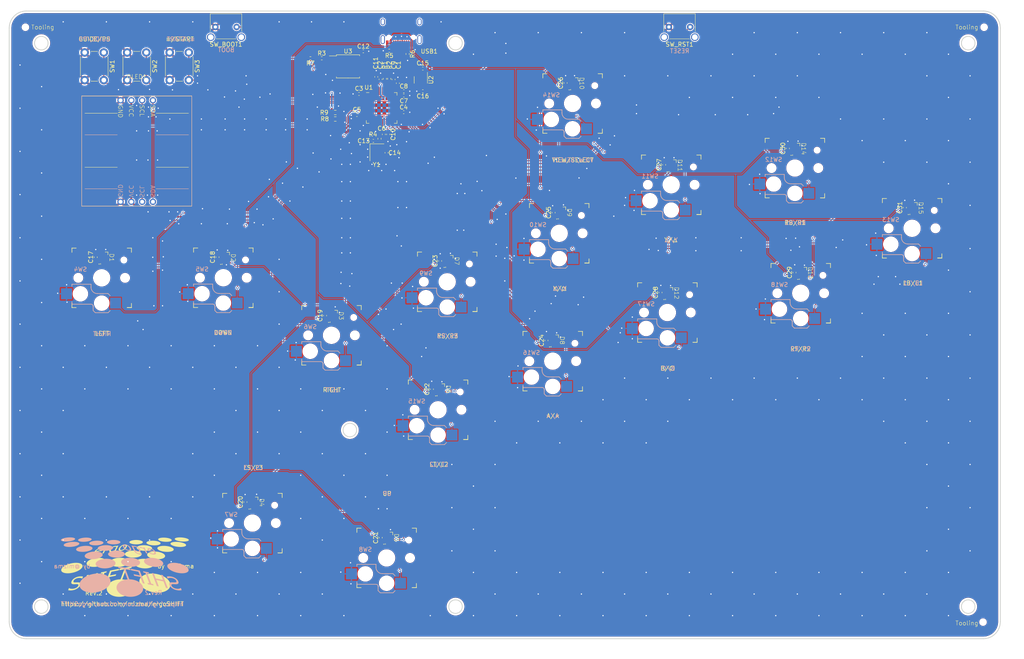
<source format=kicad_pcb>
(kicad_pcb (version 20240108) (generator "pcbnew") (generator_version "8.0")
  (layers (0 "F.Cu" signal) (31 "B.Cu" signal) (34 "B.Paste" user) (35 "F.Paste" user) (36 "B.SilkS" user "B.Silkscreen") (37 "F.SilkS" user "F.Silkscreen") (38 "B.Mask" user) (39 "F.Mask" user) (44 "Edge.Cuts" user))
  (net 0 "")
  (net 1 "+3V3")
  (net 2 "+1V1")
  (net 3 "XOUT")
  (net 4 "Net-(C14-Pad1)")
  (net 5 "+5V")
  (net 6 "OLED_SCL")
  (net 7 "OLED_SDA")
  (net 8 "USB_DP")
  (net 9 "Net-(U1-USB_DP)")
  (net 10 "USB_DM")
  (net 11 "Net-(U1-USB_DM)")
  (net 12 "QSPI_SS")
  (net 13 "XIN")
  (net 14 "Net-(USB1-CC2)")
  (net 15 "Net-(USB1-CC1)")
  (net 16 "HOME")
  (net 17 "OPT")
  (net 18 "START")
  (net 19 "LEFT")
  (net 20 "DOWN")
  (net 21 "RIGHT")
  (net 22 "L3")
  (net 23 "UP")
  (net 24 "R3")
  (net 25 "X")
  (net 26 "Y")
  (net 27 "R1")
  (net 28 "L1")
  (net 29 "SEL")
  (net 30 "L2")
  (net 31 "A")
  (net 32 "B")
  (net 33 "R2")
  (net 34 "Net-(U1-RUN)")
  (net 36 "RGB_DATA_LEFT")
  (net 47 "QSPI_SD3")
  (net 48 "QSPI_SCLK")
  (net 49 "QSPI_SD0")
  (net 50 "QSPI_SD2")
  (net 51 "QSPI_SD1")
  (net 56 "Net-(R7-Pad2)")
  (net 57 "GND")
  (net 58 "RGB_DATA_DOWN")
  (net 59 "RGB_DATA_RIGHT")
  (net 60 "RGB_DATA_LS")
  (net 61 "RGB_DATA_UP")
  (net 62 "RGB_DATA_LT")
  (net 63 "RGB_DATA_RS")
  (net 64 "RGB_DATA_A")
  (net 65 "RGB_DATA_X")
  (net 66 "RGB_DATA_SEL")
  (net 67 "RGB_DATA_Y")
  (net 68 "RGB_DATA_B")
  (net 69 "RGB_DATA_RT")
  (net 70 "RGB_DATA_RB")
  (net 71 "RGB_DATA_LB")
  (footprint "ergoSHIFT:SW_Tactile_Yushakobo 3x6x4.3mm" (layer "F.Cu") (at 207.7 53.75)
    (property "Reference" "SW_RST1")
    (property "Value" "SW_PUSH")
  )
  (footprint "Capacitor_SMD:C_0402_1005Metric" (layer "F.Cu") (at 151.375 108.8 90)
    (property "Reference" "C23")
    (property "Value" "100nF")
  )
  (footprint "LED_SMD:LED_SK6812_EC20_2.0x2.0mm" (layer "F.Cu") (at 182.7 66.9 -90)
    (property "Reference" "D10")
    (property "Value" "SK6812-EC20")
  )
  (footprint "Capacitor_SMD:C_0402_1005Metric" (layer "F.Cu") (at 147.306 68.863 180)
    (property "Reference" "C16")
    (property "Value" "1u")
  )
  (footprint "keyswitches:Kailh_socket_PG1350" (layer "F.Cu") (at 150.89 143.81)
    (property "Reference" "SW15")
    (property "Value" "SW_Push")
  )
  (footprint "Capacitor_SMD:C_0402_1005Metric" (layer "F.Cu") (at 124.3 121.65 90)
    (property "Reference" "C19")
    (property "Value" "100nF")
  )
  (footprint "Capacitor_SMD:C_0402_1005Metric" (layer "F.Cu") (at 133.308 59.465)
    (property "Reference" "C12")
    (property "Value" "100n")
  )
  (footprint "keyswitches:Kailh_socket_PG1350" (layer "F.Cu") (at 205.75 90.88)
    (property "Reference" "SW11")
    (property "Value" "SW_Push")
  )
  (footprint "ergoSHIFT:JLCPCB_Tooling" (layer "F.Cu") (at 279.108 193.764)
    (property "Reference" "Tooling")
    (property "Value" "JLCPCB_Tooling")
  )
  (footprint "Capacitor_SMD:C_0402_1005Metric" (layer "F.Cu") (at 149.45 138.975 90)
    (property "Reference" "C22")
    (property "Value" "100nF")
  )
  (footprint "ergoSHIFT:OLED_DISP_0.96inch_Reversible" (layer "F.Cu") (at 80 71)
    (property "Reference" "OLED1")
    (property "Value" "~")
  )
  (footprint "Capacitor_SMD:C_0402_1005Metric" (layer "F.Cu") (at 137.372 66.069 90)
    (property "Reference" "C2")
    (property "Value" "100n")
  )
  (footprint "Capacitor_SMD:C_0402_1005Metric" (layer "F.Cu") (at 180.9 66.925 90)
    (property "Reference" "C26")
    (property "Value" "100nF")
  )
  (footprint "Package_SO:SOIC-8_5.23x5.23mm_P1.27mm" (layer "F.Cu") (at 129.708 63.021)
    (property "Reference" "U3")
    (property "Value" "W25Q128JVS")
  )
  (footprint "Capacitor_SMD:C_0402_1005Metric" (layer "F.Cu") (at 99 107.9 90)
    (property "Reference" "C18")
    (property "Value" "100nF")
  )
  (footprint "Button_Switch_THT:SW_PUSH_6mm_H8.5mm" (layer "F.Cu") (at 70 63 -90)
    (property "Reference" "SW1")
    (property "Value" "SW_Push")
  )
  (footprint "Button_Switch_THT:SW_PUSH_6mm_H8.5mm" (layer "F.Cu") (at 80 63 -90)
    (property "Reference" "SW2")
    (property "Value" "SW_Push")
  )
  (footprint "Capacitor_SMD:C_0402_1005Metric" (layer "F.Cu") (at 138.134 79.021 -90)
    (property "Reference" "C6")
    (property "Value" "100n")
  )
  (footprint "Capacitor_SMD:C_0402_1005Metric" (layer "F.Cu") (at 142.833 69.879)
    (property "Reference" "C7")
    (property "Value" "100n")
  )
  (footprint "Capacitor_SMD:C_0402_1005Metric" (layer "F.Cu") (at 147.306 63.529 180)
    (property "Reference" "C15")
    (property "Value" "1u")
  )
  (footprint "LED_SMD:LED_SK6812_EC20_2.0x2.0mm" (layer "F.Cu") (at 205.8 86.2 -90)
    (property "Reference" "D11")
    (property "Value" "SK6812-EC20")
  )
  (footprint "Capacitor_SMD:C_0402_1005Metric" (layer "F.Cu") (at 132.292 69.498 180)
    (property "Reference" "C3")
    (property "Value" "100n")
  )
  (footprint "Resistor_SMD:R_0402_1005Metric" (layer "F.Cu") (at 120.862 61.116 180)
    (property "Reference" "R7")
    (property "Value" "1k")
  )
  (footprint "keyswitches:Kailh_socket_PG1350" (layer "F.Cu") (at 71.75 112.775)
    (property "Reference" "SW4")
    (property "Value" "SW_Push")
  )
  (footprint "Capacitor_SMD:C_0402_1005Metric" (layer "F.Cu") (at 131.8 74.45 180)
    (property "Reference" "C5")
    (property "Value" "100n")
  )
  (footprint "Capacitor_SMD:C_0402_1005Metric" (layer "F.Cu") (at 141.436 66.986 90)
    (property "Reference" "C1")
    (property "Value" "1u")
  )
  (footprint "ergoSHIFT:JLCPCB_Tooling" (layer "F.Cu") (at 279.362 53.81)
    (property "Reference" "Tooling")
    (property "Value" "JLCPCB_Tooling")
  )
  (footprint "Capacitor_SMD:C_0402_1005Metric" (layer "F.Cu") (at 178.075 97.425 90)
    (property "Reference" "C25")
    (property "Value" "100nF")
  )
  (footprint "Resistor_SMD:R_0402_1005Metric" (layer "F.Cu") (at 139.408 59.338 180)
    (property "Reference" "R5")
    (property "Value" "5.1k")
  )
  (footprint "Resistor_SMD:R_0402_1005Metric" (layer "F.Cu") (at 138.388 65.94 -90)
    (property "Reference" "R1")
    (property "Value" "27")
  )
  (footprint "Resistor_SMD:R_0402_1005Metric" (layer "F.Cu") (at 137.118 80.037 90)
    (property "Reference" "R4")
    (property "Value" "1k")
  )
  (footprint "Type-C:HRO-TYPE-C-31-M-12-Assembly" (layer "F.Cu") (at 142.204 55.034 180)
    (property "Reference" "USB1")
    (property "Value" "HRO-TYPE-C-31-M-12")
  )
  (footprint "RP2040:RP2040-QFN-56" (layer "F.Cu") (at 137.621 72.795)
    (property "Reference" "U1")
    (property "Value" "RP2040")
  )
  (footprint "Resistor_SMD:R_0402_1005Metric" (layer "F.Cu") (at 139.404 65.94 -90)
    (property "Reference" "R2")
    (property "Value" "27")
  )
  (footprint "Resistor_SMD:R_0603_1608Metric" (layer "F.Cu") (at 126.708 75.4)
    (property "Reference" "R8")
    (property "Value" "4.7k")
  )
  (footprint "Resistor_SMD:R_0603_1608Metric" (layer "F.Cu") (at 126.708 73.876 180)
    (property "Reference" "R9")
    (property "Value" "4.7k")
  )
  (footprint "Resistor_SMD:R_0402_1005Metric" (layer "F.Cu") (at 143.726 60.1 -90)
    (property "Reference" "R6")
    (property "Value" "5.1k")
  )
  (footprint "Capacitor_SMD:C_0402_1005Metric" (layer "F.Cu") (at 135.672 80.545)
    (property "Reference" "C13")
    (property "Value" "30p")
  )
  (footprint "Button_Switch_THT:SW_PUSH_6mm_H8.5mm" (layer "F.Cu") (at 90 63 -90)
    (property "Reference" "SW3")
    (property "Value" "SW_Push")
  )
  (footprint "Capacitor_SMD:C_0402_1005Metric" (layer "F.Cu") (at 136.356 65.49 90)
    (property "Reference" "C11")
    (property "Value" "100n")
  )
  (footprint "Capacitor_SMD:C_0402_1005Metric" (layer "F.Cu") (at 203.225 116.225 90)
    (property "Reference" "C28")
    (property "Value" "100nF")
  )
  (footprint "Capacitor_SMD:C_0402_1005Metric" (layer "F.Cu") (at 138.769 83.339 -90)
    (property "Reference" "C14")
    (property "Value" "30p")
  )
  (footprint "LED_SMD:LED_SK6812_EC20_2.0x2.0mm" (layer "F.Cu") (at 178.1 127.4 -90)
    (property "Reference" "D8")
    (property "Value" "SK6812-EC20")
  )
  (footprint "LED_SMD:LED_SK6812_EC20_2.0x2.0mm" (layer "F.Cu") (at 179.8 97.3 -90)
    (property "Reference" "D9")
    (property "Value" "SK6812-EC20")
  )
  (footprint "Capacitor_SMD:C_0402_1005Metric" (layer "F.Cu") (at 142.805 73.794934)
    (property "Reference" "C4")
    (property "Value" "100n")
  )
  (footprint "Capacitor_SMD:C_0402_1005Metric" (layer "F.Cu") (at 140.42 66.097 90)
    (property "Reference" "C9")
    (property "Value" "1u")
  )
  (footprint "keyswitches:Kailh_socket_PG1350" (layer "F.Cu") (at 177.87 132.37)
    (property "Reference" "SW16")
    (property "Value" "SW_Push")
  )
  (footprint "keyswitches:Kailh_socket_PG1350" (layer "F.Cu") (at 153.05 113.7)
    (property "Reference" "SW9")
    (property "Value" "SW_Push")
  )
  (footprint "Package_TO_SOT_SMD:SOT-23-5" (layer "F.Cu") (at 146.836 66.2015 -90)
    (property "Reference" "U2")
    (property "Value" "TLV73333PDBV")
  )
  (footprint "Capacitor_SMD:C_0402_1005Metric" (layer "F.Cu") (at 105.575 165.525 90)
    (property "Reference" "C20")
    (property "Value" "100nF")
  )
  (footprint "Crystal:Crystal_SMD_3225-4Pin_3.2x2.5mm" (layer "F.Cu") (at 136.522 83.255 -90)
    (property "Reference" "Y1")
    (property "Value" "Crystal_GND24")
  )
  (footprint "LED_SMD:LED_SK6812_EC20_2.0x2.0mm" (layer "F.Cu") (at 205 116.25 -90)
    (property "Reference" "D12")
    (property "Value" "SK6812-EC20")
  )
  (footprint "Resistor_SMD:R_0402_1005Metric" (layer "F.Cu") (at 123.527 61.116)
    (property "Reference" "R3")
    (property "Value" "10k")
  )
  (footprint "keyswitches:Kailh_socket_PG1350" (layer "F.Cu") (at 107.22 170.47)
    (property "Reference" "SW7")
    (property "Value" "SW_Push")
  )
  (footprint "LED_SMD:LED_SK6812_EC20_2.0x2.0mm" (layer "F.Cu") (at 139.1 173.8 -90)
    (property "Reference" "D5")
    (property "Value" "SK6812-EC20")
  )
  (footprint "LED_SMD:LED_SK6812_EC20_2.0x2.0mm" (layer "F.Cu") (at 100.7 107.95 -90)
    (property "Reference" "D2")
    (property "Value" "SK6812-EC20")
  )
  (footprint "Capacitor_SMD:C_0402_1005Metric" (layer "F.Cu") (at 139.15 79.021 -90)
    (property "Reference" "C10")
    (property "Value" "100n")
  )
  (footprint "Capacitor_SMD:C_0402_1005Metric" (layer "F.Cu") (at 70.35 107.92 90)
    (property "Reference" "C17")
    (property "Value" "100nF")
  )
  (footprint "Capacitor_SMD:C_0402_1005Metric" (layer "F.Cu") (at 142.833 68.863)
    (property "Reference" "C8")
    (property "Value" "100n")
  )
  (footprint "Capacitor_SMD:C_0402_1005Metric" (layer "F.Cu") (at 233.2 82.325 90)
    (property "Reference" "C30")
    (property "Value" "100nF")
  )
  (footprint "LED_SMD:LED_SK6812_EC20_2.0x2.0mm" (layer "F.Cu") (at 262.5 96.25 -90)
    (property "Reference" "D15")
    (property "Value" "SK6812-EC20")
  )
  (footprint "LED_SMD:LED_SK6812_EC20_2.0x2.0mm" (layer "F.Cu") (at 153.3 108.7 -90)
    (property "Reference" "D7")
    (property "Value" "SK6812-EC20")
  )
  (footprint "keyswitches:Kailh_socket_PG1350" (layer "F.Cu") (at 138.79 178.67)
    (property "Reference" "SW8")
    (property "Value" "SW_Push")
  )
  (footprint "Capacitor_SMD:C_0402_1005Metric" (layer "F.Cu") (at 260.725 96.25 90)
    (property "Reference" "C31")
    (property "Value" "100nF")
  )
  (footprint "keyswitches:Kailh_socket_PG1350" (layer "F.Cu") (at 100.37 112.75)
    (property "Reference" "SW5")
    (property "Value" "SW_Push")
  )
  (footprint "LED_SMD:LED_SK6812_EC20_2.0x2.0mm" (layer "F.Cu") (at 236.5 111.5 -90)
    (property "Reference" "D13")
    (property "Value" "SK6812-EC20")
  )
  (footprint "Capacitor_SMD:C_0402_1005Metric" (layer "F.Cu") (at 234.75 111.525 90)
    (property "Reference" "C29")
    (property "Value" "100nF")
  )
  (footprint "LED_SMD:LED_SK6812_EC20_2.0x2.0mm" (layer "F.Cu") (at 151.3 138.9 -90)
    (property "Reference" "D6")
    (property "Value" "SK6812-EC20")
  )
  (footprint "ergoSHIFT:SW_Tactile_Yushakobo 3x6x4.3mm" (layer "F.Cu") (at 101 53.75)
    (property "Reference" "SW_BOOT1")
    (property "Value" "SW_PUSH")
  )
  (footprint "keyswitches:Kailh_socket_PG1350" (layer "F.Cu") (at 236.22 116.39)
    (property "Reference" "SW18")
    (property "Value" "SW_Push")
  )
  (footprint "Capacitor_SMD:C_0402_1005Metric" (layer "F.Cu") (at 204.075 86.175 90)
    (property "Reference" "C27")
    (property "Value" "100nF")
  )
  (footprint "keyswitches:Kailh_socket_PG1350" (layer "F.Cu") (at 204.85 120.93)
    (property "Reference" "SW17")
    (property "Value" "SW_Push")
  )
  (footprint "ergoSHIFT:JLCPCB_Tooling" (layer "F.Cu") (at 53.81 53.81)
    (property "Reference" "Tooling")
    (property "Value" "JLCPCB_Tooling")
  )
  (footprint "keyswitches:Kailh_socket_PG1350" (layer "F.Cu") (at 182.54 71.75)
    (property "Reference" "SW14")
    (property "Value" "SW_Push")
  )
  (footprint "Capacitor_SMD:C_0402_1005Metric" (layer "F.Cu") (at 176.4 127.5 90)
    (property "Reference" "C24")
    (property "Value" "100nF")
  )
  (footprint "keyswitches:Kailh_socket_PG1350" (layer "F.Cu") (at 179.4 102.29)
    (property "Reference" "SW10")
    (property "Value" "SW_Push")
  )
  (footprint "LED_SMD:LED_SK6812_EC20_2.0x2.0mm" (layer "F.Cu") (at 126.1 121.6 -90)
    (property "Reference" "D3")
    (property "Value" "SK6812-EC20")
  )
  (footprint "LED_SMD:LED_SK6812_EC20_2.0x2.0mm" (layer "F.Cu") (at 234.9 82.3 -90)
    (property "Reference" "D14")
    (property "Value" "SK6812-EC20")
  )
  (footprint "keyswitches:Kailh_socket_PG1350" (layer "F.Cu") (at 125.82 126.29)
    (property "Reference" "SW6")
    (property "Value" "SW_Push")
  )
  (footprint "LED_SMD:LED_SK6812_EC20_2.0x2.0mm" (layer "F.Cu") (at 107.4 165.55 -90)
    (property "Reference" "D4")
    (property "Value" "SK6812-EC20")
  )
  (footprint "keyswitches:Kailh_socket_PG1350" (layer "F.Cu") (at 262.42 101.11)
    (property "Reference" "SW13")
    (property "Value" "SW_Push")
  )
  (footprint "keyswitches:Kailh_socket_PG1350" (layer "F.Cu") (at 234.85 86.94)
    (property "Reference" "SW12")
    (property "Value" "SW_Push")
  )
  (footprint "LED_SMD:LED_SK6812_EC20_2.0x2.0mm" (layer "F.Cu") (at 72.1 107.9 -90)
    (property "Reference" "D1")
    (property "Value" "SK6812-EC20")
  )
  (footprint "Capacitor_SMD:C_0402_1005Metric" (layer "F.Cu") (at 137.4 173.9 90)
    (property "Reference" "C21")
    (property "Value" "100nF")
  )
  (gr_poly (pts (xy 80.755665 176.296817) (xy 80.772913 176.299427) (xy 80.789462 176.299148) (xy 80.806022 176.299087) (xy 80.822591 176.299245) (xy 80.839169 176.299621) (xy 80.855758 176.300215) (xy 80.872356 176.301027) (xy 80.888964 176.302058) (xy 80.905582 176.303307) (xy 80.922069 176.304446) (xy 80.939462 176.305904) (xy 80.957763 176.307679) (xy 80.976969 176.309772) (xy 80.997083 176.312183) (xy 81.018103 176.314911) (xy 81.062862 176.321323) (xy 81.100598 176.327738) (xy 81.138775 176.335629) (xy 81.177392 176.344997) (xy 81.21645 176.355842) (xy 81.255948 176.368164) (xy 81.295886 176.381961) (xy 81.336264 176.397236) (xy 81.377083 176.413987) (xy 81.418028 176.431588) (xy 81.459101 176.450041) (xy 81.5003 176.469344) (xy 81.541626 176.489497) (xy 81.583079 176.510502) (xy 81.624659 176.532357) (xy 81.666366 176.555063) (xy 81.7082 176.578619) (xy 82.205114 177.571205) (xy 82.529394 177.620274) (xy 81.829454 176.222143) (xy 81.505174 176.173074) (xy 81.608566 176.379602) (xy 81.547417 176.345277) (xy 81.488761 176.313246) (xy 81.432599 176.283508) (xy 81.378929 176.256064) (xy 81.327753 176.230913) (xy 81.279069 176.208055) (xy 81.232879 176.18749) (xy 81.189182 176.169219) (xy 81.146435 176.152447) (xy 81.104271 176.137137) (xy 81.062689 176.12329) (xy 81.021689 176.110904) (xy 80.981272 176.09998) (xy 80.941437 176.090518) (xy 80.902184 176.082518) (xy 80.863514 176.07598) (xy 80.824282 176.07026) (xy 80.791107 176.065891) (xy 80.763989 176.062871) (xy 80.752701 176.061868) (xy 80.742927 176.061202) (xy 80.722404 176.059615) (xy 80.697529 176.058092) (xy 80.668302 176.056634) (xy 80.634723 176.05524)) (fill solid) (layer "B.SilkS"))
  (gr_poly (pts (xy 78.684296 181.580352) (xy 80.393089 181.916131) (xy 80.722505 182.782924) (xy 79.254259 182.494411) (xy 79.392299 182.857639) (xy 80.860546 183.14615) (xy 81.422905 184.625887) (xy 81.872226 184.71418) (xy 80.704372 181.641198) (xy 78.546258 181.217126)) (fill solid) (layer "B.SilkS"))
  (gr_poly (pts (xy 88.453011 179.819125) (xy 88.248703 179.838099) (xy 88.057985 179.868103) (xy 87.882217 179.908874) (xy 87.722757 179.960151) (xy 87.580964 180.02167) (xy 87.458198 180.093169) (xy 87.355817 180.174386) (xy 87.312696 180.218556) (xy 87.27518 180.265058) (xy 87.243441 180.313857) (xy 87.217647 180.364922) (xy 87.197969 180.41822) (xy 87.184576 180.473718) (xy 87.177706 180.5307) (xy 87.177388 180.588406) (xy 87.183477 180.646731) (xy 87.195826 180.70557) (xy 87.214291 180.764818) (xy 87.238728 180.824372) (xy 87.26899 180.884125) (xy 87.304933 180.943975) (xy 87.346411 181.003817) (xy 87.39328 181.063545) (xy 87.445394 181.123056) (xy 87.502608 181.182245) (xy 87.564777 181.241007) (xy 87.631755 181.299238) (xy 87.703399 181.356833) (xy 87.779562 181.413687) (xy 87.8601 181.469698) (xy 87.944867 181.524758) (xy 88.033718 181.578765) (xy 88.126508 181.631614) (xy 88.223092 181.683199) (xy 88.323325 181.733417) (xy 88.427062 181.782163) (xy 88.534157 181.829333) (xy 88.644465 181.874822) (xy 88.757842 181.918525) (xy 88.874142 181.960338) (xy 88.99322 182.000156) (xy 89.114931 182.037875) (xy 89.23913 182.07339) (xy 89.365671 182.106598) (xy 89.49441 182.137392) (xy 89.751722 182.190108) (xy 90.003599 182.23022) (xy 90.248679 182.25799) (xy 90.485605 182.27368) (xy 90.713017 182.277553) (xy 90.929557 182.269872) (xy 91.133865 182.250898) (xy 91.324583 182.220894) (xy 91.500352 182.180122) (xy 91.659812 182.128846) (xy 91.801604 182.067327) (xy 91.92437 181.995828) (xy 92.026751 181.914611) (xy 92.069873 181.870441) (xy 92.107388 181.823939) (xy 92.139128 181.77514) (xy 92.164921 181.724075) (xy 92.1846 181.670777) (xy 92.197993 181.61528) (xy 92.204862 181.558297) (xy 92.20518 181.500591) (xy 92.199092 181.442266) (xy 92.186742 181.383427) (xy 92.168277 181.324178) (xy 92.14384 181.264625) (xy 92.113578 181.204871) (xy 92.077635 181.145021) (xy 92.036157 181.085179) (xy 91.989288 181.025451) (xy 91.937175 180.96594) (xy 91.87996 180.906751) (xy 91.817791 180.847989) (xy 91.750813 180.789759) (xy 91.679169 180.732164) (xy 91.603006 180.675309) (xy 91.522468 180.619299) (xy 91.437701 180.564238) (xy 91.34885 180.510231) (xy 91.25606 180.457383) (xy 91.159476 180.405797) (xy 91.059243 180.355579) (xy 90.955506 180.306833) (xy 90.848411 180.259663) (xy 90.738103 180.214175) (xy 90.624726 180.170472) (xy 90.508426 180.128659) (xy 90.389348 180.088841) (xy 90.267637 180.051122) (xy 90.143439 180.015606) (xy 90.016898 179.982399) (xy 89.888159 179.951605) (xy 89.630846 179.898888) (xy 89.37897 179.858776) (xy 89.133889 179.831006) (xy 88.896963 179.815316) (xy 88.669551 179.811443)) (fill solid) (layer "B.SilkS"))
  (gr_poly (pts (xy 70.1208 177.158451) (xy 70.014341 177.162042) (xy 69.906512 177.167991) (xy 69.797451 177.176343) (xy 69.581363 177.199828) (xy 69.372304 177.231654) (xy 69.171299 177.27128) (xy 68.979374 177.318166) (xy 68.797554 177.371773) (xy 68.626864 177.431561) (xy 68.46833 177.496989) (xy 68.322977 177.567517) (xy 68.19183 177.642606) (xy 68.075915 177.721716) (xy 67.976256 177.804306) (xy 67.89388 177.889838) (xy 67.82981 177.977769) (xy 67.804961 178.022467) (xy 67.785074 178.067562) (xy 67.770276 178.112987) (xy 67.760695 178.158675) (xy 67.75646 178.204558) (xy 67.7577 178.250569) (xy 67.764449 178.296099) (xy 67.776568 178.340555) (xy 67.793918 178.383893) (xy 67.816362 178.426068) (xy 67.84376 178.467037) (xy 67.875976 178.506754) (xy 67.912872 178.545176) (xy 67.954309 178.582258) (xy 68.00015 178.617957) (xy 68.050257 178.652227) (xy 68.104491 178.685025) (xy 68.162716 178.716306) (xy 68.224792 178.746026) (xy 68.290583 178.774141) (xy 68.359949 178.800606) (xy 68.432754 178.825377) (xy 68.50886 178.84841) (xy 68.588128 178.869661) (xy 68.67042 178.889085) (xy 68.755599 178.906639) (xy 68.843527 178.922277) (xy 68.934065 178.935955) (xy 69.027076 178.94763) (xy 69.122422 178.957256) (xy 69.219966 178.964791) (xy 69.319568 178.970188) (xy 69.421091 178.973405) (xy 69.524398 178.974397) (xy 69.62935 178.973119) (xy 69.73581 178.969528) (xy 69.843639 178.963578) (xy 69.952699 178.955227) (xy 70.168788 178.931742) (xy 70.377847 178.899916) (xy 70.578852 178.86029) (xy 70.770777 178.813403) (xy 70.952597 178.759796) (xy 71.123286 178.700009) (xy 71.28182 178.634581) (xy 71.427173 178.564052) (xy 71.55832 178.488963) (xy 71.674235 178.409853) (xy 71.773894 178.327263) (xy 71.85627 178.241732) (xy 71.920339 178.1538) (xy 71.945188 178.109102) (xy 71.965075 178.064007) (xy 71.979873 178.018582) (xy 71.989454 177.972894) (xy 71.993688 177.92701) (xy 71.992449 177.880999) (xy 71.985699 177.835469) (xy 71.97358 177.791013) (xy 71.95623 177.747676) (xy 71.933787 177.7055) (xy 71.906389 177.664532) (xy 71.874173 177.624815) (xy 71.837278 177.586393) (xy 71.79584 177.54931) (xy 71.75 177.513612) (xy 71.699893 177.479342) (xy 71.645659 177.446544) (xy 71.587435 177.415263) (xy 71.525358 177.385543) (xy 71.459568 177.357429) (xy 71.390201 177.330963) (xy 71.317396 177.306192) (xy 71.241291 177.283159) (xy 71.162023 177.261908) (xy 71.079731 177.242484) (xy 70.994552 177.224931) (xy 70.906624 177.209293) (xy 70.816086 177.195615) (xy 70.723075 177.18394) (xy 70.627729 177.174313) (xy 70.530185 177.166779) (xy 70.430583 177.161381) (xy 70.329059 177.158165) (xy 70.225753 177.157173)) (fill solid) (layer "B.SilkS"))
  (gr_poly (pts (xy 83.259028 178.642202) (xy 83.054558 178.653002) (xy 82.859842 178.673617) (xy 82.676101 178.703724) (xy 82.504558 178.742999) (xy 82.346436 178.791117) (xy 82.202957 178.847755) (xy 82.075343 178.912589) (xy 81.964817 178.985294) (xy 81.872601 179.065546) (xy 81.833742 179.108401) (xy 81.799918 179.153022) (xy 81.771284 179.199367) (xy 81.747991 179.247397) (xy 81.730192 179.297071) (xy 81.71804 179.348348) (xy 81.711751 179.400563) (xy 81.711351 179.453024) (xy 81.71671 179.505644) (xy 81.727698 179.558336) (xy 81.744184 179.611016) (xy 81.766039 179.663596) (xy 81.793131 179.715993) (xy 81.825331 179.768118) (xy 81.862508 179.819888) (xy 81.904532 179.871215) (xy 81.951273 179.922014) (xy 82.0026 179.9722) (xy 82.058383 180.021686) (xy 82.118492 180.070386) (xy 82.182797 180.118214) (xy 82.251167 180.165086) (xy 82.323472 180.210914) (xy 82.399581 180.255613) (xy 82.479365 180.299098) (xy 82.562693 180.341282) (xy 82.649435 180.382079) (xy 82.73946 180.421403) (xy 82.832639 180.45917) (xy 82.92884 180.495292) (xy 83.027934 180.529684) (xy 83.129791 180.562261) (xy 83.234279 180.592936) (xy 83.34127 180.621623) (xy 83.450631 180.648237) (xy 83.562234 180.672691) (xy 83.675948 180.694901) (xy 83.791643 180.714779) (xy 84.022901 180.746484) (xy 84.249296 180.767077) (xy 84.469604 180.776881) (xy 84.682605 180.776222) (xy 84.887074 180.765423) (xy 85.08179 180.744807) (xy 85.265531 180.7147) (xy 85.437074 180.675426) (xy 85.595196 180.627307) (xy 85.738675 180.570669) (xy 85.866289 180.505836) (xy 85.976815 180.43313) (xy 86.06903 180.352878) (xy 86.10789 180.310023) (xy 86.141713 180.265402) (xy 86.170348 180.219057) (xy 86.193641 180.171027) (xy 86.21144 180.121354) (xy 86.223592 180.070077) (xy 86.229881 180.017861) (xy 86.23028 179.9654) (xy 86.224921 179.912781) (xy 86.213933 179.860088) (xy 86.197447 179.807409) (xy 86.175592 179.754828) (xy 86.1485 179.702432) (xy 86.1163 179.650306) (xy 86.079123 179.598537) (xy 86.037099 179.547209) (xy 85.990358 179.49641) (xy 85.939031 179.446225) (xy 85.883248 179.396739) (xy 85.823138 179.348039) (xy 85.758834 179.30021) (xy 85.690464 179.253339) (xy 85.618159 179.20751) (xy 85.54205 179.162811) (xy 85.462266 179.119327) (xy 85.378938 179.077143) (xy 85.292197 179.036346) (xy 85.202171 178.997021) (xy 85.108993 178.959255) (xy 85.012792 178.923132) (xy 84.913698 178.88874) (xy 84.811842 178.856163) (xy 84.707353 178.825488) (xy 84.600363 178.796801) (xy 84.491002 178.770187) (xy 84.379399 178.745733) (xy 84.265685 178.723523) (xy 84.149991 178.703645) (xy 83.918732 178.67194) (xy 83.692338 178.651347) (xy 83.472029 178.641543)) (fill solid) (layer "B.SilkS"))
  (gr_poly (pts (xy 72.696618 175.669789) (xy 72.603534 175.672174) (xy 72.418753 175.682051) (xy 72.239524 175.698369) (xy 72.066745 175.720762) (xy 71.901315 175.748864) (xy 71.744133 175.782311) (xy 71.596096 175.820738) (xy 71.458103 175.86378) (xy 71.331052 175.911071) (xy 71.215842 175.962246) (xy 71.113371 176.01694) (xy 71.024537 176.074789) (xy 70.950239 176.135426) (xy 70.891374 176.198487) (xy 70.868011 176.230812) (xy 70.848842 176.263607) (xy 70.833981 176.296825) (xy 70.823541 176.33042) (xy 70.817632 176.364348) (xy 70.816368 176.398562) (xy 70.81981 176.432612) (xy 70.827868 176.466052) (xy 70.840426 176.498845) (xy 70.857371 176.530952) (xy 70.878587 176.562337) (xy 70.903959 176.592962) (xy 70.933372 176.622788) (xy 70.966712 176.651778) (xy 71.003863 176.679895) (xy 71.04471 176.7071) (xy 71.089138 176.733356) (xy 71.137033 176.758626) (xy 71.18828 176.782871) (xy 71.242762 176.806054) (xy 71.300367 176.828137) (xy 71.360978 176.849082) (xy 71.424481 176.868852) (xy 71.49076 176.887409) (xy 71.559702 176.904715) (xy 71.63119 176.920733) (xy 71.70511 176.935425) (xy 71.781347 176.948752) (xy 71.859785 176.960679) (xy 71.940311 176.971166) (xy 72.022809 176.980176) (xy 72.107164 176.987671) (xy 72.193261 176.993614) (xy 72.280986 176.997967) (xy 72.370223 177.000692) (xy 72.460857 177.001751) (xy 72.552773 177.001107) (xy 72.645857 176.998722) (xy 72.830638 176.988845) (xy 73.009868 176.972527) (xy 73.182647 176.950135) (xy 73.348077 176.922032) (xy 73.505259 176.888585) (xy 73.653296 176.850158) (xy 73.791289 176.807116) (xy 73.918339 176.759826) (xy 74.033549 176.70865) (xy 74.13602 176.653956) (xy 74.224854 176.596108) (xy 74.299153 176.53547) (xy 74.358017 176.472409) (xy 74.381381 176.440084) (xy 74.400549 176.407289) (xy 74.41541 176.374072) (xy 74.42585 176.340476) (xy 74.431759 176.306549) (xy 74.433023 176.272334) (xy 74.429581 176.238285) (xy 74.421524 176.204844) (xy 74.408965 176.172052) (xy 74.39202 176.139944) (xy 74.370804 176.108559) (xy 74.345432 176.077935) (xy 74.316019 176.048108) (xy 74.282679 176.019118) (xy 74.245529 175.991002) (xy 74.204682 175.963796) (xy 74.160253 175.93754) (xy 74.112358 175.912271) (xy 74.061112 175.888026) (xy 74.006629 175.864843) (xy 73.949025 175.84276) (xy 73.888414 175.821814) (xy 73.824911 175.802044) (xy 73.758631 175.783487) (xy 73.68969 175.766181) (xy 73.618202 175.750163) (xy 73.544282 175.735472) (xy 73.468045 175.722144) (xy 73.389606 175.710218) (xy 73.309081 175.699731) (xy 73.226583 175.690721) (xy 73.142227 175.683225) (xy 73.05613 175.677283) (xy 72.968406 175.67293) (xy 72.879169 175.670205) (xy 72.788535 175.669145)) (fill solid) (layer "B.SilkS"))
  (gr_poly (pts (xy 75.038025 176.940215) (xy 74.841896 176.952786) (xy 74.652594 176.973229) (xy 74.471112 177.001127) (xy 74.298442 177.036061) (xy 74.135579 177.077616) (xy 73.983513 177.125375) (xy 73.84324 177.17892) (xy 73.71575 177.237834) (xy 73.602038 177.3017) (xy 73.503096 177.370102) (xy 73.419917 177.442622) (xy 73.353494 177.518843) (xy 73.326876 177.558212) (xy 73.304819 177.598349) (xy 73.287448 177.639203) (xy 73.274886 177.680722) (xy 73.267258 177.722853) (xy 73.264688 177.765545) (xy 73.267258 177.808237) (xy 73.274886 177.850368) (xy 73.287448 177.891887) (xy 73.304819 177.932741) (xy 73.326876 177.972878) (xy 73.353494 178.012247) (xy 73.384549 178.050794) (xy 73.419917 178.088468) (xy 73.459474 178.125217) (xy 73.503096 178.160988) (xy 73.550659 178.19573) (xy 73.602038 178.22939) (xy 73.65711 178.261916) (xy 73.71575 178.293257) (xy 73.777835 178.323359) (xy 73.84324 178.352171) (xy 73.911841 178.379641) (xy 73.983513 178.405716) (xy 74.058134 178.430344) (xy 74.135579 178.453474) (xy 74.215723 178.475053) (xy 74.298442 178.495029) (xy 74.383613 178.51335) (xy 74.471112 178.529964) (xy 74.560813 178.544819) (xy 74.652594 178.557862) (xy 74.746329 178.569041) (xy 74.841896 178.578305) (xy 74.939169 178.5856) (xy 75.038025 178.590876) (xy 75.138339 178.59408) (xy 75.239988 178.595159) (xy 75.441951 178.590876) (xy 75.63808 178.578305) (xy 75.827382 178.557862) (xy 76.008864 178.529964) (xy 76.181533 178.495029) (xy 76.344397 178.453474) (xy 76.496462 178.405716) (xy 76.636736 178.352171) (xy 76.764225 178.293257) (xy 76.877937 178.22939) (xy 76.976879 178.160988) (xy 77.060058 178.088468) (xy 77.126481 178.012247) (xy 77.153099 177.972878) (xy 77.175156 177.932741) (xy 77.192527 177.891887) (xy 77.205089 177.850368) (xy 77.212717 177.808237) (xy 77.215287 177.765545) (xy 77.212717 177.722853) (xy 77.205089 177.680722) (xy 77.192527 177.639203) (xy 77.175156 177.598349) (xy 77.153099 177.558212) (xy 77.126481 177.518843) (xy 77.095426 177.480296) (xy 77.060058 177.442622) (xy 77.020501 177.405873) (xy 76.976879 177.370102) (xy 76.929316 177.33536) (xy 76.877937 177.3017) (xy 76.822865 177.269174) (xy 76.764225 177.237834) (xy 76.70214 177.207731) (xy 76.636736 177.17892) (xy 76.568135 177.15145) (xy 76.496462 177.125375) (xy 76.421841 177.100746) (xy 76.344397 177.077616) (xy 76.264253 177.056037) (xy 76.181533 177.036061) (xy 76.096362 177.01774) (xy 76.008864 177.001127) (xy 75.919162 176.986272) (xy 75.827382 176.973229) (xy 75.733646 176.96205) (xy 75.63808 176.952786) (xy 75.540807 176.945491) (xy 75.441951 176.940215) (xy 75.341637 176.937011) (xy 75.239988 176.935932)) (fill solid) (layer "B.SilkS"))
  (gr_poly (pts (xy 82.858538 176.363473) (xy 82.823119 176.365868) (xy 82.789749 176.369766) (xy 82.758426 176.375167) (xy 82.72915 176.382071) (xy 82.701923 176.390478) (xy 82.676743 176.400387) (xy 82.653611 176.4118) (xy 82.632526 176.424715) (xy 82.613489 176.439133) (xy 82.5965 176.455055) (xy 82.588685 176.463542) (xy 82.58142 176.472362) (xy 82.574705 176.481518) (xy 82.56854 176.491007) (xy 82.562926 176.50083) (xy 82.557862 176.510987) (xy 82.553348 176.521478) (xy 82.549384 176.532304) (xy 82.54597 176.543463) (xy 82.543107 176.554957) (xy 82.540794 176.566784) (xy 82.539031 176.578946) (xy 82.537818 176.591441) (xy 82.537156 176.604271) (xy 82.537044 176.617435) (xy 82.537482 176.630933) (xy 82.53847 176.644765) (xy 82.540009 176.658931) (xy 82.542098 176.673431) (xy 82.544737 176.688265) (xy 82.551665 176.718936) (xy 82.560795 176.750942) (xy 82.572126 176.784285) (xy 82.585657 176.818964) (xy 82.60139 176.85498) (xy 82.619323 176.892331) (xy 82.683239 177.020004) (xy 84.102824 177.234809) (xy 84.110619 177.250766) (xy 84.11787 177.266405) (xy 84.124575 177.281727) (xy 84.130735 177.296731) (xy 84.13635 177.311418) (xy 84.14142 177.325787) (xy 84.145946 177.339839) (xy 84.149926 177.353574) (xy 84.153361 177.366991) (xy 84.15625 177.38009) (xy 84.158595 177.392873) (xy 84.160395 177.405337) (xy 84.16165 177.417485) (xy 84.162359 177.429314) (xy 84.162524 177.440827) (xy 84.162143 177.452022) (xy 84.161192 177.462746) (xy 84.159798 177.473159) (xy 84.157962 177.483261) (xy 84.155684 177.493053) (xy 84.152963 177.502533) (xy 84.149801 177.511703) (xy 84.146196 177.520561) (xy 84.142149 177.529109) (xy 84.13766 177.537346) (xy 84.132729 177.545271) (xy 84.127356 177.552886) (xy 84.12154 177.56019) (xy 84.115282 177.567183) (xy 84.108583 177.573865) (xy 84.101441 177.580236) (xy 84.093857 177.586296) (xy 84.086218 177.591973) (xy 84.078206 177.597377) (xy 84.06982 177.602507) (xy 84.061061 177.607364) (xy 84.051928 177.611947) (xy 84.042422 177.616256) (xy 84.032542 177.620293) (xy 84.022289 177.624056) (xy 84.011662 177.627545) (xy 84.000661 177.630761) (xy 83.989287 177.633704) (xy 83.97754 177.636373) (xy 83.965418 177.638768) (xy 83.952923 177.640891) (xy 83.940055 177.642739) (xy 83.926813 177.644315) (xy 83.898912 177.6466) (xy 83.869787 177.647833) (xy 83.839437 177.648012) (xy 83.807863 177.647139) (xy 83.775064 177.645213) (xy 83.741041 177.642233) (xy 83.705793 177.638202) (xy 83.669321 177.633117) (xy 83.619694 177.624794) (xy 83.569132 177.614703) (xy 83.517634 177.602843) (xy 83.465202 177.589216) (xy 83.411834 177.57382) (xy 83.357532 177.556655) (xy 83.302294 177.537722) (xy 83.24612 177.517021) (xy 83.190717 177.49537) (xy 83.138965 177.474344) (xy 83.090864 177.453942) (xy 83.046413 177.434165) (xy 83.005614 177.415013) (xy 82.968465 177.396485) (xy 82.934966 177.378583) (xy 82.905119 177.361304) (xy 82.887871 177.358694) (xy 83.01633 177.61529) (xy 83.110716 177.65177) (xy 83.204946 177.686346) (xy 83.299022 177.719019) (xy 83.39294 177.749787) (xy 83.439867 177.764209) (xy 83.486803 177.777656) (xy 83.53375 177.790128) (xy 83.580707 177.801626) (xy 83.627674 177.812149) (xy 83.674651 177.821698) (xy 83.721639 177.830272) (xy 83.768637 177.837871) (xy 83.827388 177.846083) (xy 83.88376 177.85258) (xy 83.937754 177.857361) (xy 83.989369 177.860426) (xy 84.038606 177.861776) (xy 84.085465 177.86141) (xy 84.129945 177.859328) (xy 84.172047 177.855531) (xy 84.211771 177.850019) (xy 84.249117 177.84279) (xy 84.284084 177.833847) (xy 84.316673 177.823187) (xy 84.346883 177.810812) (xy 84.374715 177.796722) (xy 84.400169 177.780916) (xy 84.423245 177.763394) (xy 84.433809 177.753933) (xy 84.443693 177.744083) (xy 84.452898 177.733846) (xy 84.461422 177.723222) (xy 84.469268 177.71221) (xy 84.476433 177.70081) (xy 84.482918 177.689023) (xy 84.488724 177.676848) (xy 84.49385 177.664286) (xy 84.498296 177.651336) (xy 84.502063 177.637999) (xy 84.505149 177.624274) (xy 84.507556 177.610162) (xy 84.509283 177.595662) (xy 84.510331 177.580774) (xy 84.510698 177.565499) (xy 84.510386 177.549837) (xy 84.509394 177.533786) (xy 84.507723 177.517349) (xy 84.505371 177.500523) (xy 84.50234 177.483311) (xy 84.498629 177.46571) (xy 84.494238 177.447722) (xy 84.489168 177.429347) (xy 84.483418 177.410584) (xy 84.476988 177.391433) (xy 84.462088 177.351969) (xy 84.44447 177.310955) (xy 84.424133 177.268391) (xy 84.401943 177.225921) (xy 84.378299 177.184253) (xy 84.353201 177.143385) (xy 84.326647 177.103319) (xy 84.29864 177.064054) (xy 84.291371 177.054566) (xy 84.01259 177.054566) (xy 82.908659 176.887523) (xy 82.897937 176.864801) (xy 82.888527 176.842884) (xy 82.880428 176.82177) (xy 82.873642 176.801461) (xy 82.868168 176.781955) (xy 82.864005 176.763254) (xy 82.861154 176.745357) (xy 82.859615 176.728263) (xy 82.859388 176.711974) (xy 82.860473 176.696489) (xy 82.862869 176.681808) (xy 82.866577 176.66793) (xy 82.871597 176.654857) (xy 82.877929 176.642588) (xy 82.885572 176.631123) (xy 82.894527 176.620462) (xy 82.899404 176.615435) (xy 82.904639 176.610645) (xy 82.910233 176.606092) (xy 82.916185 176.601777) (xy 82.922496 176.597699) (xy 82.929166 176.593858) (xy 82.936194 176.590255) (xy 82.943581 176.586888) (xy 82.951326 176.58376) (xy 82.95943 176.580868) (xy 82.967892 176.578213) (xy 82.976713 176.575796) (xy 82.99543 176.571674) (xy 83.015582 176.5685) (xy 83.037168 176.566276) (xy 83.060187 176.565001) (xy 83.084642 176.564675) (xy 83.11053 176.565297) (xy 83.137852 176.56687) (xy 83.166609 176.569391) (xy 83.196799 176.572861) (xy 83.228424 176.57728) (xy 83.260788 176.58258) (xy 83.292766 176.588625) (xy 83.324357 176.595416) (xy 83.355562 176.602954) (xy 83.386381 176.611237) (xy 83.416814 176.620266) (xy 83.44686 176.630041) (xy 83.47652 176.640562) (xy 83.505793 176.651828) (xy 83.53468 176.663841) (xy 83.563181 176.6766) (xy 83.591296 176.690104) (xy 83.619024 176.704355) (xy 83.646366 176.719352) (xy 83.673322 176.735094) (xy 83.699892 176.751582) (xy 83.725639 176.768543) (xy 83.750559 176.785767) (xy 83.774652 176.803254) (xy 83.797918 176.821005) (xy 83.820356 176.83902) (xy 83.841968 176.857297) (xy 83.862752 176.875839) (xy 83.882709 176.894643) (xy 83.901839 176.913712) (xy 83.920142 176.933043) (xy 83.937618 176.952638) (xy 83.954266 176.972497) (xy 83.970088 176.992619) (xy 83.985082 177.013005) (xy 83.99925 177.033653) (xy 84.01259 177.054566) (xy 84.291371 177.054566) (xy 84.269177 177.025591) (xy 84.23826 176.987928) (xy 84.205888 176.951067) (xy 84.172061 176.915007) (xy 84.13678 176.879748) (xy 84.100043 176.84529) (xy 84.061852 176.811633) (xy 84.022207 176.778778) (xy 83.981106 176.746723) (xy 83.938551 176.71547) (xy 83.894541 176.685018) (xy 83.84935 176.655625) (xy 83.80368 176.627615) (xy 83.757531 176.600988) (xy 83.710904 176.575744) (xy 83.663798 176.551882) (xy 83.616213 176.529403) (xy 83.56815 176.508306) (xy 83.519609 176.488593) (xy 83.470588 176.470262) (xy 83.42109 176.453314) (xy 83.371112 176.437748) (xy 83.320656 176.423565) (xy 83.269722 176.410765) (xy 83.218309 176.399348) (xy 83.166418 176.389313) (xy 83.114048 176.380661) (xy 83.066344 176.374039) (xy 83.020687 176.36892) (xy 82.977078 176.365304) (xy 82.935517 176.363191) (xy 82.896004 176.36258)) (fill solid) (layer "B.SilkS"))
  (gr_poly (pts (xy 77.120126 175.491644) (xy 77.080779 175.493594) (xy 77.043491 175.497293) (xy 77.008262 175.50274) (xy 76.975091 175.509935) (xy 76.943979 175.518879) (xy 76.914925 175.529572) (xy 76.88793 175.542013) (xy 76.862993 175.556202) (xy 76.840115 175.57214) (xy 76.819295 175.589827) (xy 76.800534 175.609262) (xy 76.791935 175.619515) (xy 76.783949 175.63012) (xy 76.776575 175.641078) (xy 76.769814 175.652389) (xy 76.763665 175.664052) (xy 76.758129 175.676067) (xy 76.753204 175.688435) (xy 76.748893 175.701156) (xy 76.745193 175.714229) (xy 76.742106 175.727654) (xy 76.739631 175.741432) (xy 76.737769 175.755562) (xy 76.736519 175.770045) (xy 76.735882 175.784881) (xy 76.735857 175.800069) (xy 76.736444 175.815609) (xy 76.737644 175.831502) (xy 76.739456 175.847748) (xy 76.744917 175.881296) (xy 76.752828 175.916255) (xy 76.763189 175.952624) (xy 76.775999 175.990403) (xy 76.791259 176.029591) (xy 76.808968 176.07019) (xy 76.829127 176.112199) (xy 76.851172 176.154493) (xy 76.874541 176.195948) (xy 76.899234 176.236564) (xy 76.92525 176.276341) (xy 76.95259 176.315279) (xy 76.981253 176.353378) (xy 77.01124 176.390637) (xy 77.04255 176.427058) (xy 77.075184 176.462639) (xy 77.109142 176.497381) (xy 77.144424 176.531285) (xy 77.181029 176.564349) (xy 77.218957 176.596574) (xy 77.25821 176.62796) (xy 77.298786 176.658507) (xy 77.340686 176.688215) (xy 77.383501 176.716827) (xy 77.426822 176.744089) (xy 77.470651 176.769999) (xy 77.514986 176.794557) (xy 77.559827 176.817764) (xy 77.605176 176.83962) (xy 77.651031 176.860125) (xy 77.697392 176.879278) (xy 77.744261 176.89708) (xy 77.791636 176.913531) (xy 77.839518 176.92863) (xy 77.887906 176.942378) (xy 77.936802 176.954775) (xy 77.986204 176.965821) (xy 78.036112 176.975515) (xy 78.086528 176.983858) (xy 78.136587 176.990718) (xy 78.184566 176.995836) (xy 78.230464 176.999211) (xy 78.274282 177.000844) (xy 78.316019 177.000733) (xy 78.355675 176.99888) (xy 78.393251 176.995284) (xy 78.428746 176.989944) (xy 78.462161 176.982863) (xy 78.493495 176.974038) (xy 78.522748 176.96347) (xy 78.549921 176.95116) (xy 78.575013 176.937106) (xy 78.598024 176.92131) (xy 78.618955 176.903771) (xy 78.637805 176.884489) (xy 78.646297 176.874221) (xy 78.654181 176.8636) (xy 78.661455 176.852627) (xy 78.668121 176.841302) (xy 78.674177 176.829625) (xy 78.679625 176.817596) (xy 78.684463 176.805215) (xy 78.688693 176.792482) (xy 78.692313 176.779398) (xy 78.695324 176.765961) (xy 78.697727 176.752172) (xy 78.69952 176.738031) (xy 78.700704 176.723538) (xy 78.70128 176.708693) (xy 78.701246 176.693497) (xy 78.700603 176.677948) (xy 78.699351 176.662047) (xy 78.69749 176.645794) (xy 78.691942 176.612232) (xy 78.689417 176.601177) (xy 78.355355 176.601177) (xy 78.354585 176.621844) (xy 78.352176 176.641349) (xy 78.348126 176.659693) (xy 78.342437 176.676876) (xy 78.335107 176.692899) (xy 78.326138 176.70776) (xy 78.321025 176.714673) (xy 78.315555 176.721289) (xy 78.309726 176.727605) (xy 78.30354 176.733624) (xy 78.296995 176.739345) (xy 78.290093 176.744767) (xy 78.282833 176.749891) (xy 78.275215 176.754717) (xy 78.267239 176.759245) (xy 78.258905 176.763474) (xy 78.250213 176.767406) (xy 78.241164 176.771039) (xy 78.231756 176.774374) (xy 78.221991 176.777411) (xy 78.211868 176.780149) (xy 78.201386 176.78259) (xy 78.190547 176.784732) (xy 78.17935 176.786576) (xy 78.167796 176.788122) (xy 78.155883 176.78937) (xy 78.130984 176.790971) (xy 78.104653 176.791379) (xy 78.076891 176.790595) (xy 78.047697 176.788618) (xy 78.017072 176.785448) (xy 77.985015 176.781085) (xy 77.952849 176.775735) (xy 77.921035 176.76947) (xy 77.889574 176.762292) (xy 77.858465 176.7542) (xy 77.827708 176.745194) (xy 77.797303 176.735274) (xy 77.76725 176.724441) (xy 77.737549 176.712693) (xy 77.7082 176.700032) (xy 77.679203 176.686457) (xy 77.650559 176.671969) (xy 77.622267 176.656566) (xy 77.594326 176.64025) (xy 77.566738 176.62302) (xy 77.539502 176.604876) (xy 77.512618 176.585819) (xy 77.485941 176.565694) (xy 77.459913 176.544728) (xy 77.434536 176.522921) (xy 77.409808 176.500272) (xy 77.38573 176.476781) (xy 77.362302 176.452448) (xy 77.339523 176.427274) (xy 77.317394 176.401258) (xy 77.295915 176.374401) (xy 77.275086 176.346702) (xy 77.254907 176.318161) (xy 77.235377 176.288779) (xy 77.216497 176.258555) (xy 77.198267 176.22749) (xy 77.180687 176.195582) (xy 77.163756 176.162834) (xy 77.147606 176.129516) (xy 77.133149 176.097467) (xy 77.120386 176.066687) (xy 77.109317 176.037175) (xy 77.099941 176.008931) (xy 77.09226 175.981956) (xy 77.086272 175.95625) (xy 77.081978 175.931812) (xy 77.079377 175.908643) (xy 77.07847 175.886742) (xy 77.079257 175.866109) (xy 77.081738 175.846746) (xy 77.085912 175.828651) (xy 77.09178 175.811824) (xy 77.099342 175.796266) (xy 77.108597 175.781976) (xy 77.113786 175.775217) (xy 77.119326 175.768751) (xy 77.125218 175.762577) (xy 77.131463 175.756696) (xy 77.138059 175.751108) (xy 77.145008 175.745812) (xy 77.152308 175.74081) (xy 77.159961 175.7361) (xy 77.167966 175.731683) (xy 77.176323 175.727558) (xy 77.185032 175.723727) (xy 77.194093 175.720188) (xy 77.203506 175.716942) (xy 77.213271 175.713989) (xy 77.223388 175.711328) (xy 77.233858 175.708961) (xy 77.244679 175.706886) (xy 77.255853 175.705103) (xy 77.279256 175.702417) (xy 77.304067 175.700903) (xy 77.330287 175.700559) (xy 77.357915 175.701386) (xy 77.386952 175.703385) (xy 77.417397 175.706554) (xy 77.44925 175.710895) (xy 77.48204 175.716336) (xy 77.514432 175.722674) (xy 77.546428 175.729911) (xy 77.578025 175.738045) (xy 77.609226 175.747078) (xy 77.640028 175.757008) (xy 77.670434 175.767836) (xy 77.700442 175.779562) (xy 77.730052 175.792186) (xy 77.759265 175.805707) (xy 77.788081 175.820127) (xy 77.816499 175.835444) (xy 77.84452 175.85166) (xy 77.872143 175.868773) (xy 77.899369 175.886784) (xy 77.926198 175.905692) (xy 77.952242 175.925323) (xy 77.977702 175.945878) (xy 78.002578 175.967357) (xy 78.026871 175.98976) (xy 78.05058 176.013086) (xy 78.073706 176.037337) (xy 78.096248 176.062512) (xy 78.118206 176.08861) (xy 78.13958 176.115632) (xy 78.160371 176.143579) (xy 78.180578 176.172449) (xy 78.200202 176.202243) (xy 78.219242 176.232961) (xy 78.237698 176.264604) (xy 78.255571 176.297169) (xy 78.27286 176.330659) (xy 78.288489 176.362936) (xy 78.302479 176.394051) (xy 78.314828 176.424006) (xy 78.325537 176.452799) (xy 78.334607 176.480431) (xy 78.342036 176.506902) (xy 78.347826 176.532213) (xy 78.351975 176.556362) (xy 78.354485 176.57935) (xy 78.355355 176.601177) (xy 78.689417 176.601177) (xy 78.683957 176.577263) (xy 78.673536 176.540885) (xy 78.660679 176.5031) (xy 78.645386 176.463906) (xy 78.627656 176.423304) (xy 78.607491 176.381295) (xy 78.585453 176.339001) (xy 78.562104 176.297549) (xy 78.537445 176.256939) (xy 78.511476 176.217169) (xy 78.484196 176.17824) (xy 78.455607 176.140152) (xy 78.425707 176.102906) (xy 78.394498 176.0665) (xy 78.361978 176.030936) (xy 78.328148 175.996213) (xy 78.293007 175.962331) (xy 78.256557 175.92929) (xy 78.218796 175.89709) (xy 78.179725 175.865731) (xy 78.139344 175.835214) (xy 78.097653 175.805538) (xy 78.054749 175.776772) (xy 78.011316 175.749363) (xy 77.967355 175.723311) (xy 77.922865 175.698616) (xy 77.877846 175.675278) (xy 77.832298 175.653297) (xy 77.786221 175.632673) (xy 77.739616 175.613406) (xy 77.692482 175.595496) (xy 77.644819 175.578943) (xy 77.596627 175.563747) (xy 77.547907 175.549908) (xy 77.498658 175.537426) (xy 77.448879 175.526301) (xy 77.398573 175.516534) (xy 77.347737 175.508123) (xy 77.298098 175.50133) (xy 77.250517 175.496286) (xy 77.204995 175.49299) (xy 77.161531 175.491443)) (fill solid) (layer "B.SilkS"))
  (gr_poly (pts (xy 75.693338 180.992627) (xy 76.900613 181.229857) (xy 77.930426 183.939613) (xy 78.379748 184.027906) (xy 77.349934 181.318151) (xy 78.55721 181.555381) (xy 78.419167 181.192153) (xy 75.555296 180.6294)) (fill solid) (layer "B.SilkS"))
  (gr_poly (pts (xy 78.160386 178.627675) (xy 77.945837 178.643356) (xy 77.739637 178.668967) (xy 77.542929 178.704033) (xy 77.356859 178.748074) (xy 77.18257 178.800615) (xy 77.021207 178.861178) (xy 76.873914 178.929286) (xy 76.741837 179.004462) (xy 76.62612 179.086229) (xy 76.527906 179.174109) (xy 76.485722 179.220193) (xy 76.448342 179.267626) (xy 76.415911 179.316349) (xy 76.388571 179.366302) (xy 76.366465 179.417426) (xy 76.349737 179.469661) (xy 76.338529 179.522947) (xy 76.332986 179.577225) (xy 76.333234 179.631784) (xy 76.339215 179.685906) (xy 76.350792 179.739518) (xy 76.36783 179.792546) (xy 76.390191 179.844918) (xy 76.417739 179.896559) (xy 76.450337 179.947397) (xy 76.487848 179.997359) (xy 76.530137 180.04637) (xy 76.577066 180.094358) (xy 76.628499 180.14125) (xy 76.684298 180.186973) (xy 76.744329 180.231452) (xy 76.808453 180.274616) (xy 76.876535 180.31639) (xy 76.948437 180.356701) (xy 77.024024 180.395477) (xy 77.103158 180.432644) (xy 77.185704 180.468128) (xy 77.271523 180.501857) (xy 77.360481 180.533756) (xy 77.452439 180.563754) (xy 77.547262 180.591777) (xy 77.644813 180.61775) (xy 77.744956 180.641602) (xy 77.847553 180.663259) (xy 77.952468 180.682648) (xy 78.059565 180.699695) (xy 78.168707 180.714327) (xy 78.279758 180.726471) (xy 78.39258 180.736054) (xy 78.507037 180.743002) (xy 78.734848 180.748614) (xy 78.956599 180.743341) (xy 79.171148 180.72766) (xy 79.377348 180.702048) (xy 79.574055 180.666983) (xy 79.760126 180.622942) (xy 79.934415 180.570401) (xy 80.095778 180.509838) (xy 80.24307 180.44173) (xy 80.375147 180.366554) (xy 80.490864 180.284788) (xy 80.589077 180.196907) (xy 80.631262 180.150824) (xy 80.668641 180.103391) (xy 80.701072 180.054668) (xy 80.728412 180.004715) (xy 80.750517 179.953591) (xy 80.767245 179.901356) (xy 80.778453 179.84807) (xy 80.783996 179.793793) (xy 80.783749 179.739233) (xy 80.777768 179.685111) (xy 80.76619 179.631499) (xy 80.749153 179.57847) (xy 80.726792 179.526099) (xy 80.699244 179.474458) (xy 80.666646 179.42362) (xy 80.629135 179.373658) (xy 80.586846 179.324647) (xy 80.539918 179.276658) (xy 80.488485 179.229766) (xy 80.432686 179.184044) (xy 80.372655 179.139564) (xy 80.308531 179.096401) (xy 80.240449 179.054627) (xy 80.168547 179.014315) (xy 80.09296 178.975539) (xy 80.013826 178.938373) (xy 79.931281 178.902888) (xy 79.845462 178.86916) (xy 79.756504 178.83726) (xy 79.664546 178.807262) (xy 79.569723 178.77924) (xy 79.472172 178.753266) (xy 79.372029 178.729414) (xy 79.269432 178.707757) (xy 79.164517 178.688368) (xy 79.05742 178.671321) (xy 78.948278 178.656689) (xy 78.837227 178.644545) (xy 78.724405 178.634962) (xy 78.609948 178.628013) (xy 78.382137 178.622402)) (fill solid) (layer "B.SilkS"))
  (gr_poly (pts (xy 79.379509 176.996723) (xy 79.402253 177.040551) (xy 79.425997 177.083165) (xy 79.45074 177.124566) (xy 79.476482 177.164753) (xy 79.503224 177.203727) (xy 79.530964 177.241487) (xy 79.559704 177.278034) (xy 79.589442 177.313367) (xy 79.62018 177.347487) (xy 79.651917 177.380393) (xy 79.684654 177.412085) (xy 79.718389 177.442564) (xy 79.753124 177.471829) (xy 79.788858 177.499881) (xy 79.825591 177.52672) (xy 79.863323 177.552344) (xy 79.902166 177.576854) (xy 79.942231 177.600347) (xy 79.983517 177.622822) (xy 80.026026 177.64428) (xy 80.069757 177.664721) (xy 80.11471 177.684145) (xy 80.160884 177.702551) (xy 80.208281 177.719941) (xy 80.2569 177.736313) (xy 80.30674 177.751668) (xy 80.357803 177.766006) (xy 80.410088 177.779327) (xy 80.463594 177.79163) (xy 80.518323 177.802917) (xy 80.574274 177.813186) (xy 80.631447 177.822438) (xy 80.66959 177.827975) (xy 80.707264 177.83297) (xy 80.744467 177.837425) (xy 80.7812 177.841338) (xy 80.817464 177.844711) (xy 80.853256 177.847542) (xy 80.888579 177.849832) (xy 80.923431 177.851581) (xy 80.957612 177.853084) (xy 80.991471 177.854141) (xy 81.025006 177.85475) (xy 81.058217 177.854913) (xy 81.091106 177.85463) (xy 81.123671 177.8539) (xy 81.155914 177.852723) (xy 81.187834 177.8511) (xy 81.067522 177.610776) (xy 81.050274 177.608166) (xy 81.03188 177.610733) (xy 81.010732 177.613173) (xy 80.986831 177.615485) (xy 80.960175 177.61767) (xy 80.930766 177.619728) (xy 80.898602 177.621657) (xy 80.863684 177.62346) (xy 80.826011 177.625135) (xy 80.786854 177.62653) (xy 80.747168 177.62687) (xy 80.706953 177.626153) (xy 80.66621 177.624381) (xy 80.624938 177.621552) (xy 80.583137 177.617667) (xy 80.540808 177.612726) (xy 80.497951 177.606729) (xy 80.457218 177.600149) (xy 80.417813 177.592939) (xy 80.379737 177.585099) (xy 80.342989 177.576628) (xy 80.30757 177.567527) (xy 80.273479 177.557795) (xy 80.240716 177.547433) (xy 80.209282 177.536441) (xy 80.17909 177.524895) (xy 80.150055 177.512873) (xy 80.122176 177.500376) (xy 80.095455 177.487403) (xy 80.06989 177.473954) (xy 80.045483 177.46003) (xy 80.022232 177.44563) (xy 80.000139 177.430755) (xy 79.979319 177.416036) (xy 79.959264 177.400854) (xy 79.949523 177.39309) (xy 79.939973 177.38521) (xy 79.930615 177.377214) (xy 79.921448 177.369103) (xy 79.912472 177.360875) (xy 79.903687 177.352533) (xy 79.895093 177.344074) (xy 79.88669 177.3355) (xy 79.878479 177.32681) (xy 79.870459 177.318004) (xy 79.86263 177.309083) (xy 79.854992 177.300046) (xy 79.840183 177.281663) (xy 79.825929 177.262895) (xy 79.81223 177.24374) (xy 79.799084 177.224199) (xy 79.786492 177.204272) (xy 79.774455 177.183959) (xy 79.762972 177.16326) (xy 79.752042 177.142174) (xy 79.688127 177.014502) (xy 79.734912 177.040634) (xy 79.780654 177.065378) (xy 79.825353 177.088736) (xy 79.869008 177.110707) (xy 79.911621 177.13129) (xy 79.953191 177.150487) (xy 79.993717 177.168296) (xy 80.033201 177.184718) (xy 80.07241 177.199599) (xy 80.113291 177.21354) (xy 80.155843 177.22654) (xy 80.200068 177.2386) (xy 80.245964 177.24972) (xy 80.293533 177.259901) (xy 80.342773 177.269141) (xy 80.393684 177.277441) (xy 80.435901 177.283179) (xy 80.476308 177.287341) (xy 80.514905 177.289927) (xy 80.551693 177.290939) (xy 80.58667 177.290375) (xy 80.619837 177.288235) (xy 80.651195 177.28452) (xy 80.680742 177.27923) (xy 80.70848 177.272365) (xy 80.734407 177.263924) (xy 80.758525 177.253908) (xy 80.780833 177.242316) (xy 80.801331 177.229149) (xy 80.820019 177.214407) (xy 80.836897 177.19809) (xy 80.851965 177.180197) (xy 80.85863 177.170588) (xy 80.864757 177.160631) (xy 80.870345 177.150326) (xy 80.875394 177.139673) (xy 80.879905 177.128672) (xy 80.883877 177.117322) (xy 80.887311 177.105625) (xy 80.890206 177.093579) (xy 80.892562 177.081185) (xy 80.89438 177.068444) (xy 80.89566 177.055353) (xy 80.8964 177.041915) (xy 80.896602 177.028129) (xy 80.896266 177.013995) (xy 80.893977 176.984681) (xy 80.889534 176.953976) (xy 80.882936 176.921877) (xy 80.878783 176.905983) (xy 80.542193 176.905983) (xy 80.541568 176.923617) (xy 80.539607 176.940226) (xy 80.536312 176.95581) (xy 80.531682 176.97037) (xy 80.525717 176.983906) (xy 80.522194 176.990277) (xy 80.518261 176.996367) (xy 80.513915 177.002175) (xy 80.509157 177.007701) (xy 80.503988 177.012946) (xy 80.498407 177.01791) (xy 80.492414 177.022592) (xy 80.486009 177.026993) (xy 80.479193 177.031112) (xy 80.471964 177.034949) (xy 80.464324 177.038505) (xy 80.456272 177.04178) (xy 80.447808 177.044773) (xy 80.438932 177.047485) (xy 80.429644 177.049915) (xy 80.419945 177.052064) (xy 80.409834 177.053931) (xy 80.399311 177.055517) (xy 80.388376 177.056821) (xy 80.377029 177.057843) (xy 80.365271 177.058585) (xy 80.3531 177.059044) (xy 80.340518 177.059223) (xy 80.327524 177.059119) (xy 80.300301 177.058068) (xy 80.27143 177.055892) (xy 80.240913 177.052589) (xy 80.208748 177.04816) (xy 80.173083 177.042203) (xy 80.136812 177.035033) (xy 80.099934 177.026651) (xy 80.062449 177.017056) (xy 80.024357 177.006249) (xy 79.985659 176.994229) (xy 79.946353 176.980997) (xy 79.90644 176.966552) (xy 79.865808 176.95077) (xy 79.825519 176.93428) (xy 79.785574 176.917082) (xy 79.745971 176.899178) (xy 79.706712 176.880566) (xy 79.667796 176.861247) (xy 79.629223 176.841221) (xy 79.590994 176.820487) (xy 79.590996 176.820487) (xy 79.209381 176.058212) (xy 79.236322 176.052817) (xy 79.263116 176.048122) (xy 79.289763 176.044129) (xy 79.316262 176.040836) (xy 79.342614 176.038243) (xy 79.368818 176.036352) (xy 79.394876 176.035161) (xy 79.420786 176.034671) (xy 79.446181 176.034447) (xy 79.47187 176.034809) (xy 79.497853 176.035758) (xy 79.52413 176.037294) (xy 79.5507 176.039416) (xy 79.577564 176.042125) (xy 79.604722 176.045421) (xy 79.632173 176.049304) (xy 79.665403 176.054802) (xy 79.698252 176.061183) (xy 79.730721 176.068446) (xy 79.76281 176.076591) (xy 79.794518 176.085619) (xy 79.825846 176.095529) (xy 79.856794 176.106322) (xy 79.887362 176.117997) (xy 79.91755 176.130555) (xy 79.947357 176.143995) (xy 79.976784 176.158317) (xy 80.005831 176.173522) (xy 80.034497 176.189609) (xy 80.062784 176.206578) (xy 80.09069 176.22443) (xy 80.118215 176.243164) (xy 80.145181 176.262709) (xy 80.171408 176.282991) (xy 80.196895 176.304011) (xy 80.221644 176.325768) (xy 80.245653 176.348264) (xy 80.268923 176.371497) (xy 80.291454 176.395467) (xy 80.313246 176.420176) (xy 80.334299 176.445622) (xy 80.354613 176.471806) (xy 80.374187 176.498728) (xy 80.393022 176.526387) (xy 80.411118 176.554785) (xy 80.428475 176.58392) (xy 80.445093 176.613792) (xy 80.460972 176.644403) (xy 80.47503 176.673305) (xy 80.487753 176.701183) (xy 80.499142 176.728036) (xy 80.509195 176.753865) (xy 80.517914 176.778669) (xy 80.525298 176.802449) (xy 80.531347 176.825205) (xy 80.536061 176.846936) (xy 80.53944 176.867643) (xy 80.541484 176.887325) (xy 80.542193 176.905983) (xy 80.878783 176.905983) (xy 80.874184 176.888387) (xy 80.863278 176.853504) (xy 80.850218 176.817228) (xy 80.835003 176.77956) (xy 80.817634 176.7405) (xy 80.798111 176.700047) (xy 80.774866 176.655605) (xy 80.750249 176.612402) (xy 80.737425 176.591265) (xy 80.724259 176.570438) (xy 80.710749 176.54992) (xy 80.696896 176.529711) (xy 80.6827 176.509813) (xy 80.66816 176.490223) (xy 80.653278 176.470944) (xy 80.638052 176.451974) (xy 80.622483 176.433314) (xy 80.606571 176.414963) (xy 80.590315 176.396922) (xy 80.573717 176.37919) (xy 80.539091 176.344107) (xy 80.503469 176.309922) (xy 80.466851 176.276634) (xy 80.429239 176.244244) (xy 80.39063 176.212752) (xy 80.351026 176.182158) (xy 80.310427 176.152461) (xy 80.268833 176.123662) (xy 80.22924 176.097715) (xy 80.188764 176.072792) (xy 80.147405 176.048891) (xy 80.105164 176.026014) (xy 80.06204 176.004161) (xy 80.018033 175.98333) (xy 79.973145 175.963523) (xy 79.927374 175.94474) (xy 79.881422 175.926941) (xy 79.836308 175.910715) (xy 79.792031 175.896062) (xy 79.748591 175.882981) (xy 79.705989 175.871474) (xy 79.664223 175.861539) (xy 79.623295 175.853177) (xy 79.583204 175.846387) (xy 79.542433 175.84058) (xy 79.503779 175.835815) (xy 79.467242 175.832094) (xy 79.432821 175.829416) (xy 79.400516 175.827782) (xy 79.370328 175.827191) (xy 79.342257 175.827643) (xy 79.316303 175.829139) (xy 79.290836 175.83116) (xy 79.265403 175.833945) (xy 79.240004 175.837495) (xy 79.214638 175.841809) (xy 79.189306 175.846887) (xy 79.164008 175.85273) (xy 79.138744 175.859337) (xy 79.113514 175.866708) (xy 79.062748 175.803497) (xy 78.759167 175.75756)) (fill solid) (layer "B.SilkS"))
  (gr_poly (pts (xy 84.736102 185.276934) (xy 85.185424 185.365225) (xy 84.613654 183.860723) (xy 86.299756 184.192045) (xy 86.871525 185.696546) (xy 87.320849 185.784838) (xy 86.152994 182.711856) (xy 85.70367 182.623564) (xy 86.161715 183.828819) (xy 84.475614 183.497499) (xy 84.017569 182.292243) (xy 83.568248 182.203951)) (fill solid) (layer "B.SilkS"))
  (gr_poly (pts (xy 72.723351 178.860473) (xy 72.603092 178.865426) (xy 72.364627 178.884009) (xy 72.133669 178.913495) (xy 71.911363 178.953255) (xy 71.698852 179.002658) (xy 71.497278 179.061075) (xy 71.307785 179.127876) (xy 71.131516 179.202431) (xy 70.969614 179.28411) (xy 70.823223 179.372283) (xy 70.693485 179.466321) (xy 70.581544 179.565593) (xy 70.488543 179.669471) (xy 70.449502 179.72294) (xy 70.415625 179.777323) (xy 70.387055 179.832543) (xy 70.363934 179.888521) (xy 70.346405 179.945178) (xy 70.334611 180.002434) (xy 70.328696 180.060212) (xy 70.328802 180.118433) (xy 70.334985 180.176329) (xy 70.347107 180.233143) (xy 70.365017 180.288812) (xy 70.388564 180.343274) (xy 70.417598 180.396465) (xy 70.451968 180.448322) (xy 70.491524 180.498782) (xy 70.536115 180.547782) (xy 70.58559 180.595259) (xy 70.639799 180.641151) (xy 70.698592 180.685393) (xy 70.761817 180.727922) (xy 70.829324 180.768677) (xy 70.900963 180.807593) (xy 70.976583 180.844608) (xy 71.056034 180.879659) (xy 71.139164 180.912683) (xy 71.225823 180.943616) (xy 71.315862 180.972395) (xy 71.409128 180.998958) (xy 71.505472 181.023241) (xy 71.604743 181.045182) (xy 71.70679 181.064717) (xy 71.811463 181.081783) (xy 71.918611 181.096318) (xy 72.028084 181.108258) (xy 72.139731 181.117539) (xy 72.253402 181.1241) (xy 72.368945 181.127877) (xy 72.486211 181.128807) (xy 72.605048 181.126827) (xy 72.725307 181.121874) (xy 72.963773 181.103291) (xy 73.19473 181.073805) (xy 73.417036 181.034045) (xy 73.629547 180.984642) (xy 73.831121 180.926225) (xy 74.020613 180.859425) (xy 74.196882 180.78487) (xy 74.358784 180.703192) (xy 74.505175 180.615018) (xy 74.634912 180.520981) (xy 74.746853 180.421708) (xy 74.839854 180.317831) (xy 74.878895 180.264362) (xy 74.912772 180.209978) (xy 74.941343 180.154758) (xy 74.964464 180.098781) (xy 74.981992 180.042124) (xy 74.993786 179.984867) (xy 74.999701 179.927089) (xy 74.999595 179.868869) (xy 74.993412 179.810973) (xy 74.98129 179.754159) (xy 74.96338 179.698489) (xy 74.939833 179.644028) (xy 74.910799 179.590837) (xy 74.876429 179.53898) (xy 74.836873 179.488519) (xy 74.792283 179.439519) (xy 74.742808 179.392042) (xy 74.688598 179.346151) (xy 74.629806 179.301909) (xy 74.566581 179.259379) (xy 74.499074 179.218624) (xy 74.427435 179.179708) (xy 74.351815 179.142693) (xy 74.272365 179.107642) (xy 74.189234 179.074618) (xy 74.102575 179.043685) (xy 74.012537 179.014906) (xy 73.919271 178.988343) (xy 73.822927 178.964059) (xy 73.723656 178.942119) (xy 73.621609 178.922584) (xy 73.516936 178.905517) (xy 73.409788 178.890983) (xy 73.300315 178.879043) (xy 73.188668 178.869761) (xy 73.074997 178.8632) (xy 72.959454 178.859423) (xy 72.842188 178.858493)) (fill solid) (layer "B.SilkS"))
  (gr_poly (pts (xy 81.588348 182.105169) (xy 82.030864 182.192123) (xy 82.960289 184.637714) (xy 82.517769 184.55076) (xy 82.636986 184.864456) (xy 83.971344 185.126657) (xy 83.852128 184.812961) (xy 83.40961 184.726007) (xy 82.480186 182.280416) (xy 82.922706 182.36737) (xy 82.803489 182.053675) (xy 81.469131 181.791474)) (fill solid) (layer "B.SilkS"))
  (gr_poly (pts (xy 67.797754 175.827332) (xy 67.600527 175.841207) (xy 67.403958 175.862186) (xy 67.213715 175.889536) (xy 67.030733 175.922824) (xy 66.855948 175.96162) (xy 66.690296 176.005491) (xy 66.534713 176.054007) (xy 66.390134 176.106736) (xy 66.257497 176.163246) (xy 66.137736 176.223105) (xy 66.031787 176.285883) (xy 65.940587 176.351148) (xy 65.865072 176.418468) (xy 65.806177 176.487411) (xy 65.783254 176.522357) (xy 65.764838 176.557547) (xy 65.751045 176.592927) (xy 65.741991 176.628444) (xy 65.737795 176.664042) (xy 65.738573 176.699669) (xy 65.744362 176.734853) (xy 65.755039 176.769135) (xy 65.770479 176.802483) (xy 65.790557 176.834866) (xy 65.815148 176.866249) (xy 65.844126 176.896601) (xy 65.877367 176.92589) (xy 65.914746 176.954082) (xy 65.956138 176.981145) (xy 66.001417 177.007047) (xy 66.050459 177.031755) (xy 66.103139 177.055236) (xy 66.159331 177.077459) (xy 66.218912 177.09839) (xy 66.281755 177.117997) (xy 66.347735 177.136248) (xy 66.416728 177.15311) (xy 66.488609 177.16855) (xy 66.563253 177.182536) (xy 66.640534 177.195036) (xy 66.80251 177.215445) (xy 66.973536 177.229518) (xy 67.152612 177.236994) (xy 67.338739 177.237613) (xy 67.530916 177.231115) (xy 67.728143 177.21724) (xy 67.924712 177.196261) (xy 68.114956 177.168912) (xy 68.297938 177.135624) (xy 68.472723 177.096828) (xy 68.638375 177.052956) (xy 68.793959 177.004441) (xy 68.938537 176.951712) (xy 69.071175 176.895202) (xy 69.190936 176.835343) (xy 69.296885 176.772565) (xy 69.388084 176.7073) (xy 69.4636 176.63998) (xy 69.522495 176.571037) (xy 69.545418 176.536091) (xy 69.563834 176.500901) (xy 69.577627 176.465521) (xy 69.586681 176.430004) (xy 69.590877 176.394405) (xy 69.590099 176.358778) (xy 69.58431 176.323595) (xy 69.573633 176.289313) (xy 69.558193 176.255964) (xy 69.538115 176.223582) (xy 69.513524 176.192198) (xy 69.484546 176.161846) (xy 69.451305 176.132558) (xy 69.413926 176.104366) (xy 69.372535 176.077302) (xy 69.327255 176.051401) (xy 69.278213 176.026693) (xy 69.225533 176.003211) (xy 69.169341 175.980988) (xy 69.109761 175.960057) (xy 69.046918 175.94045) (xy 68.980937 175.922199) (xy 68.911944 175.905338) (xy 68.840063 175.889898) (xy 68.765419 175.875911) (xy 68.688138 175.863412) (xy 68.526162 175.843003) (xy 68.355136 175.82893) (xy 68.176059 175.821454) (xy 67.989932 175.820834)) (fill solid) (layer "B.SilkS"))
  (gr_poly (pts (xy 70.468378 174.613862) (xy 70.298205 174.624656) (xy 70.133181 174.640657) (xy 69.974132 174.661553) (xy 69.821882 174.687031) (xy 69.677259 174.716778) (xy 69.541086 174.75048) (xy 69.414191 174.787827) (xy 69.297398 174.828503) (xy 69.191533 174.872197) (xy 69.097422 174.918596) (xy 69.015891 174.967387) (xy 68.947765 175.018257) (xy 68.89387 175.070892) (xy 68.872517 175.097775) (xy 68.855032 175.124982) (xy 68.841516 175.152474) (xy 68.832075 175.180211) (xy 68.826811 175.208156) (xy 68.825826 175.236269) (xy 68.829176 175.264178) (xy 68.836775 175.291519) (xy 68.848517 175.318264) (xy 68.864296 175.344383) (xy 68.884006 175.369845) (xy 68.90754 175.394624) (xy 68.934794 175.418688) (xy 68.965659 175.442008) (xy 69.000031 175.464556) (xy 69.037804 175.486302) (xy 69.07887 175.507216) (xy 69.123125 175.52727) (xy 69.170462 175.546434) (xy 69.220775 175.564679) (xy 69.273958 175.581976) (xy 69.329904 175.598294) (xy 69.388508 175.613606) (xy 69.449664 175.627881) (xy 69.579206 175.653205) (xy 69.717681 175.674033) (xy 69.864241 175.690128) (xy 70.018036 175.701259) (xy 70.178218 175.707189) (xy 70.343939 175.707684) (xy 70.514349 175.702511) (xy 70.684522 175.691718) (xy 70.849546 175.675716) (xy 71.008595 175.65482) (xy 71.160845 175.629343) (xy 71.305469 175.599596) (xy 71.441641 175.565893) (xy 71.568537 175.528547) (xy 71.68533 175.48787) (xy 71.791194 175.444176) (xy 71.885305 175.397777) (xy 71.966836 175.348987) (xy 72.034962 175.298117) (xy 72.088857 175.245481) (xy 72.110211 175.218599) (xy 72.127696 175.191392) (xy 72.141211 175.1639) (xy 72.150653 175.136163) (xy 72.155918 175.108218) (xy 72.156902 175.080105) (xy 72.153552 175.052196) (xy 72.145953 175.024855) (xy 72.134211 174.99811) (xy 72.118432 174.971991) (xy 72.098722 174.946529) (xy 72.075187 174.92175) (xy 72.047934 174.897687) (xy 72.017068 174.874366) (xy 71.982696 174.851818) (xy 71.944924 174.830072) (xy 71.903857 174.809158) (xy 71.859602 174.789104) (xy 71.812265 174.76994) (xy 71.761953 174.751695) (xy 71.70877 174.734398) (xy 71.652823 174.71808) (xy 71.594219 174.702768) (xy 71.533063 174.688493) (xy 71.403522 174.663169) (xy 71.265046 174.642341) (xy 71.118487 174.626245) (xy 70.964691 174.615115) (xy 70.804509 174.609185) (xy 70.638788 174.608689)) (fill solid) (layer "B.SilkS"))
  (gr_poly (pts (xy 64.959106 174.881763) (xy 64.775688 174.892226) (xy 64.58752 174.908957) (xy 64.40005 174.931579) (xy 64.218681 174.959331) (xy 64.044303 174.991831) (xy 63.877806 175.028695) (xy 63.720077 175.069539) (xy 63.572008 175.113981) (xy 63.434487 175.161636) (xy 63.308403 175.212121) (xy 63.194646 175.265052) (xy 63.094105 175.320047) (xy 63.00767 175.376721) (xy 62.93623 175.434691) (xy 62.880674 175.493574) (xy 62.859131 175.523238) (xy 62.841892 175.552986) (xy 62.829069 175.582771) (xy 62.820773 175.612544) (xy 62.817115 175.642258) (xy 62.818207 175.671864) (xy 62.824078 175.70097) (xy 62.834608 175.729197) (xy 62.849676 175.756522) (xy 62.869162 175.782922) (xy 62.892947 175.808373) (xy 62.920911 175.83285) (xy 62.952935 175.856331) (xy 62.988899 175.87879) (xy 63.028682 175.900206) (xy 63.072166 175.920553) (xy 63.119231 175.939809) (xy 63.169758 175.957948) (xy 63.223625 175.974949) (xy 63.280715 175.990786) (xy 63.340906 176.005436) (xy 63.40408 176.018876) (xy 63.538897 176.042028) (xy 63.684207 176.060053) (xy 63.839054 176.07276) (xy 64.00248 176.07996) (xy 64.173528 176.081462) (xy 64.35124 176.077076) (xy 64.534659 176.066612) (xy 64.722828 176.049881) (xy 64.910297 176.02726) (xy 65.091665 175.999507) (xy 65.266042 175.967007) (xy 65.432539 175.930144) (xy 65.590267 175.889299) (xy 65.738336 175.844858) (xy 65.875857 175.797203) (xy 66.00194 175.746718) (xy 66.115697 175.693787) (xy 66.216237 175.638792) (xy 66.302672 175.582118) (xy 66.374112 175.524147) (xy 66.429668 175.465265) (xy 66.451211 175.435601) (xy 66.46845 175.405852) (xy 66.481273 175.376068) (xy 66.489569 175.346295) (xy 66.493227 175.316581) (xy 66.492136 175.286975) (xy 66.486264 175.257869) (xy 66.475734 175.229642) (xy 66.460667 175.202316) (xy 66.44118 175.175916) (xy 66.417395 175.150466) (xy 66.389431 175.125988) (xy 66.357407 175.102508) (xy 66.321444 175.080048) (xy 66.28166 175.058633) (xy 66.238176 175.038285) (xy 66.191111 175.01903) (xy 66.140585 175.00089) (xy 66.086717 174.98389) (xy 66.029628 174.968053) (xy 65.969437 174.953402) (xy 65.906263 174.939963) (xy 65.771446 174.91681) (xy 65.626136 174.898785) (xy 65.47129 174.886078) (xy 65.307865 174.878879) (xy 65.136817 174.877377)) (fill solid) (layer "B.SilkS"))
  (gr_poly (pts (xy 64.119755 173.837444) (xy 63.953977 173.844825) (xy 63.783806 173.857274) (xy 63.614166 173.874517) (xy 63.449948 173.895971) (xy 63.291962 173.92133) (xy 63.141017 173.950285) (xy 62.997923 173.982532) (xy 62.863489 174.017764) (xy 62.738524 174.055674) (xy 62.623838 174.095956) (xy 62.52024 174.138303) (xy 62.428539 174.18241) (xy 62.349546 174.227969) (xy 62.284069 174.274675) (xy 62.232918 174.322221) (xy 62.196903 174.370301) (xy 62.184824 174.394445) (xy 62.176832 174.418607) (xy 62.173029 174.44275) (xy 62.173515 174.466835) (xy 62.178326 174.490542) (xy 62.187358 174.513563) (xy 62.200502 174.535879) (xy 62.217651 174.557469) (xy 62.238697 174.578313) (xy 62.263533 174.598392) (xy 62.29205 174.617685) (xy 62.324142 174.636172) (xy 62.359701 174.653834) (xy 62.398619 174.670649) (xy 62.440788 174.686598) (xy 62.4861 174.701662) (xy 62.534449 174.715819) (xy 62.585726 174.729051) (xy 62.696635 174.752655) (xy 62.817966 174.772313) (xy 62.948857 174.787867) (xy 63.088448 174.799154) (xy 63.235878 174.806015) (xy 63.390285 174.808289) (xy 63.550808 174.805816) (xy 63.716585 174.798435) (xy 63.886757 174.785986) (xy 64.056397 174.768742) (xy 64.220614 174.747288) (xy 64.3786 174.72193) (xy 64.529545 174.692974) (xy 64.67264 174.660728) (xy 64.807074 174.625496) (xy 64.93204 174.587586) (xy 65.046726 174.547304) (xy 65.150324 174.504956) (xy 65.242024 174.46085) (xy 65.321018 174.41529) (xy 65.386494 174.368584) (xy 65.437645 174.321038) (xy 65.473661 174.272959) (xy 65.485739 174.248815) (xy 65.493731 174.224652) (xy 65.497534 174.200509) (xy 65.497047 174.176425) (xy 65.492236 174.152718) (xy 65.483205 174.129697) (xy 65.470061 174.107381) (xy 65.452912 174.085791) (xy 65.431866 174.064946) (xy 65.407031 174.044867) (xy 65.378513 174.025574) (xy 65.346421 174.007087) (xy 65.310863 173.989426) (xy 65.271945 173.97261) (xy 65.229776 173.956661) (xy 65.184464 173.941597) (xy 65.136115 173.92744) (xy 65.084838 173.914209) (xy 64.973929 173.890605) (xy 64.852598 173.870946) (xy 64.721706 173.855393) (xy 64.582115 173.844105) (xy 64.434685 173.837245) (xy 64.280278 173.834971)) (fill solid) (layer "B.SilkS"))
  (gr_poly (pts (xy 77.875886 183.70407) (xy 77.572646 183.735072) (xy 77.280605 183.785301) (xy 77.001405 183.853829) (xy 76.736684 183.939728) (xy 76.488082 184.042069) (xy 76.257241 184.159924) (xy 76.045799 184.292365) (xy 75.855398 184.438465) (xy 75.687676 184.597295) (xy 75.612832 184.681194) (xy 75.544274 184.767927) (xy 75.482205 184.857378) (xy 75.426832 184.949432) (xy 75.378358 185.043972) (xy 75.33699 185.140883) (xy 75.302931 185.240048) (xy 75.276388 185.341352) (xy 75.257564 185.444677) (xy 75.246666 185.549909) (xy 75.243913 185.655671) (xy 75.249265 185.76057) (xy 75.262532 185.864463) (xy 75.283527 185.967209) (xy 75.312061 186.068668) (xy 75.347946 186.168696) (xy 75.390994 186.267152) (xy 75.441016 186.363896) (xy 75.497823 186.458785) (xy 75.561229 186.551677) (xy 75.631043 186.642432) (xy 75.707078 186.730906) (xy 75.789146 186.81696) (xy 75.877058 186.900451) (xy 75.970626 186.981237) (xy 76.069661 187.059178) (xy 76.173976 187.134131) (xy 76.283381 187.205955) (xy 76.397689 187.274508) (xy 76.516711 187.339648) (xy 76.640259 187.401235) (xy 76.768144 187.459125) (xy 76.900179 187.513179) (xy 77.036174 187.563254) (xy 77.175942 187.609208) (xy 77.319294 187.650901) (xy 77.466042 187.688189) (xy 77.615998 187.720933) (xy 77.768972 187.748989) (xy 77.924778 187.772218) (xy 78.083226 187.790476) (xy 78.244128 187.803622) (xy 78.564847 187.813858) (xy 78.877647 187.803011) (xy 79.180887 187.772008) (xy 79.472927 187.721779) (xy 79.752128 187.653251) (xy 80.016849 187.567353) (xy 80.26545 187.465012) (xy 80.496291 187.347157) (xy 80.707733 187.214715) (xy 80.898135 187.068615) (xy 81.065857 186.909786) (xy 81.1407 186.825887) (xy 81.209259 186.739154) (xy 81.271327 186.649703) (xy 81.326701 186.557649) (xy 81.375174 186.463109) (xy 81.416543 186.366198) (xy 81.450601 186.267033) (xy 81.477144 186.16573) (xy 81.495968 186.062404) (xy 81.506866 185.957172) (xy 81.509619 185.85141) (xy 81.504268 185.746512) (xy 81.491 185.642618) (xy 81.470005 185.539872) (xy 81.441471 185.438413) (xy 81.405586 185.338385) (xy 81.362539 185.239928) (xy 81.312517 185.143185) (xy 81.255709 185.048296) (xy 81.192304 184.955404) (xy 81.12249 184.864649) (xy 81.046454 184.776174) (xy 80.964387 184.69012) (xy 80.876475 184.60663) (xy 80.782907 184.525843) (xy 80.683871 184.447903) (xy 80.579557 184.37295) (xy 80.470151 184.301126) (xy 80.355844 184.232573) (xy 80.236821 184.167433) (xy 80.113274 184.105846) (xy 79.985388 184.047955) (xy 79.853354 183.993902) (xy 79.717358 183.943827) (xy 79.57759 183.897872) (xy 79.434238 183.85618) (xy 79.28749 183.818891) (xy 79.137535 183.786148) (xy 78.984561 183.758091) (xy 78.828755 183.734863) (xy 78.670308 183.716605) (xy 78.509406 183.703459) (xy 78.188686 183.693223)) (fill solid) (layer "B.SilkS"))
  (gr_poly (pts (xy 70.673042 182.340673) (xy 70.492953 182.349289) (xy 70.310731 182.363569) (xy 70.126631 182.383606) (xy 69.940908 182.409492) (xy 69.753814 182.441318) (xy 69.38535 182.521157) (xy 69.031803 182.620418) (xy 68.694784 182.737686) (xy 68.375903 182.871545) (xy 68.076771 183.02058) (xy 67.798998 183.183376) (xy 67.544194 183.358518) (xy 67.313969 183.544591) (xy 67.109934 183.740178) (xy 66.933699 183.943866) (xy 66.85651 184.048305) (xy 66.786874 184.154239) (xy 66.724994 184.26149) (xy 66.67107 184.369881) (xy 66.625304 184.479236) (xy 66.587896 184.589378) (xy 66.559049 184.700129) (xy 66.538964 184.811314) (xy 66.527842 184.922754) (xy 66.525883 185.034273) (xy 66.53329 185.145695) (xy 66.550264 185.256842) (xy 66.576671 185.366238) (xy 66.612076 185.472464) (xy 66.656223 185.575428) (xy 66.708859 185.675038) (xy 66.76973 185.7712) (xy 66.838581 185.863823) (xy 66.915158 185.952814) (xy 66.999206 186.03808) (xy 67.090472 186.119531) (xy 67.188701 186.197072) (xy 67.293639 186.270612) (xy 67.405032 186.340058) (xy 67.522625 186.405318) (xy 67.646165 186.4663) (xy 67.775396 186.522911) (xy 67.910065 186.575059) (xy 68.049917 186.622651) (xy 68.194699 186.665595) (xy 68.344155 186.703799) (xy 68.498033 186.73717) (xy 68.656076 186.765616) (xy 68.818032 186.789044) (xy 68.983646 186.807363) (xy 69.152663 186.82048) (xy 69.32483 186.828301) (xy 69.499891 186.830736) (xy 69.677594 186.827692) (xy 69.857684 186.819076) (xy 70.039905 186.804796) (xy 70.224005 186.784759) (xy 70.409729 186.758874) (xy 70.596822 186.727047) (xy 70.965287 186.647208) (xy 71.318833 186.547947) (xy 71.655852 186.430679) (xy 71.974732 186.29682) (xy 72.273864 186.147785) (xy 72.551637 185.984989) (xy 72.806441 185.809847) (xy 73.036665 185.623775) (xy 73.2407 185.428187) (xy 73.416935 185.224499) (xy 73.494125 185.12006) (xy 73.56376 185.014126) (xy 73.62564 184.906875) (xy 73.679564 184.798484) (xy 73.725331 184.689129) (xy 73.762738 184.578987) (xy 73.791585 184.468236) (xy 73.81167 184.357052) (xy 73.822793 184.245611) (xy 73.824751 184.134092) (xy 73.817345 184.02267) (xy 73.800371 183.911524) (xy 73.773964 183.802127) (xy 73.738559 183.695901) (xy 73.694412 183.592937) (xy 73.641776 183.493327) (xy 73.580905 183.397165) (xy 73.512054 183.304542) (xy 73.435477 183.215551) (xy 73.351429 183.130284) (xy 73.260163 183.048834) (xy 73.161934 182.971293) (xy 73.056996 182.897753) (xy 72.945603 182.828307) (xy 72.82801 182.763047) (xy 72.704471 182.702065) (xy 72.575239 182.645454) (xy 72.44057 182.593306) (xy 72.300718 182.545714) (xy 72.155936 182.50277) (xy 72.00648 182.464566) (xy 71.852603 182.431195) (xy 71.694559 182.402749) (xy 71.532604 182.379321) (xy 71.36699 182.361002) (xy 71.197973 182.347886) (xy 71.025806 182.340064) (xy 70.850745 182.337629)) (fill solid) (layer "B.SilkS"))
  (gr_poly (pts (xy 87.472425 182.991593) (xy 87.407693 182.994449) (xy 87.345432 182.998626) (xy 87.285642 183.004124) (xy 87.228322 183.010943) (xy 87.173473 183.019083) (xy 87.121094 183.028545) (xy 87.071187 183.039327) (xy 87.254718 183.522253) (xy 87.286488 183.528498) (xy 87.304096 183.514957) (xy 87.322814 183.502007) (xy 87.342643 183.489649) (xy 87.363583 183.477882) (xy 87.385633 183.466706) (xy 87.408793 183.456122) (xy 87.433065 183.446128) (xy 87.458446 183.436726) (xy 87.484939 183.427915) (xy 87.512542 183.419695) (xy 87.541255 183.412066) (xy 87.571079 183.405029) (xy 87.602013 183.398583) (xy 87.634058 183.392728) (xy 87.667214 183.387464) (xy 87.70148 183.382791) (xy 87.736129 183.3785) (xy 87.771196 183.375007) (xy 87.806681 183.372313) (xy 87.842585 183.370416) (xy 87.878906 183.369318) (xy 87.915646 183.369018) (xy 87.952805 183.369516) (xy 87.990381 183.370813) (xy 88.066789 183.375801) (xy 88.144869 183.383983) (xy 88.224622 183.395357) (xy 88.306048 183.409925) (xy 88.350803 183.419212) (xy 88.394864 183.429347) (xy 88.438229 183.44033) (xy 88.4809 183.452162) (xy 88.522876 183.464841) (xy 88.564158 183.478369) (xy 88.604744 183.492744) (xy 88.644636 183.507968) (xy 88.683833 183.52404) (xy 88.722335 183.54096) (xy 88.760143 183.558728) (xy 88.797255 183.577345) (xy 88.833673 183.596809) (xy 88.869396 183.617122) (xy 88.904424 183.638283) (xy 88.938757 183.660292) (xy 88.971725 183.682808) (xy 89.003223 183.705602) (xy 89.033253 183.728675) (xy 89.061813 183.752026) (xy 89.088904 183.775656) (xy 89.114526 183.799563) (xy 89.138679 183.823749) (xy 89.161363 183.848213) (xy 89.182578 183.872956) (xy 89.202324 183.897976) (xy 89.2206 183.923275) (xy 89.237407 183.948852) (xy 89.252746 183.974708) (xy 89.266615 184.000841) (xy 89.279015 184.027253) (xy 89.289946 184.053944) (xy 89.298515 184.077529) (xy 89.305989 184.100302) (xy 89.312367 184.122263) (xy 89.317648 184.143412) (xy 89.321833 184.163749) (xy 89.324923 184.183274) (xy 89.326916 184.201986) (xy 89.327813 184.219887) (xy 89.327614 184.236975) (xy 89.326319 184.253251) (xy 89.323927 184.268715) (xy 89.32044 184.283367) (xy 89.315857 184.297207) (xy 89.310177 184.310234) (xy 89.303401 184.322449) (xy 89.29553 184.333853) (xy 89.291139 184.339269) (xy 89.286386 184.344521) (xy 89.281272 184.349609) (xy 89.275795 184.354532) (xy 89.269957 184.359291) (xy 89.263757 184.363886) (xy 89.257195 184.368316) (xy 89.250272 184.372582) (xy 89.242986 184.376684) (xy 89.235339 184.380621) (xy 89.218958 184.388003) (xy 89.201131 184.394727) (xy 89.181856 184.400794) (xy 89.161133 184.406204) (xy 89.138963 184.410956) (xy 89.115346 184.415051) (xy 89.090281 184.418488) (xy 89.063769 184.421268) (xy 89.035809 184.42339) (xy 89.006402 184.424855) (xy 88.975548 184.425663) (xy 88.901055 184.425108) (xy 88.811833 184.423091) (xy 88.707881 184.419612) (xy 88.589199 184.414671) (xy 88.468307 184.410131) (xy 88.357727 184.407857) (xy 88.257456 184.407848) (xy 88.211187 184.408693) (xy 88.167495 184.410105) (xy 88.125586 184.412708) (xy 88.085405 184.416323) (xy 88.046954 184.420949) (xy 88.010233 184.426586) (xy 87.975241 184.433234) (xy 87.941979 184.440894) (xy 87.910446 184.449565) (xy 87.880643 184.459247) (xy 87.85257 184.46994) (xy 87.826226 184.481645) (xy 87.801611 184.494361) (xy 87.778726 184.508088) (xy 87.757571 184.522826) (xy 87.738145 184.538576) (xy 87.720449 184.555337) (xy 87.704482 184.573109) (xy 87.697171 184.582427) (xy 87.690342 184.592105) (xy 87.683993 184.602142) (xy 87.678126 184.612538) (xy 87.672739 184.623294) (xy 87.667834 184.634409) (xy 87.66341 184.645883) (xy 87.659467 184.657717) (xy 87.656005 184.66991) (xy 87.653024 184.682462) (xy 87.650524 184.695374) (xy 87.648505 184.708645) (xy 87.646967 184.722276) (xy 87.645911 184.736266) (xy 87.645241 184.765324) (xy 87.646495 184.795819) (xy 87.649673 184.827751) (xy 87.654776 184.861121) (xy 87.661803 184.895928) (xy 87.670755 184.932173) (xy 87.68163 184.969855) (xy 87.69443 185.008975) (xy 87.709155 185.049532) (xy 87.709154 185.04953) (xy 87.718041 185.072029) (xy 87.727642 185.094639) (xy 87.737958 185.117359) (xy 87.748989 185.14019) (xy 87.760735 185.163132) (xy 87.773195 185.186184) (xy 87.786369 185.209347) (xy 87.800258 185.23262) (xy 87.814862 185.256004) (xy 87.830181 185.279498) (xy 87.846214 185.303103) (xy 87.862962 185.326819) (xy 87.880425 185.350645) (xy 87.898602 185.374581) (xy 87.917494 185.398629) (xy 87.9371 185.422787) (xy 87.956993 185.446792) (xy 87.977312 185.470493) (xy 87.998057 185.493889) (xy 88.019227 185.516982) (xy 88.040823 185.53977) (xy 88.062845 185.562254) (xy 88.085292 185.584434) (xy 88.108165 185.606309) (xy 88.131464 185.62788) (xy 88.155188 185.649147) (xy 88.179339 185.67011) (xy 88.203915 185.690768) (xy 88.228917 185.711123) (xy 88.254344 185.731173) (xy 88.280197 185.750919) (xy 88.306476 185.770361) (xy 88.365026 185.811585) (xy 88.424804 185.85138) (xy 88.485811 185.889745) (xy 88.548046 185.926681) (xy 88.611509 185.962187) (xy 88.676201 185.996263) (xy 88.742121 186.02891) (xy 88.80927 186.060127) (xy 88.877585 186.089665) (xy 88.948138 186.117493) (xy 89.020929 186.143613) (xy 89.095957 186.168024) (xy 89.173223 186.190726) (xy 89.252728 186.21172) (xy 89.33447 186.231005) (xy 89.41845 186.248581) (xy 89.508288 186.265338) (xy 89.595121 186.279715) (xy 89.678949 186.291712) (xy 89.759773 186.301328) (xy 89.837591 186.308563) (xy 89.912406 186.313417) (xy 89.984215 186.31589) (xy 90.05302 186.315983) (xy 90.119578 186.313874) (xy 90.18578 186.309965) (xy 90.251625 186.304255) (xy 90.317115 186.296744) (xy 90.382248 186.287432) (xy 90.447024 186.276319) (xy 90.511444 186.263406) (xy 90.575508 186.248691) (xy 90.380996 185.736872) (xy 90.349225 185.730629) (xy 90.325945 185.748172) (xy 90.30178 185.764899) (xy 90.276732 185.780812) (xy 90.2508 185.795909) (xy 90.223983 185.810192) (xy 90.196283 185.823659) (xy 90.167699 185.836311) (xy 90.13823 185.848147) (xy 90.107878 185.859169) (xy 90.076642 185.869375) (xy 90.044521 185.878766) (xy 90.011517 185.887342) (xy 89.977629 185.895102) (xy 89.942856 185.902047) (xy 89.9072 185.908177) (xy 89.87066 185.913492) (xy 89.796709 185.921788) (xy 89.722784 185.927044) (xy 89.648886 185.929263) (xy 89.575014 185.928443) (xy 89.501169 185.924584) (xy 89.42735 185.917688) (xy 89.353557 185.907752) (xy 89.279791 185.894779) (xy 89.228113 185.88411) (xy 89.177465 185.872613) (xy 89.127848 185.86029) (xy 89.079263 185.84714) (xy 89.031708 185.833163) (xy 88.985184 185.818359) (xy 88.939692 185.802728) (xy 88.89523 185.786271) (xy 88.851799 185.768986) (xy 88.809399 185.750875) (xy 88.76803 185.731937) (xy 88.727692 185.712172) (xy 88.688385 185.69158) (xy 88.650109 185.670161) (xy 88.612864 185.647916) (xy 88.57665 185.624843) (xy 88.54144 185.601111) (xy 88.507774 185.576995) (xy 88.475653 185.552497) (xy 88.445075 185.527616) (xy 88.416042 185.502352) (xy 88.388553 185.476705) (xy 88.362608 185.450675) (xy 88.338208 185.424263) (xy 88.315352 185.397467) (xy 88.29404 185.370289) (xy 88.274272 185.342728) (xy 88.256048 185.314784) (xy 88.239369 185.286457) (xy 88.224234 185.257747) (xy 88.210643 185.228654) (xy 88.198596 185.199179) (xy 88.189483 185.174143) (xy 88.181558 185.150118) (xy 88.174821 185.127101) (xy 88.16927 185.105093) (xy 88.164907 185.084095) (xy 88.161732 185.064105) (xy 88.159744 185.045125) (xy 88.158943 185.027154) (xy 88.159329 185.010192) (xy 88.160903 184.994239) (xy 88.163664 184.979296) (xy 88.167613 184.965362) (xy 88.172749 184.952436) (xy 88.179072 184.94052) (xy 88.186583 184.929613) (xy 88.195281 184.919716) (xy 88.204805 184.910524) (xy 88.215362 184.901849) (xy 88.226952 184.89369) (xy 88.239575 184.886048) (xy 88.253231 184.878922) (xy 88.267919 184.872312) (xy 88.283641 184.866218) (xy 88.300395 184.860641) (xy 88.318182 184.85558) (xy 88.337003 184.851035) (xy 88.356856 184.847007) (xy 88.377742 184.843494) (xy 88.399661 184.840498) (xy 88.422612 184.838019) (xy 88.446597 184.836055) (xy 88.471614 184.834608) (xy 88.510789 184.832967) (xy 88.551057 184.831959) (xy 88.592419 184.831583) (xy 88.634874 184.831839) (xy 88.678423 184.832727) (xy 88.723065 184.834248) (xy 88.7688 184.836402) (xy 88.815629 184.839187) (xy 88.910464 184.844575) (xy 89.007732 184.848769) (xy 89.107433 184.85177) (xy 89.209569 184.853578) (xy 89.260532 184.853127) (xy 89.309325 184.851369) (xy 89.355948 184.848304) (xy 89.400401 184.843932) (xy 89.442684 184.838254) (xy 89.482797 184.831269) (xy 89.520741 184.822978) (xy 89.556514 184.81338) (xy 89.590118 184.802475) (xy 89.621552 184.790264) (xy 89.650816 184.776746) (xy 89.67791 184.761922) (xy 89.702835 184.745791) (xy 89.725589 184.728353) (xy 89.746174 184.709609) (xy 89.764589 184.689558) (xy 89.772805 184.678885) (xy 89.780508 184.667883) (xy 89.787695 184.656552) (xy 89.794369 184.644893) (xy 89.800527 184.632905) (xy 89.806172 184.620589) (xy 89.811301 184.607944) (xy 89.815916 184.59497) (xy 89.820017 184.581668) (xy 89.823603 184.568037) (xy 89.826675 184.554077) (xy 89.829232 184.539789) (xy 89.832803 184.510227) (xy 89.834315 184.479351) (xy 89.83377 184.44716) (xy 89.831166 184.413654) (xy 89.826505 184.378834) (xy 89.819785 184.3427) (xy 89.811007 184.305251) (xy 89.800172 184.266487) (xy 89.787278 184.226409) (xy 89.772327 184.185017) (xy 89.752801 184.137048) (xy 89.730891 184.089626) (xy 89.706596 184.04275) (xy 89.679917 183.99642) (xy 89.650853 183.950635) (xy 89.619405 183.905397) (xy 89.585572 183.860705) (xy 89.549355 183.816558) (xy 89.510753 183.772958) (xy 89.469767 183.729903) (xy 89.426396 183.687395) (xy 89.38064 183.645432) (xy 89.3325 183.604016) (xy 89.281976 183.563145) (xy 89.229067 183.52282) (xy 89.173773 183.483042) (xy 89.116803 183.444097) (xy 89.059062 183.406791) (xy 89.000549 183.371124) (xy 88.941265 183.337095) (xy 88.881208 183.304706) (xy 88.82038 183.273955) (xy 88.758781 183.244842) (xy 88.69641 183.217368) (xy 88.633267 183.191533) (xy 88.569352 183.167337) (xy 88.504666 183.14478) (xy 88.439208 183.123861) (xy 88.372978 183.10458) (xy 88.305977 183.086939) (xy 88.238204 183.070936) (xy 88.169659 183.056572) (xy 88.081878 183.040218) (xy 87.996676 183.026161) (xy 87.914053 183.014402) (xy 87.83401 183.004939) (xy 87.756546 182.997773) (xy 87.68166 182.992905) (xy 87.609354 182.990333) (xy 87.539628 182.990059)) (fill solid) (layer "B.SilkS"))
  (gr_poly (pts (xy 67.926228 173.888) (xy 67.763168 173.896454) (xy 67.600442 173.909884) (xy 67.442746 173.927811) (xy 67.290862 173.94994) (xy 67.145576 173.975974) (xy 67.007673 174.005619) (xy 66.877936 174.038578) (xy 66.757151 174.074554) (xy 66.646102 174.113252) (xy 66.545574 174.154376) (xy 66.45635 174.19763) (xy 66.379217 174.242718) (xy 66.314958 174.289344) (xy 66.264358 174.337212) (xy 66.228201 174.386026) (xy 66.215784 174.410695) (xy 66.207272 174.435489) (xy 66.202764 174.460372) (xy 66.202356 174.485307) (xy 66.206095 174.509963) (xy 66.213891 174.53402) (xy 66.225642 174.557453) (xy 66.241247 174.58024) (xy 66.260603 174.602357) (xy 66.283607 174.62378) (xy 66.310159 174.644486) (xy 66.340155 174.664451) (xy 66.373493 174.683651) (xy 66.410072 174.702064) (xy 66.44979 174.719665) (xy 66.492543 174.736431) (xy 66.53823 174.752339) (xy 66.586749 174.767364) (xy 66.637998 174.781484) (xy 66.691875 174.794675) (xy 66.807102 174.818174) (xy 66.931613 174.837674) (xy 67.064592 174.852986) (xy 67.205222 174.863921) (xy 67.352684 174.870292) (xy 67.506163 174.87191) (xy 67.664841 174.868586) (xy 67.827902 174.860132) (xy 67.990628 174.846703) (xy 68.148325 174.828776) (xy 68.300209 174.806647) (xy 68.445495 174.780612) (xy 68.583398 174.750967) (xy 68.713135 174.718009) (xy 68.83392 174.682032) (xy 68.944968 174.643334) (xy 69.045496 174.60221) (xy 69.134719 174.558956) (xy 69.211852 174.513868) (xy 69.276111 174.467242) (xy 69.326711 174.419374) (xy 69.362867 174.37056) (xy 69.375284 174.345891) (xy 69.383796 174.321096) (xy 69.388304 174.296213) (xy 69.388712 174.271279) (xy 69.384973 174.246623) (xy 69.377177 174.222566) (xy 69.365426 174.199133) (xy 69.349822 174.176346) (xy 69.330466 174.154229) (xy 69.307462 174.132806) (xy 69.28091 174.1121) (xy 69.250914 174.092135) (xy 69.217576 174.072935) (xy 69.180997 174.054522) (xy 69.14128 174.036921) (xy 69.098527 174.020155) (xy 69.052839 174.004247) (xy 69.00432 173.989221) (xy 68.953072 173.975102) (xy 68.899195 173.961911) (xy 68.783969 173.938412) (xy 68.659457 173.918912) (xy 68.526478 173.9036) (xy 68.385849 173.892665) (xy 68.238386 173.886294) (xy 68.084907 173.884676)) (fill solid) (layer "B.SilkS"))
  (gr_poly (pts (xy 74.414716 174.441839) (xy 74.257813 174.449622) (xy 74.106371 174.462277) (xy 73.961186 174.479547) (xy 73.82305 174.501173) (xy 73.692759 174.526898) (xy 73.571107 174.556462) (xy 73.458888 174.589609) (xy 73.356896 174.62608) (xy 73.265926 174.665616) (xy 73.186772 174.70796) (xy 73.120229 174.752854) (xy 73.06709 174.800038) (xy 73.028151 174.849256) (xy 73.014254 174.874547) (xy 73.004204 174.900249) (xy 72.998102 174.92633) (xy 72.996046 174.952758) (xy 72.998102 174.979187) (xy 73.004204 175.005268) (xy 73.014254 175.03097) (xy 73.028151 175.056261) (xy 73.045796 175.081108) (xy 73.06709 175.105479) (xy 73.091934 175.129341) (xy 73.120229 175.152663) (xy 73.151875 175.175412) (xy 73.186772 175.197557) (xy 73.224823 175.219063) (xy 73.265926 175.239901) (xy 73.309984 175.260036) (xy 73.356896 175.279437) (xy 73.406564 175.298072) (xy 73.458888 175.315908) (xy 73.513769 175.332913) (xy 73.571107 175.349055) (xy 73.630803 175.364301) (xy 73.692759 175.378619) (xy 73.82305 175.404344) (xy 73.961186 175.42597) (xy 74.106371 175.44324) (xy 74.257813 175.455895) (xy 74.414716 175.463678) (xy 74.576286 175.466329) (xy 74.737856 175.463678) (xy 74.894759 175.455895) (xy 75.046201 175.44324) (xy 75.191386 175.42597) (xy 75.329522 175.404344) (xy 75.459813 175.378619) (xy 75.581465 175.349055) (xy 75.693684 175.315908) (xy 75.795676 175.279437) (xy 75.886646 175.239901) (xy 75.9658 175.197557) (xy 76.032343 175.152663) (xy 76.085482 175.105479) (xy 76.124421 175.056261) (xy 76.138318 175.03097) (xy 76.148368 175.005268) (xy 76.15447 174.979187) (xy 76.156526 174.952758) (xy 76.15447 174.92633) (xy 76.148368 174.900249) (xy 76.138318 174.874547) (xy 76.124421 174.849256) (xy 76.106776 174.824409) (xy 76.085482 174.800038) (xy 76.060638 174.776176) (xy 76.032343 174.752854) (xy 76.000697 174.730104) (xy 75.9658 174.70796) (xy 75.927749 174.686454) (xy 75.886646 174.665616) (xy 75.842588 174.645481) (xy 75.795676 174.62608) (xy 75.746008 174.607445) (xy 75.693684 174.589609) (xy 75.638804 174.572604) (xy 75.581465 174.556462) (xy 75.521769 174.541216) (xy 75.459813 174.526898) (xy 75.329522 174.501173) (xy 75.191386 174.479547) (xy 75.046201 174.462277) (xy 74.894759 174.449622) (xy 74.737856 174.441839) (xy 74.576286 174.439188)) (fill solid) (layer "B.SilkS"))
  (gr_poly (pts (xy 78.740067 180.996798) (xy 77.532792 181.234028) (xy 76.502979 183.943784) (xy 76.053657 184.032077) (xy 77.083471 181.322322) (xy 75.876195 181.559552) (xy 76.014238 181.196324) (xy 78.878109 180.633571)) (fill solid) (layer "F.SilkS"))
  (gr_poly (pts (xy 86.507177 173.892171) (xy 86.670237 173.900625) (xy 86.832963 173.914055) (xy 86.990659 173.931982) (xy 87.142543 173.954111) (xy 87.287829 173.980145) (xy 87.425732 174.00979) (xy 87.555469 174.042749) (xy 87.676254 174.078725) (xy 87.787303 174.117423) (xy 87.887831 174.158547) (xy 87.977055 174.201801) (xy 88.054188 174.246889) (xy 88.118447 174.293515) (xy 88.169047 174.341383) (xy 88.205204 174.390197) (xy 88.217621 174.414866) (xy 88.226133 174.43966) (xy 88.230641 174.464543) (xy 88.231049 174.489478) (xy 88.22731 174.514134) (xy 88.219514 174.538191) (xy 88.207763 174.561624) (xy 88.192158 174.584411) (xy 88.172802 174.606528) (xy 88.149798 174.627951) (xy 88.123246 174.648657) (xy 88.09325 174.668622) (xy 88.059912 174.687822) (xy 88.023333 174.706235) (xy 87.983615 174.723836) (xy 87.940862 174.740602) (xy 87.895175 174.75651) (xy 87.846656 174.771535) (xy 87.795407 174.785655) (xy 87.74153 174.798846) (xy 87.626303 174.822345) (xy 87.501792 174.841845) (xy 87.368813 174.857157) (xy 87.228183 174.868092) (xy 87.080721 174.874463) (xy 86.927242 174.876081) (xy 86.768564 174.872757) (xy 86.605503 174.864303) (xy 86.442777 174.850874) (xy 86.28508 174.832947) (xy 86.133196 174.810818) (xy 85.98791 174.784783) (xy 85.850007 174.755138) (xy 85.72027 174.72218) (xy 85.599485 174.686203) (xy 85.488437 174.647505) (xy 85.387909 174.606381) (xy 85.298686 174.563127) (xy 85.221553 174.518039) (xy 85.157294 174.471413) (xy 85.106694 174.423545) (xy 85.070538 174.374731) (xy 85.058121 174.350062) (xy 85.049609 174.325267) (xy 85.045101 174.300384) (xy 85.044693 174.27545) (xy 85.048432 174.250794) (xy 85.056228 174.226737) (xy 85.067979 174.203304) (xy 85.083583 174.180517) (xy 85.102939 174.1584) (xy 85.125943 174.136977) (xy 85.152495 174.116271) (xy 85.182491 174.096306) (xy 85.215829 174.077106) (xy 85.252408 174.058693) (xy 85.292125 174.041092) (xy 85.334878 174.024326) (xy 85.380566 174.008418) (xy 85.429085 173.993392) (xy 85.480333 173.979273) (xy 85.53421 173.966082) (xy 85.649436 173.942583) (xy 85.773948 173.923083) (xy 85.906927 173.907771) (xy 86.047556 173.896836) (xy 86.195019 173.890465) (xy 86.348498 173.888847)) (fill solid) (layer "F.SilkS"))
  (gr_poly (pts (xy 75.749109 181.584523) (xy 74.040316 181.920302) (xy 73.7109 182.787095) (xy 75.179146 182.498582) (xy 75.041106 182.86181) (xy 73.572859 183.150321) (xy 73.0105 184.630058) (xy 72.561179 184.718351) (xy 73.729033 181.645369) (xy 75.887147 181.221297)) (fill solid) (layer "F.SilkS"))
  (gr_poly (pts (xy 66.96098 182.995764) (xy 67.025712 182.99862) (xy 67.087973 183.002797) (xy 67.147763 183.008295) (xy 67.205083 183.015114) (xy 67.259932 183.023254) (xy 67.312311 183.032716) (xy 67.362218 183.043498) (xy 67.178687 183.526424) (xy 67.146917 183.532669) (xy 67.129309 183.519128) (xy 67.110591 183.506178) (xy 67.090762 183.49382) (xy 67.069822 183.482053) (xy 67.047772 183.470877) (xy 67.024612 183.460293) (xy 67.00034 183.450299) (xy 66.974959 183.440897) (xy 66.948466 183.432086) (xy 66.920863 183.423866) (xy 66.89215 183.416237) (xy 66.862326 183.4092) (xy 66.831392 183.402754) (xy 66.799347 183.396899) (xy 66.766191 183.391635) (xy 66.731925 183.386962) (xy 66.697276 183.382671) (xy 66.662209 183.379178) (xy 66.626724 183.376484) (xy 66.59082 183.374587) (xy 66.554499 183.373489) (xy 66.517759 183.373189) (xy 66.4806 183.373687) (xy 66.443024 183.374984) (xy 66.366616 183.379972) (xy 66.288536 183.388154) (xy 66.208783 183.399528) (xy 66.127357 183.414096) (xy 66.082602 183.423383) (xy 66.038541 183.433518) (xy 65.995176 183.444501) (xy 65.952505 183.456333) (xy 65.910529 183.469012) (xy 65.869247 183.48254) (xy 65.828661 183.496915) (xy 65.788769 183.512139) (xy 65.749572 183.528211) (xy 65.71107 183.545131) (xy 65.673262 183.562899) (xy 65.63615 183.581516) (xy 65.599732 183.60098) (xy 65.564009 183.621293) (xy 65.528981 183.642454) (xy 65.494648 183.664463) (xy 65.46168 183.686979) (xy 65.430182 183.709773) (xy 65.400152 183.732846) (xy 65.371592 183.756197) (xy 65.344501 183.779827) (xy 65.318879 183.803734) (xy 65.294726 183.82792) (xy 65.272042 183.852384) (xy 65.250827 183.877127) (xy 65.231081 183.902147) (xy 65.212805 183.927446) (xy 65.195998 183.953023) (xy 65.180659 183.978879) (xy 65.16679 184.005012) (xy 65.15439 184.031424) (xy 65.143459 184.058115) (xy 65.13489 184.0817) (xy 65.127416 184.104473) (xy 65.121038 184.126434) (xy 65.115757 184.147583) (xy 65.111572 184.16792) (xy 65.108482 184.187445) (xy 65.106489 184.206157) (xy 65.105592 184.224058) (xy 65.105791 184.241146) (xy 65.107086 184.257422) (xy 65.109478 184.272886) (xy 65.112965 184.287538) (xy 65.117548 184.301378) (xy 65.123228 184.314405) (xy 65.130004 184.32662) (xy 65.137875 184.338024) (xy 65.142266 184.34344) (xy 65.147019 184.348692) (xy 65.152133 184.35378) (xy 65.15761 184.358703) (xy 65.163448 184.363462) (xy 65.169648 184.368057) (xy 65.17621 184.372487) (xy 65.183133 184.376753) (xy 65.190419 184.380855) (xy 65.198066 184.384792) (xy 65.214447 184.392174) (xy 65.232274 184.398898) (xy 65.251549 184.404965) (xy 65.272272 184.410375) (xy 65.294442 184.415127) (xy 65.318059 184.419222) (xy 65.343124 184.422659) (xy 65.369636 184.425439) (xy 65.397596 184.427561) (xy 65.427003 184.429026) (xy 65.457857 184.429834) (xy 65.53235 184.429279) (xy 65.621572 184.427262) (xy 65.725524 184.423783) (xy 65.844206 184.418842) (xy 65.965098 184.414302) (xy 66.075678 184.412028) (xy 66.175949 184.412019) (xy 66.222218 184.412864) (xy 66.26591 184.414276) (xy 66.307819 184.416879) (xy 66.348 184.420494) (xy 66.386451 184.42512) (xy 66.423172 184.430757) (xy 66.458164 184.437405) (xy 66.491426 184.445065) (xy 66.522959 184.453736) (xy 66.552762 184.463418) (xy 66.580835 184.474111) (xy 66.607179 184.485816) (xy 66.631794 184.498532) (xy 66.654679 184.512259) (xy 66.675834 184.526997) (xy 66.69526 184.542747) (xy 66.712956 184.559508) (xy 66.728923 184.57728) (xy 66.736234 184.586598) (xy 66.743063 184.596276) (xy 66.749412 184.606313) (xy 66.755279 184.616709) (xy 66.760666 184.627465) (xy 66.765571 184.63858) (xy 66.769995 184.650054) (xy 66.773938 184.661888) (xy 66.7774 184.674081) (xy 66.780381 184.686633) (xy 66.782881 184.699545) (xy 66.7849 184.712816) (xy 66.786438 184.726447) (xy 66.787494 184.740437) (xy 66.788164 184.769495) (xy 66.78691 184.79999) (xy 66.783732 184.831922) (xy 66.778629 184.865292) (xy 66.771602 184.900099) (xy 66.76265 184.936344) (xy 66.751775 184.974026) (xy 66.738975 185.013146) (xy 66.72425 185.053703) (xy 66.724251 185.053701) (xy 66.715364 185.0762) (xy 66.705763 185.09881) (xy 66.695447 185.12153) (xy 66.684416 185.144361) (xy 66.67267 185.167303) (xy 66.66021 185.190355) (xy 66.647036 185.213518) (xy 66.633147 185.236791) (xy 66.618543 185.260175) (xy 66.603224 185.283669) (xy 66.587191 185.307274) (xy 66.570443 185.33099) (xy 66.55298 185.354816) (xy 66.534803 185.378752) (xy 66.515911 185.4028) (xy 66.496305 185.426958) (xy 66.476412 185.450963) (xy 66.456093 185.474664) (xy 66.435348 185.49806) (xy 66.414178 185.521153) (xy 66.392582 185.543941) (xy 66.37056 185.566425) (xy 66.348113 185.588605) (xy 66.32524 185.61048) (xy 66.301941 185.632051) (xy 66.278217 185.653318) (xy 66.254066 185.674281) (xy 66.22949 185.694939) (xy 66.204488 185.715294) (xy 66.179061 185.735344) (xy 66.153208 185.75509) (xy 66.126929 185.774532) (xy 66.068379 185.815756) (xy 66.008601 185.855551) (xy 65.947594 185.893916) (xy 65.885359 185.930852) (xy 65.821896 185.966358) (xy 65.757204 186.000434) (xy 65.691284 186.033081) (xy 65.624135 186.064298) (xy 65.55582 186.093836) (xy 65.485267 186.121664) (xy 65.412476 186.147784) (xy 65.337448 186.172195) (xy 65.260182 186.194897) (xy 65.180677 186.215891) (xy 65.098935 186.235176) (xy 65.014955 186.252752) (xy 64.925117 186.269509) (xy 64.838284 186.283886) (xy 64.754456 186.295883) (xy 64.673632 186.305499) (xy 64.595814 186.312734) (xy 64.520999 186.317588) (xy 64.44919 186.320061) (xy 64.380385 186.320154) (xy 64.313827 186.318045) (xy 64.247625 186.314136) (xy 64.18178 186.308426) (xy 64.11629 186.300915) (xy 64.051157 186.291603) (xy 63.986381 186.28049) (xy 63.921961 186.267577) (xy 63.857897 186.252862) (xy 64.052409 185.741043) (xy 64.08418 185.7348) (xy 64.10746 185.752343) (xy 64.131625 185.76907) (xy 64.156673 185.784983) (xy 64.182605 185.80008) (xy 64.209422 185.814363) (xy 64.237122 185.82783) (xy 64.265706 185.840482) (xy 64.295175 185.852318) (xy 64.325527 185.86334) (xy 64.356763 185.873546) (xy 64.388884 185.882937) (xy 64.421888 185.891513) (xy 64.455776 185.899273) (xy 64.490549 185.906218) (xy 64.526205 185.912348) (xy 64.562745 185.917663) (xy 64.636696 185.925959) (xy 64.710621 185.931215) (xy 64.784519 185.933434) (xy 64.858391 185.932614) (xy 64.932236 185.928755) (xy 65.006055 185.921859) (xy 65.079848 185.911923) (xy 65.153614 185.89895) (xy 65.205292 185.888281) (xy 65.25594 185.876784) (xy 65.305557 185.864461) (xy 65.354142 185.851311) (xy 65.401697 185.837334) (xy 65.448221 185.82253) (xy 65.493713 185.806899) (xy 65.538175 185.790442) (xy 65.581606 185.773157) (xy 65.624006 185.755046) (xy 65.665375 185.736108) (xy 65.705713 185.716343) (xy 65.74502 185.695751) (xy 65.783296 185.674332) (xy 65.820541 185.652087) (xy 65.856755 185.629014) (xy 65.891965 185.605282) (xy 65.925631 185.581166) (xy 65.957752 185.556668) (xy 65.98833 185.531787) (xy 66.017363 185.506523) (xy 66.044852 185.480876) (xy 66.070797 185.454846) (xy 66.095197 185.428434) (xy 66.118053 185.401638) (xy 66.139365 185.37446) (xy 66.159133 185.346899) (xy 66.177357 185.318955) (xy 66.194036 185.290628) (xy 66.209171 185.261918) (xy 66.222762 185.232825) (xy 66.234809 185.20335) (xy 66.243922 185.178314) (xy 66.251847 185.154289) (xy 66.258584 185.131272) (xy 66.264135 185.109264) (xy 66.268498 185.088266) (xy 66.271673 185.068276) (xy 66.273661 185.049296) (xy 66.274462 185.031325) (xy 66.274076 185.014363) (xy 66.272502 184.99841) (xy 66.269741 184.983467) (xy 66.265792 184.969533) (xy 66.260656 184.956607) (xy 66.254333 184.944691) (xy 66.246822 184.933784) (xy 66.238124 184.923887) (xy 66.2286 184.914695) (xy 66.218043 184.90602) (xy 66.206453 184.897861) (xy 66.19383 184.890219) (xy 66.180174 184.883093) (xy 66.165486 184.876483) (xy 66.149764 184.870389) (xy 66.13301 184.864812) (xy 66.115223 184.859751) (xy 66.096402 184.855206) (xy 66.076549 184.851178) (xy 66.055663 184.847665) (xy 66.033744 184.844669) (xy 66.010793 184.84219) (xy 65.986808 184.840226) (xy 65.961791 184.838779) (xy 65.922616 184.837138) (xy 65.882348 184.83613) (xy 65.840986 184.835754) (xy 65.798531 184.83601) (xy 65.754982 184.836898) (xy 65.71034 184.838419) (xy 65.664605 184.840573) (xy 65.617776 184.843358) (xy 65.522941 184.848746) (xy 65.425673 184.85294) (xy 65.325972 184.855941) (xy 65.223836 184.857749) (xy 65.172873 184.857298) (xy 65.12408 184.85554) (xy 65.077457 184.852475) (xy 65.033004 184.848103) (xy 64.990721 184.842425) (xy 64.950608 184.83544) (xy 64.912664 184.827149) (xy 64.876891 184.817551) (xy 64.843287 184.806646) (xy 64.811853 184.794435) (xy 64.782589 184.780917) (xy 64.755495 184.766093) (xy 64.73057 184.749962) (xy 64.707816 184.732524) (xy 64.687231 184.71378) (xy 64.668816 184.693729) (xy 64.6606 184.683056) (xy 64.652897 184.672054) (xy 64.64571 184.660723) (xy 64.639036 184.649064) (xy 64.632878 184.637076) (xy 64.627233 184.62476) (xy 64.622104 184.612115) (xy 64.617489 184.599141) (xy 64.613388 184.585839) (xy 64.609802 184.572208) (xy 64.60673 184.558248) (xy 64.604173 184.54396) (xy 64.600602 184.514398) (xy 64.59909 184.483522) (xy 64.599635 184.451331) (xy 64.602239 184.417825) (xy 64.6069 184.383005) (xy 64.61362 184.346871) (xy 64.622398 184.309422) (xy 64.633233 184.270658) (xy 64.646127 184.23058) (xy 64.661078 184.189188) (xy 64.680604 184.141219) (xy 64.702514 184.093797) (xy 64.726809 184.046921) (xy 64.753488 184.000591) (xy 64.782552 183.954806) (xy 64.814 183.909568) (xy 64.847833 183.864876) (xy 64.88405 183.820729) (xy 64.922652 183.777129) (xy 64.963638 183.734074) (xy 65.007009 183.691566) (xy 65.052765 183.649603) (xy 65.100905 183.608187) (xy 65.151429 183.567316) (xy 65.204338 183.526991) (xy 65.259632 183.487213) (xy 65.316602 183.448268) (xy 65.374343 183.410962) (xy 65.432856 183.375295) (xy 65.49214 183.341266) (xy 65.552197 183.308877) (xy 65.613025 183.278126) (xy 65.674624 183.249013) (xy 65.736995 183.221539) (xy 65.800138 183.195704) (xy 65.864053 183.171508) (xy 65.928739 183.148951) (xy 65.994197 183.128032) (xy 66.060427 183.108751) (xy 66.127428 183.09111) (xy 66.195201 183.075107) (xy 66.263746 183.060743) (xy 66.351527 183.044389) (xy 66.436729 183.030332) (xy 66.519352 183.018573) (xy 66.599395 183.00911) (xy 66.676859 183.001944) (xy 66.751745 182.997076) (xy 66.824051 182.994504) (xy 66.893777 182.99423)) (fill solid) (layer "F.SilkS"))
  (gr_poly (pts (xy 72.845057 182.10934) (xy 72.402541 182.196294) (xy 71.473116 184.641885) (xy 71.915636 184.554931) (xy 71.796419 184.868627) (xy 70.462061 185.130828) (xy 70.581277 184.817132) (xy 71.023795 184.730178) (xy 71.953219 182.284587) (xy 71.510699 182.371541) (xy 71.629916 182.057846) (xy 72.964274 181.795645)) (fill solid) (layer "F.SilkS"))
  (gr_poly (pts (xy 86.635651 175.831503) (xy 86.832878 175.845378) (xy 87.029447 175.866357) (xy 87.21969 175.893707) (xy 87.402672 175.926995) (xy 87.577457 175.965791) (xy 87.743109 176.009662) (xy 87.898692 176.058178) (xy 88.043271 176.110907) (xy 88.175908 176.167417) (xy 88.295669 176.227276) (xy 88.401618 176.290054) (xy 88.492818 176.355319) (xy 88.568333 176.422639) (xy 88.627228 176.491582) (xy 88.650151 176.526528) (xy 88.668567 176.561718) (xy 88.68236 176.597098) (xy 88.691414 176.632615) (xy 88.69561 176.668213) (xy 88.694832 176.70384) (xy 88.689043 176.739024) (xy 88.678366 176.773306) (xy 88.662926 176.806654) (xy 88.642848 176.839037) (xy 88.618257 176.87042) (xy 88.589279 176.900772) (xy 88.556038 176.930061) (xy 88.518659 176.958253) (xy 88.477267 176.985316) (xy 88.431988 177.011218) (xy 88.382946 177.035926) (xy 88.330266 177.059407) (xy 88.274074 177.08163) (xy 88.214493 177.102561) (xy 88.15165 177.122168) (xy 88.08567 177.140419) (xy 88.016677 177.157281) (xy 87.944796 177.172721) (xy 87.870152 177.186707) (xy 87.792871 177.199207) (xy 87.630895 177.219616) (xy 87.459869 177.233689) (xy 87.280793 177.241165) (xy 87.094666 177.241784) (xy 86.902489 177.235286) (xy 86.705262 177.221411) (xy 86.508693 177.200432) (xy 86.318449 177.173083) (xy 86.135467 177.139795) (xy 85.960682 177.100999) (xy 85.79503 177.057127) (xy 85.639446 177.008612) (xy 85.494868 176.955883) (xy 85.36223 176.899373) (xy 85.242469 176.839514) (xy 85.13652 176.776736) (xy 85.045321 176.711471) (xy 84.969805 176.644151) (xy 84.91091 176.575208) (xy 84.887987 176.540262) (xy 84.869571 176.505072) (xy 84.855778 176.469692) (xy 84.846724 176.434175) (xy 84.842528 176.398576) (xy 84.843306 176.362949) (xy 84.849095 176.327766) (xy 84.859772 176.293484) (xy 84.875212 176.260135) (xy 84.89529 176.227753) (xy 84.919881 176.196369) (xy 84.948859 176.166017) (xy 84.9821 176.136729) (xy 85.019479 176.108537) (xy 85.06087 176.081473) (xy 85.10615 176.055572) (xy 85.155192 176.030864) (xy 85.207872 176.007382) (xy 85.264064 175.985159) (xy 85.323644 175.964228) (xy 85.386487 175.944621) (xy 85.452468 175.92637) (xy 85.521461 175.909509) (xy 85.593342 175.894069) (xy 85.667986 175.880082) (xy 85.745267 175.867583) (xy 85.907243 175.847174) (xy 86.078269 175.833101) (xy 86.257346 175.825625) (xy 86.443473 175.825005)) (fill solid) (layer "F.SilkS"))
  (gr_poly (pts (xy 65.980394 179.823296) (xy 66.184702 179.84227) (xy 66.37542 179.872274) (xy 66.551188 179.913045) (xy 66.710648 179.964322) (xy 66.852441 180.025841) (xy 66.975207 180.09734) (xy 67.077588 180.178557) (xy 67.120709 180.222727) (xy 67.158225 180.269229) (xy 67.189964 180.318028) (xy 67.215758 180.369093) (xy 67.235436 180.422391) (xy 67.248829 180.477889) (xy 67.255699 180.534871) (xy 67.256017 180.592577) (xy 67.249928 180.650902) (xy 67.237579 180.709741) (xy 67.219114 180.768989) (xy 67.194677 180.828543) (xy 67.164415 180.888296) (xy 67.128472 180.948146) (xy 67.086994 181.007988) (xy 67.040125 181.067716) (xy 66.988011 181.127227) (xy 66.930797 181.186416) (xy 66.868628 181.245178) (xy 66.80165 181.303409) (xy 66.730006 181.361004) (xy 66.653843 181.417858) (xy 66.573305 181.473869) (xy 66.488538 181.528929) (xy 66.399687 181.582936) (xy 66.306897 181.635785) (xy 66.210313 181.68737) (xy 66.11008 181.737588) (xy 66.006343 181.786334) (xy 65.899248 181.833504) (xy 65.78894 181.878993) (xy 65.675563 181.922696) (xy 65.559263 181.964509) (xy 65.440185 182.004327) (xy 65.318474 182.042046) (xy 65.194275 182.077561) (xy 65.067734 182.110769) (xy 64.938995 182.141563) (xy 64.681683 182.194279) (xy 64.429806 182.234391) (xy 64.184726 182.262161) (xy 63.9478 182.277851) (xy 63.720388 182.281724) (xy 63.503848 182.274043) (xy 63.29954 182.255069) (xy 63.108822 182.225065) (xy 62.933053 182.184293) (xy 62.773593 182.133017) (xy 62.631801 182.071498) (xy 62.509035 181.999999) (xy 62.406654 181.918782) (xy 62.363532 181.874612) (xy 62.326017 181.82811) (xy 62.294277 181.779311) (xy 62.268484 181.728246) (xy 62.248805 181.674948) (xy 62.235412 181.619451) (xy 62.228543 181.562468) (xy 62.228225 181.504762) (xy 62.234313 181.446437) (xy 62.246663 181.387598) (xy 62.265128 181.328349) (xy 62.289565 181.268796) (xy 62.319827 181.209042) (xy 62.35577 181.149192) (xy 62.397248 181.08935) (xy 62.444117 181.029622) (xy 62.49623 180.970111) (xy 62.553445 180.910922) (xy 62.615614 180.85216) (xy 62.682592 180.79393) (xy 62.754236 180.736335) (xy 62.830399 180.67948) (xy 62.910937 180.62347) (xy 62.995704 180.568409) (xy 63.084555 180.514402) (xy 63.177345 180.461554) (xy 63.273929 180.409968) (xy 63.374162 180.35975) (xy 63.477899 180.311004) (xy 63.584994 180.263834) (xy 63.695302 180.218346) (xy 63.808679 180.174643) (xy 63.924979 180.13283) (xy 64.044057 180.093012) (xy 64.165768 180.055293) (xy 64.289966 180.019777) (xy 64.416507 179.98657) (xy 64.545246 179.955776) (xy 64.802559 179.903059) (xy 65.054435 179.862947) (xy 65.299516 179.835177) (xy 65.536442 179.819487) (xy 65.763854 179.815614)) (fill solid) (layer "F.SilkS"))
  (gr_poly (pts (xy 75.053896 177.000894) (xy 75.031152 177.044722) (xy 75.007408 177.087336) (xy 74.982665 177.128737) (xy 74.956923 177.168924) (xy 74.930181 177.207898) (xy 74.902441 177.245658) (xy 74.873701 177.282205) (xy 74.843963 177.317538) (xy 74.813225 177.351658) (xy 74.781488 177.384564) (xy 74.748751 177.416256) (xy 74.715016 177.446735) (xy 74.680281 177.476) (xy 74.644547 177.504052) (xy 74.607814 177.530891) (xy 74.570082 177.556515) (xy 74.531239 177.581025) (xy 74.491174 177.604518) (xy 74.449888 177.626993) (xy 74.407379 177.648451) (xy 74.363648 177.668892) (xy 74.318695 177.688316) (xy 74.272521 177.706722) (xy 74.225124 177.724112) (xy 74.176505 177.740484) (xy 74.126665 177.755839) (xy 74.075602 177.770177) (xy 74.023317 177.783498) (xy 73.969811 177.795801) (xy 73.915082 177.807088) (xy 73.859131 177.817357) (xy 73.801958 177.826609) (xy 73.763815 177.832146) (xy 73.726141 177.837141) (xy 73.688938 177.841596) (xy 73.652205 177.845509) (xy 73.615941 177.848882) (xy 73.580149 177.851713) (xy 73.544826 177.854003) (xy 73.509974 177.855752) (xy 73.475793 177.857255) (xy 73.441934 177.858312) (xy 73.408399 177.858921) (xy 73.375188 177.859084) (xy 73.342299 177.858801) (xy 73.309734 177.858071) (xy 73.277491 177.856894) (xy 73.245571 177.855271) (xy 73.365883 177.614947) (xy 73.383131 177.612337) (xy 73.401525 177.614904) (xy 73.422673 177.617344) (xy 73.446574 177.619656) (xy 73.47323 177.621841) (xy 73.502639 177.623899) (xy 73.534803 177.625828) (xy 73.569721 177.627631) (xy 73.607394 177.629306) (xy 73.646551 177.630701) (xy 73.686237 177.631041) (xy 73.726452 177.630324) (xy 73.767195 177.628552) (xy 73.808467 177.625723) (xy 73.850268 177.621838) (xy 73.892597 177.616897) (xy 73.935454 177.6109) (xy 73.976187 177.60432) (xy 74.015592 177.59711) (xy 74.053668 177.58927) (xy 74.090416 177.580799) (xy 74.125835 177.571698) (xy 74.159926 177.561966) (xy 74.192689 177.551604) (xy 74.224123 177.540612) (xy 74.254315 177.529066) (xy 74.28335 177.517044) (xy 74.311229 177.504547) (xy 74.33795 177.491574) (xy 74.363515 177.478125) (xy 74.387922 177.464201) (xy 74.411173 177.449801) (xy 74.433266 177.434926) (xy 74.454086 177.420207) (xy 74.474141 177.405025) (xy 74.483882 177.397261) (xy 74.493432 177.389381) (xy 74.50279 177.381385) (xy 74.511957 177.373274) (xy 74.520933 177.365046) (xy 74.529718 177.356704) (xy 74.538312 177.348245) (xy 74.546715 177.339671) (xy 74.554926 177.330981) (xy 74.562946 177.322175) (xy 74.570775 177.313254) (xy 74.578413 177.304217) (xy 74.593222 177.285834) (xy 74.607476 177.267066) (xy 74.621175 177.247911) (xy 74.634321 177.22837) (xy 74.646913 177.208443) (xy 74.65895 177.18813) (xy 74.670433 177.167431) (xy 74.681363 177.146345) (xy 74.745278 177.018673) (xy 74.698493 177.044805) (xy 74.652751 177.069549) (xy 74.608052 177.092907) (xy 74.564397 177.114878) (xy 74.521784 177.135461) (xy 74.480214 177.154658) (xy 74.439688 177.172467) (xy 74.400204 177.188889) (xy 74.360995 177.20377) (xy 74.320114 177.217711) (xy 74.277562 177.230711) (xy 74.233337 177.242771) (xy 74.187441 177.253891) (xy 74.139872 177.264072) (xy 74.090632 177.273312) (xy 74.039721 177.281612) (xy 73.997504 177.28735) (xy 73.957097 177.291512) (xy 73.9185 177.294098) (xy 73.881712 177.29511) (xy 73.846735 177.294546) (xy 73.813568 177.292406) (xy 73.78221 177.288691) (xy 73.752663 177.283401) (xy 73.724925 177.276536) (xy 73.698998 177.268095) (xy 73.67488 177.258079) (xy 73.652572 177.246487) (xy 73.632074 177.23332) (xy 73.613386 177.218578) (xy 73.596508 177.202261) (xy 73.58144 177.184368) (xy 73.574775 177.174759) (xy 73.568648 177.164802) (xy 73.56306 177.154497) (xy 73.558011 177.143844) (xy 73.5535 177.132843) (xy 73.549528 177.121493) (xy 73.546094 177.109796) (xy 73.543199 177.09775) (xy 73.540843 177.085356) (xy 73.539025 177.072615) (xy 73.537745 177.059524) (xy 73.537005 177.046086) (xy 73.536803 177.0323) (xy 73.537139 177.018166) (xy 73.539428 176.988852) (xy 73.543871 176.958147) (xy 73.550469 176.926048) (xy 73.554622 176.910154) (xy 73.891212 176.910154) (xy 73.891837 176.927788) (xy 73.893798 176.944397) (xy 73.897093 176.959981) (xy 73.901723 176.974541) (xy 73.907688 176.988077) (xy 73.911211 176.994448) (xy 73.915144 177.000538) (xy 73.91949 177.006346) (xy 73.924248 177.011872) (xy 73.929417 177.017117) (xy 73.934998 177.022081) (xy 73.940991 177.026763) (xy 73.947396 177.031164) (xy 73.954212 177.035283) (xy 73.961441 177.03912) (xy 73.969081 177.042676) (xy 73.977133 177.045951) (xy 73.985597 177.048944) (xy 73.994473 177.051656) (xy 74.003761 177.054086) (xy 74.01346 177.056235) (xy 74.023571 177.058102) (xy 74.034094 177.059688) (xy 74.045029 177.060992) (xy 74.056376 177.062014) (xy 74.068134 177.062756) (xy 74.080305 177.063215) (xy 74.092887 177.063394) (xy 74.105881 177.06329) (xy 74.133104 177.062239) (xy 74.161975 177.060063) (xy 74.192492 177.05676) (xy 74.224657 177.052331) (xy 74.260322 177.046374) (xy 74.296593 177.039204) (xy 74.333471 177.030822) (xy 74.370956 177.021227) (xy 74.409048 177.01042) (xy 74.447746 176.9984) (xy 74.487052 176.985168) (xy 74.526965 176.970723) (xy 74.567597 176.954941) (xy 74.607886 176.938451) (xy 74.647831 176.921253) (xy 74.687434 176.903349) (xy 74.726693 176.884737) (xy 74.765609 176.865418) (xy 74.804182 176.845392) (xy 74.842411 176.824658) (xy 74.842409 176.824658) (xy 75.224024 176.062383) (xy 75.197083 176.056988) (xy 75.170289 176.052293) (xy 75.143642 176.0483) (xy 75.117143 176.045007) (xy 75.090791 176.042414) (xy 75.064587 176.040523) (xy 75.038529 176.039332) (xy 75.012619 176.038842) (xy 74.987224 176.038618) (xy 74.961535 176.03898) (xy 74.935552 176.039929) (xy 74.909275 176.041465) (xy 74.882705 176.043587) (xy 74.855841 176.046296) (xy 74.828683 176.049592) (xy 74.801232 176.053475) (xy 74.768002 176.058973) (xy 74.735153 176.065354) (xy 74.702684 176.072617) (xy 74.670595 176.080762) (xy 74.638887 176.08979) (xy 74.607559 176.0997) (xy 74.576611 176.110493) (xy 74.546043 176.122168) (xy 74.515855 176.134726) (xy 74.486048 176.148166) (xy 74.456621 176.162488) (xy 74.427574 176.177693) (xy 74.398908 176.19378) (xy 74.370621 176.210749) (xy 74.342715 176.228601) (xy 74.31519 176.247335) (xy 74.288224 176.26688) (xy 74.261997 176.287162) (xy 74.23651 176.308182) (xy 74.211761 176.329939) (xy 74.187752 176.352435) (xy 74.164482 176.375668) (xy 74.141951 176.399638) (xy 74.120159 176.424347) (xy 74.099106 176.449793) (xy 74.078792 176.475977) (xy 74.059218 176.502899) (xy 74.040383 176.530558) (xy 74.022287 176.558956) (xy 74.00493 176.588091) (xy 73.988312 176.617963) (xy 73.972433 176.648574) (xy 73.958375 176.677476) (xy 73.945652 176.705354) (xy 73.934263 176.732207) (xy 73.92421 176.758036) (xy 73.915491 176.78284) (xy 73.908107 176.80662) (xy 73.902058 176.829376) (xy 73.897344 176.851107) (xy 73.893965 176.871814) (xy 73.891921 176.891496) (xy 73.891212 176.910154) (xy 73.554622 176.910154) (xy 73.559221 176.892558) (xy 73.570127 176.857675) (xy 73.583187 176.821399) (xy 73.598402 176.783731) (xy 73.615771 176.744671) (xy 73.635294 176.704218) (xy 73.658539 176.659776) (xy 73.683156 176.616573) (xy 73.69598 176.595436) (xy 73.709146 176.574609) (xy 73.722656 176.554091) (xy 73.736509 176.533882) (xy 73.750705 176.513984) (xy 73.765245 176.494394) (xy 73.780127 176.475115) (xy 73.795353 176.456145) (xy 73.810922 176.437485) (xy 73.826834 176.419134) (xy 73.84309 176.401093) (xy 73.859688 176.383361) (xy 73.894314 176.348278) (xy 73.929936 176.314093) (xy 73.966554 176.280805) (xy 74.004166 176.248415) (xy 74.042775 176.216923) (xy 74.082379 176.186329) (xy 74.122978 176.156632) (xy 74.164572 176.127833) (xy 74.204165 176.101886) (xy 74.244641 176.076963) (xy 74.286 176.053062) (xy 74.328241 176.030185) (xy 74.371365 176.008332) (xy 74.415372 175.987501) (xy 74.46026 175.967694) (xy 74.506031 175.948911) (xy 74.551983 175.931112) (xy 74.597097 175.914886) (xy 74.641374 175.900233) (xy 74.684814 175.887152) (xy 74.727416 175.875645) (xy 74.769182 175.86571) (xy 74.81011 175.857348) (xy 74.850201 175.850558) (xy 74.890972 175.844751) (xy 74.929626 175.839986) (xy 74.966163 175.836265) (xy 75.000584 175.833587) (xy 75.032889 175.831953) (xy 75.063077 175.831362) (xy 75.091148 175.831814) (xy 75.117102 175.83331) (xy 75.142569 175.835331) (xy 75.168002 175.838116) (xy 75.193401 175.841666) (xy 75.218767 175.84598) (xy 75.244099 175.851058) (xy 75.269397 175.856901) (xy 75.294661 175.863508) (xy 75.319891 175.870879) (xy 75.370657 175.807668) (xy 75.674238 175.761731)) (fill solid) (layer "F.SilkS"))
  (gr_poly (pts (xy 81.736787 175.67396) (xy 81.829871 175.676345) (xy 82.014652 175.686222) (xy 82.193881 175.70254) (xy 82.36666 175.724933) (xy 82.53209 175.753035) (xy 82.689272 175.786482) (xy 82.837309 175.824909) (xy 82.975302 175.867951) (xy 83.102353 175.915242) (xy 83.217563 175.966417) (xy 83.320034 176.021111) (xy 83.408868 176.07896) (xy 83.483166 176.139597) (xy 83.542031 176.202658) (xy 83.565394 176.234983) (xy 83.584563 176.267778) (xy 83.599424 176.300996) (xy 83.609864 176.334591) (xy 83.615773 176.368519) (xy 83.617037 176.402733) (xy 83.613595 176.436783) (xy 83.605537 176.470223) (xy 83.592979 176.503016) (xy 83.576034 176.535123) (xy 83.554818 176.566508) (xy 83.529446 176.597133) (xy 83.500033 176.626959) (xy 83.466693 176.655949) (xy 83.429542 176.684066) (xy 83.388695 176.711271) (xy 83.344267 176.737527) (xy 83.296372 176.762797) (xy 83.245125 176.787042) (xy 83.190643 176.810225) (xy 83.133038 176.832308) (xy 83.072427 176.853253) (xy 83.008924 176.873023) (xy 82.942645 176.89158) (xy 82.873703 176.908886) (xy 82.802215 176.924904) (xy 82.728295 176.939596) (xy 82.652058 176.952923) (xy 82.57362 176.96485) (xy 82.493094 176.975337) (xy 82.410596 176.984347) (xy 82.326241 176.991842) (xy 82.240144 176.997785) (xy 82.152419 177.002138) (xy 82.063182 177.004863) (xy 81.972548 177.005922) (xy 81.880632 177.005278) (xy 81.787548 177.002893) (xy 81.602767 176.993016) (xy 81.423537 176.976698) (xy 81.250758 176.954306) (xy 81.085328 176.926203) (xy 80.928146 176.892756) (xy 80.780109 176.854329) (xy 80.642116 176.811287) (xy 80.515066 176.763997) (xy 80.399856 176.712821) (xy 80.297385 176.658127) (xy 80.208551 176.600279) (xy 80.134252 176.539641) (xy 80.075388 176.47658) (xy 80.052024 176.444255) (xy 80.032856 176.41146) (xy 80.017995 176.378243) (xy 80.007555 176.344647) (xy 80.001646 176.31072) (xy 80.000382 176.276505) (xy 80.003824 176.242456) (xy 80.011881 176.209015) (xy 80.02444 176.176223) (xy 80.041385 176.144115) (xy 80.062601 176.11273) (xy 80.087973 176.082106) (xy 80.117386 176.052279) (xy 80.150726 176.023289) (xy 80.187876 175.995173) (xy 80.228723 175.967967) (xy 80.273152 175.941711) (xy 80.321047 175.916442) (xy 80.372293 175.892197) (xy 80.426776 175.869014) (xy 80.48438 175.846931) (xy 80.544991 175.825985) (xy 80.608494 175.806215) (xy 80.674774 175.787658) (xy 80.743715 175.770352) (xy 80.815203 175.754334) (xy 80.889123 175.739643) (xy 80.96536 175.726315) (xy 81.043799 175.714389) (xy 81.124324 175.703902) (xy 81.206822 175.694892) (xy 81.291178 175.687396) (xy 81.377275 175.681454) (xy 81.464999 175.677101) (xy 81.554236 175.674376) (xy 81.64487 175.673316)) (fill solid) (layer "F.SilkS"))
  (gr_poly (pts (xy 83.965027 174.618033) (xy 84.1352 174.628827) (xy 84.300224 174.644828) (xy 84.459273 174.665724) (xy 84.611523 174.691202) (xy 84.756146 174.720949) (xy 84.892319 174.754651) (xy 85.019214 174.791998) (xy 85.136007 174.832674) (xy 85.241872 174.876368) (xy 85.335983 174.922767) (xy 85.417514 174.971558) (xy 85.48564 175.022428) (xy 85.539535 175.075063) (xy 85.560888 175.101946) (xy 85.578373 175.129153) (xy 85.591889 175.156645) (xy 85.60133 175.184382) (xy 85.606594 175.212327) (xy 85.607579 175.24044) (xy 85.604229 175.268349) (xy 85.59663 175.29569) (xy 85.584888 175.322435) (xy 85.569109 175.348554) (xy 85.549399 175.374016) (xy 85.525865 175.398795) (xy 85.498611 175.422859) (xy 85.467746 175.446179) (xy 85.433374 175.468727) (xy 85.395601 175.490473) (xy 85.354535 175.511387) (xy 85.31028 175.531441) (xy 85.262943 175.550605) (xy 85.21263 175.56885) (xy 85.159447 175.586147) (xy 85.103501 175.602465) (xy 85.044897 175.617777) (xy 84.983741 175.632052) (xy 84.854199 175.657376) (xy 84.715724 175.678204) (xy 84.569164 175.694299) (xy 84.415369 175.70543) (xy 84.255187 175.71136) (xy 84.089466 175.711855) (xy 83.919056 175.706682) (xy 83.748883 175.695889) (xy 83.583859 175.679887) (xy 83.42481 175.658991) (xy 83.27256 175.633514) (xy 83.127936 175.603767) (xy 82.991764 175.570064) (xy 82.864868 175.532718) (xy 82.748075 175.492041) (xy 82.642211 175.448347) (xy 82.5481 175.401948) (xy 82.466569 175.353158) (xy 82.398443 175.302288) (xy 82.344548 175.249652) (xy 82.323194 175.22277) (xy 82.305709 175.195563) (xy 82.292194 175.168071) (xy 82.282752 175.140334) (xy 82.277487 175.112389) (xy 82.276503 175.084276) (xy 82.279853 175.056367) (xy 82.287452 175.029026) (xy 82.299194 175.002281) (xy 82.314973 174.976162) (xy 82.334683 174.9507) (xy 82.358218 174.925921) (xy 82.385471 174.901858) (xy 82.416337 174.878537) (xy 82.450709 174.855989) (xy 82.488481 174.834243) (xy 82.529548 174.813329) (xy 82.573803 174.793275) (xy 82.62114 174.774111) (xy 82.671452 174.755866) (xy 82.724635 174.738569) (xy 82.780582 174.722251) (xy 82.839186 174.706939) (xy 82.900342 174.692664) (xy 83.029883 174.66734) (xy 83.168359 174.646512) (xy 83.314918 174.630416) (xy 83.468714 174.619286) (xy 83.628896 174.613356) (xy 83.794617 174.61286)) (fill solid) (layer "F.SilkS"))
  (gr_poly (pts (xy 76.557519 183.708241) (xy 76.860759 183.739243) (xy 77.1528 183.789472) (xy 77.432 183.858) (xy 77.696721 183.943899) (xy 77.945323 184.04624) (xy 78.176164 184.164095) (xy 78.387606 184.296536) (xy 78.578007 184.442636) (xy 78.745729 184.601466) (xy 78.820573 184.685365) (xy 78.889131 184.772098) (xy 78.9512 184.861549) (xy 79.006573 184.953603) (xy 79.055047 185.048143) (xy 79.096415 185.145054) (xy 79.130474 185.244219) (xy 79.157017 185.345523) (xy 79.175841 185.448848) (xy 79.186739 185.55408) (xy 79.189492 185.659842) (xy 79.18414 185.764741) (xy 79.170873 185.868634) (xy 79.149878 185.97138) (xy 79.121344 186.072839) (xy 79.085459 186.172867) (xy 79.042411 186.271323) (xy 78.992389 186.368067) (xy 78.935582 186.462956) (xy 78.872176 186.555848) (xy 78.802362 186.646603) (xy 78.726327 186.735077) (xy 78.644259 186.821131) (xy 78.556347 186.904622) (xy 78.462779 186.985408) (xy 78.363744 187.063349) (xy 78.259429 187.138302) (xy 78.150024 187.210126) (xy 78.035716 187.278679) (xy 77.916694 187.343819) (xy 77.793146 187.405406) (xy 77.665261 187.463296) (xy 77.533226 187.51735) (xy 77.397231 187.567425) (xy 77.257463 187.613379) (xy 77.114111 187.655072) (xy 76.967363 187.69236) (xy 76.817407 187.725104) (xy 76.664433 187.75316) (xy 76.508627 187.776389) (xy 76.350179 187.794647) (xy 76.189277 187.807793) (xy 75.868558 187.818029) (xy 75.555758 187.807182) (xy 75.252518 187.776179) (xy 74.960478 187.72595) (xy 74.681277 187.657422) (xy 74.416556 187.571524) (xy 74.167955 187.469183) (xy 73.937114 187.351328) (xy 73.725672 187.218886) (xy 73.53527 187.072786) (xy 73.367548 186.913957) (xy 73.292705 186.830058) (xy 73.224146 186.743325) (xy 73.162078 186.653874) (xy 73.106704 186.56182) (xy 73.058231 186.46728) (xy 73.016862 186.370369) (xy 72.982804 186.271204) (xy 72.956261 186.169901) (xy 72.937437 186.066575) (xy 72.926539 185.961343) (xy 72.923786 185.855581) (xy 72.929137 185.750683) (xy 72.942405 185.646789) (xy 72.9634 185.544043) (xy 72.991934 185.442584) (xy 73.027819 185.342556) (xy 73.070866 185.244099) (xy 73.120888 185.147356) (xy 73.177696 185.052467) (xy 73.241101 184.959575) (xy 73.310915 184.86882) (xy 73.386951 184.780345) (xy 73.469018 184.694291) (xy 73.55693 184.610801) (xy 73.650498 184.530014) (xy 73.749534 184.452074) (xy 73.853848 184.377121) (xy 73.963254 184.305297) (xy 74.077561 184.236744) (xy 74.196584 184.171604) (xy 74.320131 184.110017) (xy 74.448017 184.052126) (xy 74.580051 183.998073) (xy 74.716047 183.947998) (xy 74.855815 183.902043) (xy 74.999167 183.860351) (xy 75.145915 183.823062) (xy 75.29587 183.790319) (xy 75.448844 183.762262) (xy 75.60465 183.739034) (xy 75.763097 183.720776) (xy 75.923999 183.70763) (xy 76.244719 183.697394)) (fill solid) (layer "F.SilkS"))
  (gr_poly (pts (xy 89.474299 174.885934) (xy 89.657717 174.896397) (xy 89.845885 174.913128) (xy 90.033355 174.93575) (xy 90.214724 174.963502) (xy 90.389102 174.996002) (xy 90.555599 175.032866) (xy 90.713328 175.07371) (xy 90.861397 175.118152) (xy 90.998918 175.165807) (xy 91.125002 175.216292) (xy 91.238759 175.269223) (xy 91.3393 175.324218) (xy 91.425735 175.380892) (xy 91.497175 175.438862) (xy 91.552731 175.497745) (xy 91.574274 175.527409) (xy 91.591513 175.557157) (xy 91.604336 175.586942) (xy 91.612632 175.616715) (xy 91.61629 175.646429) (xy 91.615198 175.676035) (xy 91.609327 175.705141) (xy 91.598797 175.733368) (xy 91.583729 175.760693) (xy 91.564243 175.787093) (xy 91.540458 175.812544) (xy 91.512494 175.837021) (xy 91.48047 175.860502) (xy 91.444506 175.882961) (xy 91.404723 175.904377) (xy 91.361239 175.924724) (xy 91.314174 175.94398) (xy 91.263647 175.962119) (xy 91.20978 175.97912) (xy 91.15269 175.994957) (xy 91.092499 176.009607) (xy 91.029325 176.023047) (xy 90.894508 176.046199) (xy 90.749198 176.064224) (xy 90.594351 176.076931) (xy 90.430925 176.084131) (xy 90.259877 176.085633) (xy 90.082165 176.081247) (xy 89.898746 176.070783) (xy 89.710577 176.054052) (xy 89.523108 176.031431) (xy 89.34174 176.003678) (xy 89.167363 175.971178) (xy 89.000866 175.934315) (xy 88.843138 175.89347) (xy 88.695069 175.849029) (xy 88.557548 175.801374) (xy 88.431465 175.750889) (xy 88.317708 175.697958) (xy 88.217168 175.642963) (xy 88.130733 175.586289) (xy 88.059293 175.528318) (xy 88.003737 175.469436) (xy 87.982194 175.439772) (xy 87.964955 175.410023) (xy 87.952132 175.380239) (xy 87.943836 175.350466) (xy 87.940178 175.320752) (xy 87.941269 175.291146) (xy 87.947141 175.26204) (xy 87.957671 175.233813) (xy 87.972738 175.206487) (xy 87.992225 175.180087) (xy 88.01601 175.154637) (xy 88.043974 175.130159) (xy 88.075998 175.106679) (xy 88.111961 175.084219) (xy 88.151745 175.062804) (xy 88.195229 175.042456) (xy 88.242294 175.023201) (xy 88.29282 175.005061) (xy 88.346688 174.988061) (xy 88.403777 174.972224) (xy 88.463968 174.957573) (xy 88.527142 174.944134) (xy 88.661959 174.920981) (xy 88.807269 174.902956) (xy 88.962115 174.890249) (xy 89.12554 174.88305) (xy 89.296588 174.881548)) (fill solid) (layer "F.SilkS"))
  (gr_poly (pts (xy 71.174377 178.646373) (xy 71.378847 178.657173) (xy 71.573563 178.677788) (xy 71.757304 178.707895) (xy 71.928847 178.74717) (xy 72.086969 178.795288) (xy 72.230448 178.851926) (xy 72.358062 178.91676) (xy 72.468588 178.989465) (xy 72.560804 179.069717) (xy 72.599663 179.112572) (xy 72.633487 179.157193) (xy 72.662121 179.203538) (xy 72.685414 179.251568) (xy 72.703213 179.301242) (xy 72.715365 179.352519) (xy 72.721654 179.404734) (xy 72.722054 179.457195) (xy 72.716695 179.509815) (xy 72.705707 179.562507) (xy 72.689221 179.615187) (xy 72.667366 179.667767) (xy 72.640274 179.720164) (xy 72.608074 179.772289) (xy 72.570897 179.824059) (xy 72.528873 179.875386) (xy 72.482132 179.926185) (xy 72.430805 179.976371) (xy 72.375022 180.025857) (xy 72.314913 180.074557) (xy 72.250608 180.122385) (xy 72.182238 180.169257) (xy 72.109933 180.215085) (xy 72.033824 180.259784) (xy 71.95404 180.303269) (xy 71.870712 180.345453) (xy 71.78397 180.38625) (xy 71.693945 180.425574) (xy 71.600766 180.463341) (xy 71.504565 180.499463) (xy 71.405471 180.533855) (xy 71.303614 180.566432) (xy 71.199126 180.597107) (xy 71.092135 180.625794) (xy 70.982774 180.652408) (xy 70.871171 180.676862) (xy 70.757457 180.699072) (xy 70.641762 180.71895) (xy 70.410504 180.750655) (xy 70.184109 180.771248) (xy 69.963801 180.781052) (xy 69.7508 180.780393) (xy 69.546331 180.769594) (xy 69.351615 180.748978) (xy 69.167874 180.718871) (xy 68.996331 180.679597) (xy 68.838209 180.631478) (xy 68.69473 180.57484) (xy 68.567116 180.510007) (xy 68.45659 180.437301) (xy 68.364375 180.357049) (xy 68.325515 180.314194) (xy 68.291692 180.269573) (xy 68.263057 180.223228) (xy 68.239764 180.175198) (xy 68.221965 180.125525) (xy 68.209813 180.074248) (xy 68.203524 180.022032) (xy 68.203125 179.969571) (xy 68.208484 179.916952) (xy 68.219472 179.864259) (xy 68.235958 179.81158) (xy 68.257813 179.758999) (xy 68.284905 179.706603) (xy 68.317105 179.654477) (xy 68.354282 179.602708) (xy 68.396306 179.55138) (xy 68.443047 179.500581) (xy 68.494374 179.450396) (xy 68.550157 179.40091) (xy 68.610267 179.35221) (xy 68.674571 179.304381) (xy 68.742941 179.25751) (xy 68.815246 179.211681) (xy 68.891355 179.166982) (xy 68.971139 179.123498) (xy 69.054467 179.081314) (xy 69.141208 179.040517) (xy 69.231234 179.001192) (xy 69.324412 178.963426) (xy 69.420613 178.927303) (xy 69.519707 178.892911) (xy 69.621563 178.860334) (xy 69.726052 178.829659) (xy 69.833042 178.800972) (xy 69.942403 178.774358) (xy 70.054006 178.749904) (xy 70.16772 178.727694) (xy 70.283414 178.707816) (xy 70.514673 178.676111) (xy 70.741067 178.655518) (xy 70.961376 178.645714)) (fill solid) (layer "F.SilkS"))
  (gr_poly (pts (xy 80.018689 174.44601) (xy 80.175592 174.453793) (xy 80.327034 174.466448) (xy 80.472219 174.483718) (xy 80.610355 174.505344) (xy 80.740646 174.531069) (xy 80.862298 174.560633) (xy 80.974517 174.59378) (xy 81.076509 174.630251) (xy 81.167479 174.669787) (xy 81.246633 174.712131) (xy 81.313176 174.757025) (xy 81.366315 174.804209) (xy 81.405254 174.853427) (xy 81.419151 174.878718) (xy 81.429201 174.90442) (xy 81.435303 174.930501) (xy 81.437359 174.956929) (xy 81.435303 174.983358) (xy 81.429201 175.009439) (xy 81.419151 175.035141) (xy 81.405254 175.060432) (xy 81.387609 175.085279) (xy 81.366315 175.10965) (xy 81.341471 175.133512) (xy 81.313176 175.156834) (xy 81.28153 175.179583) (xy 81.246633 175.201728) (xy 81.208582 175.223234) (xy 81.167479 175.244072) (xy 81.123421 175.264207) (xy 81.076509 175.283608) (xy 81.026841 175.302243) (xy 80.974517 175.320079) (xy 80.919636 175.337084) (xy 80.862298 175.353226) (xy 80.802602 175.368472) (xy 80.740646 175.38279) (xy 80.610355 175.408515) (xy 80.472219 175.430141) (xy 80.327034 175.447411) (xy 80.175592 175.460066) (xy 80.018689 175.467849) (xy 79.857119 175.4705) (xy 79.695549 175.467849) (xy 79.538646 175.460066) (xy 79.387204 175.447411) (xy 79.242019 175.430141) (xy 79.103883 175.408515) (xy 78.973592 175.38279) (xy 78.85194 175.353226) (xy 78.739721 175.320079) (xy 78.637729 175.283608) (xy 78.546759 175.244072) (xy 78.467605 175.201728) (xy 78.401062 175.156834) (xy 78.347923 175.10965) (xy 78.308984 175.060432) (xy 78.295087 175.035141) (xy 78.285037 175.009439) (xy 78.278935 174.983358) (xy 78.276879 174.956929) (xy 78.278935 174.930501) (xy 78.285037 174.90442) (xy 78.295087 174.878718) (xy 78.308984 174.853427) (xy 78.326629 174.82858) (xy 78.347923 174.804209) (xy 78.372767 174.780347) (xy 78.401062 174.757025) (xy 78.432708 174.734275) (xy 78.467605 174.712131) (xy 78.505656 174.690625) (xy 78.546759 174.669787) (xy 78.590817 174.649652) (xy 78.637729 174.630251) (xy 78.687397 174.611616) (xy 78.739721 174.59378) (xy 78.794601 174.576775) (xy 78.85194 174.560633) (xy 78.911636 174.545387) (xy 78.973592 174.531069) (xy 79.103883 174.505344) (xy 79.242019 174.483718) (xy 79.387204 174.466448) (xy 79.538646 174.453793) (xy 79.695549 174.44601) (xy 79.857119 174.443359)) (fill solid) (layer "F.SilkS"))
  (gr_poly (pts (xy 76.273019 178.631846) (xy 76.487568 178.647527) (xy 76.693768 178.673138) (xy 76.890476 178.708204) (xy 77.076546 178.752245) (xy 77.250835 178.804786) (xy 77.412198 178.865349) (xy 77.559491 178.933457) (xy 77.691568 179.008633) (xy 77.807285 179.0904) (xy 77.905499 179.17828) (xy 77.947683 179.224364) (xy 77.985063 179.271797) (xy 78.017494 179.32052) (xy 78.044834 179.370473) (xy 78.06694 179.421597) (xy 78.083668 179.473832) (xy 78.094876 179.527118) (xy 78.100419 179.581396) (xy 78.100171 179.635955) (xy 78.09419 179.690077) (xy 78.082613 179.743689) (xy 78.065575 179.796717) (xy 78.043214 179.849089) (xy 78.015666 179.90073) (xy 77.983068 179.951568) (xy 77.945557 180.00153) (xy 77.903268 180.050541) (xy 77.856339 180.098529) (xy 77.804906 180.145421) (xy 77.749107 180.191144) (xy 77.689076 180.235623) (xy 77.624952 180.278787) (xy 77.55687 180.320561) (xy 77.484968 180.360872) (xy 77.409381 180.399648) (xy 77.330247 180.436815) (xy 77.247701 180.472299) (xy 77.161882 180.506028) (xy 77.072924 180.537927) (xy 76.980966 180.567925) (xy 76.886143 180.595948) (xy 76.788592 180.621921) (xy 76.688449 180.645773) (xy 76.585852 180.66743) (xy 76.480937 180.686819) (xy 76.37384 180.703866) (xy 76.264698 180.718498) (xy 76.153647 180.730642) (xy 76.040825 180.740225) (xy 75.926368 180.747173) (xy 75.698557 180.752785) (xy 75.476806 180.747512) (xy 75.262257 180.731831) (xy 75.056057 180.706219) (xy 74.85935 180.671154) (xy 74.673279 180.627113) (xy 74.49899 180.574572) (xy 74.337627 180.514009) (xy 74.190335 180.445901) (xy 74.058258 180.370725) (xy 73.942541 180.288959) (xy 73.844328 180.201078) (xy 73.802143 180.154995) (xy 73.764764 180.107562) (xy 73.732333 180.058839) (xy 73.704993 180.008886) (xy 73.682888 179.957762) (xy 73.66616 179.905527) (xy 73.654952 179.852241) (xy 73.649409 179.797964) (xy 73.649656 179.743404) (xy 73.655637 179.689282) (xy 73.667215 179.63567) (xy 73.684252 179.582641) (xy 73.706613 179.53027) (xy 73.734161 179.478629) (xy 73.766759 179.427791) (xy 73.80427 179.377829) (xy 73.846559 179.328818) (xy 73.893487 179.280829) (xy 73.94492 179.233937) (xy 74.000719 179.188215) (xy 74.06075 179.143735) (xy 74.124874 179.100572) (xy 74.192956 179.058798) (xy 74.264858 179.018486) (xy 74.340445 178.97971) (xy 74.419579 178.942544) (xy 74.502124 178.907059) (xy 74.587943 178.873331) (xy 74.676901 178.841431) (xy 74.768859 178.811433) (xy 74.863682 178.783411) (xy 74.961233 178.757437) (xy 75.061376 178.733585) (xy 75.163973 178.711928) (xy 75.268888 178.692539) (xy 75.375985 178.675492) (xy 75.485127 178.66086) (xy 75.596178 178.648716) (xy 75.709 178.639133) (xy 75.823457 178.632184) (xy 76.051268 178.626573)) (fill solid) (layer "F.SilkS"))
  (gr_poly (pts (xy 81.710054 178.864644) (xy 81.830313 178.869597) (xy 82.068778 178.88818) (xy 82.299736 178.917666) (xy 82.522042 178.957426) (xy 82.734553 179.006829) (xy 82.936127 179.065246) (xy 83.12562 179.132047) (xy 83.301889 179.206602) (xy 83.463791 179.288281) (xy 83.610182 179.376454) (xy 83.73992 179.470492) (xy 83.851861 179.569764) (xy 83.944862 179.673642) (xy 83.983903 179.727111) (xy 84.01778 179.781494) (xy 84.04635 179.836714) (xy 84.069471 179.892692) (xy 84.087 179.949349) (xy 84.098794 180.006605) (xy 84.104709 180.064383) (xy 84.104603 180.122604) (xy 84.09842 180.1805) (xy 84.086298 180.237314) (xy 84.068388 180.292983) (xy 84.044841 180.347445) (xy 84.015807 180.400636) (xy 83.981437 180.452493) (xy 83.941881 180.502953) (xy 83.89729 180.551953) (xy 83.847815 180.59943) (xy 83.793606 180.645322) (xy 83.734813 180.689564) (xy 83.671588 180.732093) (xy 83.604081 180.772848) (xy 83.532442 180.811764) (xy 83.456822 180.848779) (xy 83.377371 180.88383) (xy 83.294241 180.916854) (xy 83.207582 180.947787) (xy 83.117543 180.976566) (xy 83.024277 181.003129) (xy 82.927933 181.027412) (xy 82.828662 181.049353) (xy 82.726615 181.068888) (xy 82.621942 181.085954) (xy 82.514794 181.100489) (xy 82.405321 181.112429) (xy 82.293674 181.12171) (xy 82.180003 181.128271) (xy 82.06446 181.132048) (xy 81.947194 181.132978) (xy 81.828357 181.130998) (xy 81.708098 181.126045) (xy 81.469632 181.107462) (xy 81.238675 181.077976) (xy 81.016369 181.038216) (xy 80.803858 180.988813) (xy 80.602284 180.930396) (xy 80.412792 180.863596) (xy 80.236523 180.789041) (xy 80.074621 180.707363) (xy 79.92823 180.619189) (xy 79.798493 180.525152) (xy 79.686552 180.425879) (xy 79.593551 180.322002) (xy 79.55451 180.268533) (xy 79.520633 180.214149) (xy 79.492062 180.158929) (xy 79.468941 180.102952) (xy 79.451413 180.046295) (xy 79.439619 179.989038) (xy 79.433704 179.93126) (xy 79.43381 179.87304) (xy 79.439993 179.815144) (xy 79.452115 179.75833) (xy 79.470025 179.70266) (xy 79.493572 179.648199) (xy 79.522606 179.595008) (xy 79.556976 179.543151) (xy 79.596532 179.49269) (xy 79.641122 179.44369) (xy 79.690597 179.396213) (xy 79.744807 179.350322) (xy 79.803599 179.30608) (xy 79.866824 179.26355) (xy 79.934331 179.222795) (xy 80.00597 179.183879) (xy 80.08159 179.146864) (xy 80.16104 179.111813) (xy 80.244171 179.078789) (xy 80.33083 179.047856) (xy 80.420868 179.019077) (xy 80.514134 178.992514) (xy 80.610478 178.96823) (xy 80.709749 178.94629) (xy 80.811796 178.926755) (xy 80.916469 178.909688) (xy 81.023617 178.895154) (xy 81.13309 178.883214) (xy 81.244737 178.873932) (xy 81.358408 178.867371) (xy 81.473951 178.863594) (xy 81.591217 178.862664)) (fill solid) (layer "F.SilkS"))
  (gr_poly (pts (xy 71.574867 176.367644) (xy 71.610286 176.370039) (xy 71.643656 176.373937) (xy 71.674979 176.379338) (xy 71.704255 176.386242) (xy 71.731482 176.394649) (xy 71.756662 176.404558) (xy 71.779794 176.415971) (xy 71.800879 176.428886) (xy 71.819916 176.443304) (xy 71.836905 176.459226) (xy 71.84472 176.467713) (xy 71.851985 176.476533) (xy 71.8587 176.485689) (xy 71.864865 176.495178) (xy 71.870479 176.505001) (xy 71.875543 176.515158) (xy 71.880057 176.525649) (xy 71.884021 176.536475) (xy 71.887435 176.547634) (xy 71.890298 176.559128) (xy 71.892611 176.570955) (xy 71.894374 176.583117) (xy 71.895587 176.595612) (xy 71.896249 176.608442) (xy 71.896361 176.621606) (xy 71.895923 176.635104) (xy 71.894935 176.648936) (xy 71.893396 176.663102) (xy 71.891307 176.677602) (xy 71.888668 176.692436) (xy 71.88174 176.723107) (xy 71.87261 176.755113) (xy 71.861279 176.788456) (xy 71.847748 176.823135) (xy 71.832015 176.859151) (xy 71.814082 176.896502) (xy 71.750166 177.024175) (xy 70.330581 177.23898) (xy 70.322786 177.254937) (xy 70.315535 177.270576) (xy 70.30883 177.285898) (xy 70.30267 177.300902) (xy 70.297055 177.315589) (xy 70.291985 177.329958) (xy 70.287459 177.34401) (xy 70.283479 177.357745) (xy 70.280044 177.371162) (xy 70.277155 177.384261) (xy 70.27481 177.397044) (xy 70.27301 177.409508) (xy 70.271755 177.421656) (xy 70.271046 177.433485) (xy 70.270881 177.444998) (xy 70.271262 177.456193) (xy 70.272213 177.466917) (xy 70.273607 177.47733) (xy 70.275443 177.487432) (xy 70.277721 177.497224) (xy 70.280442 177.506704) (xy 70.283604 177.515874) (xy 70.287209 177.524732) (xy 70.291256 177.53328) (xy 70.295745 177.541517) (xy 70.300676 177.549442) (xy 70.306049 177.557057) (xy 70.311865 177.564361) (xy 70.318123 177.571354) (xy 70.324822 177.578036) (xy 70.331964 177.584407) (xy 70.339548 177.590467) (xy 70.347187 177.596144) (xy 70.355199 177.601548) (xy 70.363585 177.606678) (xy 70.372344 177.611535) (xy 70.381477 177.616118) (xy 70.390983 177.620427) (xy 70.400863 177.624464) (xy 70.411116 177.628227) (xy 70.421743 177.631716) (xy 70.432744 177.634932) (xy 70.444118 177.637875) (xy 70.455865 177.640544) (xy 70.467987 177.642939) (xy 70.480482 177.645062) (xy 70.49335 177.64691) (xy 70.506592 177.648486) (xy 70.534493 177.650771) (xy 70.563618 177.652004) (xy 70.593968 177.652183) (xy 70.625542 177.65131) (xy 70.658341 177.649384) (xy 70.692364 177.646404) (xy 70.727612 177.642373) (xy 70.764084 177.637288) (xy 70.813711 177.628965) (xy 70.864273 177.618874) (xy 70.915771 177.607014) (xy 70.968203 177.593387) (xy 71.021571 177.577991) (xy 71.075873 177.560826) (xy 71.131111 177.541893) (xy 71.187285 177.521192) (xy 71.242688 177.499541) (xy 71.29444 177.478515) (xy 71.342541 177.458113) (xy 71.386992 177.438336) (xy 71.427791 177.419184) (xy 71.46494 177.400656) (xy 71.498439 177.382754) (xy 71.528286 177.365475) (xy 71.545534 177.362865) (xy 71.417075 177.619461) (xy 71.322689 177.655941) (xy 71.228459 177.690517) (xy 71.134383 177.72319) (xy 71.040465 177.753958) (xy 70.993538 177.76838) (xy 70.946602 177.781827) (xy 70.899655 177.794299) (xy 70.852698 177.805797) (xy 70.805731 177.81632) (xy 70.758754 177.825869) (xy 70.711766 177.834443) (xy 70.664768 177.842042) (xy 70.606017 177.850254) (xy 70.549645 177.856751) (xy 70.495651 177.861532) (xy 70.444036 177.864597) (xy 70.394799 177.865947) (xy 70.34794 177.865581) (xy 70.30346 177.863499) (xy 70.261358 177.859702) (xy 70.221634 177.85419) (xy 70.184288 177.846961) (xy 70.149321 177.838018) (xy 70.116732 177.827358) (xy 70.086522 177.814983) (xy 70.05869 177.800893) (xy 70.033236 177.785087) (xy 70.01016 177.767565) (xy 69.999596 177.758104) (xy 69.989712 177.748254) (xy 69.980507 177.738017) (xy 69.971983 177.727393) (xy 69.964137 177.716381) (xy 69.956972 177.704981) (xy 69.950487 177.693194) (xy 69.944681 177.681019) (xy 69.939555 177.668457) (xy 69.935109 177.655507) (xy 69.931342 177.64217) (xy 69.928256 177.628445) (xy 69.925849 177.614333) (xy 69.924122 177.599833) (xy 69.923074 177.584945) (xy 69.922707 177.56967) (xy 69.923019 177.554008) (xy 69.924011 177.537957) (xy 69.925682 177.52152) (xy 69.928034 177.504694) (xy 69.931065 177.487482) (xy 69.934776 177.469881) (xy 69.939167 177.451893) (xy 69.944237 177.433518) (xy 69.949987 177.414755) (xy 69.956417 177.395604) (xy 69.971317 177.35614) (xy 69.988935 177.315126) (xy 70.009272 177.272562) (xy 70.031462 177.230092) (xy 70.055106 177.188424) (xy 70.080204 177.147556) (xy 70.106758 177.10749) (xy 70.134765 177.068225) (xy 70.142034 177.058737) (xy 70.420815 177.058737) (xy 71.524746 176.891694) (xy 71.535468 176.868972) (xy 71.544878 176.847055) (xy 71.552977 176.825941) (xy 71.559763 176.805632) (xy 71.565237 176.786126) (xy 71.5694 176.767425) (xy 71.572251 176.749528) (xy 71.57379 176.732434) (xy 71.574017 176.716145) (xy 71.572932 176.70066) (xy 71.570536 176.685979) (xy 71.566828 176.672101) (xy 71.561808 176.659028) (xy 71.555476 176.646759) (xy 71.547833 176.635294) (xy 71.538878 176.624633) (xy 71.534001 176.619606) (xy 71.528766 176.614816) (xy 71.523172 176.610263) (xy 71.51722 176.605948) (xy 71.510909 176.60187) (xy 71.504239 176.598029) (xy 71.497211 176.594426) (xy 71.489824 176.591059) (xy 71.482079 176.587931) (xy 71.473975 176.585039) (xy 71.465513 176.582384) (xy 71.456692 176.579967) (xy 71.437975 176.575845) (xy 71.417823 176.572671) (xy 71.396237 176.570447) (xy 71.373218 176.569172) (xy 71.348763 176.568846) (xy 71.322875 176.569468) (xy 71.295553 176.571041) (xy 71.266796 176.573562) (xy 71.236606 176.577032) (xy 71.204981 176.581451) (xy 71.172617 176.586751) (xy 71.140639 176.592796) (xy 71.109048 176.599587) (xy 71.077843 176.607125) (xy 71.047024 176.615408) (xy 71.016591 176.624437) (xy 70.986545 176.634212) (xy 70.956885 176.644733) (xy 70.927612 176.655999) (xy 70.898725 176.668012) (xy 70.870224 176.680771) (xy 70.842109 176.694275) (xy 70.814381 176.708526) (xy 70.787039 176.723523) (xy 70.760083 176.739265) (xy 70.733513 176.755753) (xy 70.707766 176.772714) (xy 70.682846 176.789938) (xy 70.658753 176.807425) (xy 70.635487 176.825176) (xy 70.613049 176.843191) (xy 70.591437 176.861468) (xy 70.570653 176.88001) (xy 70.550696 176.898814) (xy 70.531566 176.917883) (xy 70.513263 176.937214) (xy 70.495787 176.956809) (xy 70.479139 176.976668) (xy 70.463317 176.99679) (xy 70.448323 177.017176) (xy 70.434155 177.037824) (xy 70.420815 177.058737) (xy 70.142034 177.058737) (xy 70.164228 177.029762) (xy 70.195145 176.992099) (xy 70.227517 176.955238) (xy 70.261344 176.919178) (xy 70.296625 176.883919) (xy 70.333362 176.849461) (xy 70.371553 176.815804) (xy 70.411198 176.782949) (xy 70.452299 176.750894) (xy 70.494854 176.719641) (xy 70.538864 176.689189) (xy 70.584055 176.659796) (xy 70.629725 176.631786) (xy 70.675874 176.605159) (xy 70.722501 176.579915) (xy 70.769607 176.556053) (xy 70.817192 176.533574) (xy 70.865255 176.512477) (xy 70.913796 176.492764) (xy 70.962817 176.474433) (xy 71.012315 176.457485) (xy 71.062293 176.441919) (xy 71.112749 176.427736) (xy 71.163683 176.414936) (xy 71.215096 176.403519) (xy 71.266987 176.393484) (xy 71.319357 176.384832) (xy 71.367061 176.37821) (xy 71.412718 176.373091) (xy 71.456327 176.369475) (xy 71.497888 176.367362) (xy 71.537401 176.366751)) (fill solid) (layer "F.SilkS"))
  (gr_poly (pts (xy 69.697303 185.281105) (xy 69.247981 185.369396) (xy 69.819751 183.864894) (xy 68.133649 184.196216) (xy 67.56188 185.700717) (xy 67.112556 185.789009) (xy 68.280411 182.716027) (xy 68.729735 182.627735) (xy 68.27169 183.83299) (xy 69.957791 183.50167) (xy 70.415836 182.296414) (xy 70.865157 182.208122)) (fill solid) (layer "F.SilkS"))
  (gr_poly (pts (xy 84.312605 177.162622) (xy 84.419064 177.166213) (xy 84.526893 177.172162) (xy 84.635954 177.180514) (xy 84.852042 177.203999) (xy 85.061101 177.235825) (xy 85.262106 177.275451) (xy 85.454031 177.322337) (xy 85.635851 177.375944) (xy 85.806541 177.435732) (xy 85.965075 177.50116) (xy 86.110428 177.571688) (xy 86.241575 177.646777) (xy 86.35749 177.725887) (xy 86.457149 177.808477) (xy 86.539525 177.894009) (xy 86.603595 177.98194) (xy 86.628444 178.026638) (xy 86.648331 178.071733) (xy 86.663129 178.117158) (xy 86.67271 178.162846) (xy 86.676945 178.208729) (xy 86.675705 178.25474) (xy 86.668956 178.30027) (xy 86.656837 178.344726) (xy 86.639487 178.388064) (xy 86.617043 178.430239) (xy 86.589645 178.471208) (xy 86.557429 178.510925) (xy 86.520533 178.549347) (xy 86.479096 178.586429) (xy 86.433255 178.622128) (xy 86.383148 178.656398) (xy 86.328914 178.689196) (xy 86.270689 178.720477) (xy 86.208613 178.750197) (xy 86.142822 178.778312) (xy 86.073456 178.804777) (xy 86.000651 178.829548) (xy 85.924545 178.852581) (xy 85.845277 178.873832) (xy 85.762985 178.893256) (xy 85.677806 178.91081) (xy 85.589878 178.926448) (xy 85.49934 178.940126) (xy 85.406329 178.951801) (xy 85.310983 178.961427) (xy 85.213439 178.968962) (xy 85.113837 178.974359) (xy 85.012314 178.977576) (xy 84.909007 178.978568) (xy 84.804055 178.97729) (xy 84.697595 178.973699) (xy 84.589766 178.967749) (xy 84.480706 178.959398) (xy 84.264617 178.935913) (xy 84.055558 178.904087) (xy 83.854553 178.864461) (xy 83.662628 178.817574) (xy 83.480808 178.763967) (xy 83.310119 178.70418) (xy 83.151585 178.638752) (xy 83.006232 178.568223) (xy 82.875085 178.493134) (xy 82.75917 178.414024) (xy 82.659511 178.331434) (xy 82.577135 178.245903) (xy 82.513066 178.157971) (xy 82.488217 178.113273) (xy 82.46833 178.068178) (xy 82.453532 178.022753) (xy 82.443951 177.977065) (xy 82.439717 177.931181) (xy 82.440956 177.88517) (xy 82.447706 177.83964) (xy 82.459825 177.795184) (xy 82.477175 177.751847) (xy 82.499618 177.709671) (xy 82.527016 177.668703) (xy 82.559232 177.628986) (xy 82.596127 177.590564) (xy 82.637565 177.553481) (xy 82.683405 177.517783) (xy 82.733512 177.483513) (xy 82.787746 177.450715) (xy 82.84597 177.419434) (xy 82.908047 177.389714) (xy 82.973837 177.3616) (xy 83.043204 177.335134) (xy 83.116009 177.310363) (xy 83.192114 177.28733) (xy 83.271382 177.266079) (xy 83.353674 177.246655) (xy 83.438853 177.229102) (xy 83.526781 177.213464) (xy 83.617319 177.199786) (xy 83.71033 177.188111) (xy 83.805676 177.178484) (xy 83.90322 177.17095) (xy 84.002822 177.165552) (xy 84.104346 177.162336) (xy 84.207652 177.161344)) (fill solid) (layer "F.SilkS"))
  (gr_poly (pts (xy 90.31365 173.841615) (xy 90.479428 173.848996) (xy 90.649599 173.861445) (xy 90.819239 173.878688) (xy 90.983457 173.900142) (xy 91.141443 173.925501) (xy 91.292388 173.954456) (xy 91.435482 173.986703) (xy 91.569916 174.021935) (xy 91.694881 174.059845) (xy 91.809567 174.100127) (xy 91.913165 174.142474) (xy 92.004866 174.186581) (xy 92.083859 174.23214) (xy 92.149336 174.278846) (xy 92.200487 174.326392) (xy 92.236502 174.374472) (xy 92.248581 174.398616) (xy 92.256573 174.422778) (xy 92.260376 174.446921) (xy 92.25989 174.471006) (xy 92.255079 174.494713) (xy 92.246047 174.517734) (xy 92.232903 174.54005) (xy 92.215754 174.56164) (xy 92.194708 174.582484) (xy 92.169872 174.602563) (xy 92.141355 174.621856) (xy 92.109263 174.640343) (xy 92.073704 174.658005) (xy 92.034786 174.67482) (xy 91.992617 174.690769) (xy 91.947305 174.705833) (xy 91.898956 174.71999) (xy 91.847679 174.733222) (xy 91.73677 174.756826) (xy 91.615439 174.776484) (xy 91.484548 174.792038) (xy 91.344957 174.803325) (xy 91.197527 174.810186) (xy 91.04312 174.81246) (xy 90.882597 174.809987) (xy 90.71682 174.802606) (xy 90.546648 174.790157) (xy 90.377008 174.772913) (xy 90.212791 174.751459) (xy 90.054805 174.726101) (xy 89.90386 174.697145) (xy 89.760765 174.664899) (xy 89.626331 174.629667) (xy 89.501365 174.591757) (xy 89.386679 174.551475) (xy 89.283081 174.509127) (xy 89.191381 174.465021) (xy 89.112387 174.419461) (xy 89.046911 174.372755) (xy 88.99576 174.325209) (xy 88.959744 174.27713) (xy 88.947666 174.252986) (xy 88.939674 174.228823) (xy 88.935871 174.20468) (xy 88.936358 174.180596) (xy 88.941169 174.156889) (xy 88.9502 174.133868) (xy 88.963344 174.111552) (xy 88.980493 174.089962) (xy 89.001539 174.069117) (xy 89.026374 174.049038) (xy 89.054892 174.029745) (xy 89.086984 174.011258) (xy 89.122542 173.993597) (xy 89.16146 173.976781) (xy 89.203629 173.960832) (xy 89.248941 173.945768) (xy 89.29729 173.931611) (xy 89.348567 173.91838) (xy 89.459476 173.894776) (xy 89.580807 173.875117) (xy 89.711699 173.859564) (xy 89.85129 173.848276) (xy 89.99872 173.841416) (xy 90.153127 173.839142)) (fill solid) (layer "F.SilkS"))
  (gr_poly (pts (xy 79.39538 176.944386) (xy 79.591509 176.956957) (xy 79.780811 176.9774) (xy 79.962293 177.005298) (xy 80.134963 177.040232) (xy 80.297826 177.081787) (xy 80.449892 177.129546) (xy 80.590165 177.183091) (xy 80.717655 177.242005) (xy 80.831367 177.305871) (xy 80.930309 177.374273) (xy 81.013488 177.446793) (xy 81.079911 177.523014) (xy 81.106529 177.562383) (xy 81.128586 177.60252) (xy 81.145957 177.643374) (xy 81.158519 177.684893) (xy 81.166147 177.727024) (xy 81.168717 177.769716) (xy 81.166147 177.812408) (xy 81.158519 177.854539) (xy 81.145957 177.896058) (xy 81.128586 177.936912) (xy 81.106529 177.977049) (xy 81.079911 178.016418) (xy 81.048856 178.054965) (xy 81.013488 178.092639) (xy 80.973931 178.129388) (xy 80.930309 178.165159) (xy 80.882746 178.199901) (xy 80.831367 178.233561) (xy 80.776295 178.266087) (xy 80.717655 178.297428) (xy 80.65557 178.32753) (xy 80.590165 178.356342) (xy 80.521564 178.383812) (xy 80.449892 178.409887) (xy 80.375271 178.434515) (xy 80.297826 178.457645) (xy 80.217682 178.479224) (xy 80.134963 178.4992) (xy 80.049792 178.517521) (xy 79.962293 178.534135) (xy 79.872592 178.54899) (xy 79.780811 178.562033) (xy 79.687076 178.573212) (xy 79.591509 178.582476) (xy 79.494236 178.589771) (xy 79.39538 178.595047) (xy 79.295066 178.598251) (xy 79.193417 178.59933) (xy 78.991454 178.595047) (xy 78.795325 178.582476) (xy 78.606023 178.562033) (xy 78.424541 178.534135) (xy 78.251872 178.4992) (xy 78.089008 178.457645) (xy 77.936943 178.409887) (xy 77.796669 178.356342) (xy 77.66918 178.297428) (xy 77.555468 178.233561) (xy 77.456526 178.165159) (xy 77.373347 178.092639) (xy 77.306924 178.016418) (xy 77.280306 177.977049) (xy 77.258249 177.936912) (xy 77.240878 177.896058) (xy 77.228316 177.854539) (xy 77.220688 177.812408) (xy 77.218118 177.769716) (xy 77.220688 177.727024) (xy 77.228316 177.684893) (xy 77.240878 177.643374) (xy 77.258249 177.60252) (xy 77.280306 177.562383) (xy 77.306924 177.523014) (xy 77.337979 177.484467) (xy 77.373347 177.446793) (xy 77.412904 177.410044) (xy 77.456526 177.374273) (xy 77.504089 177.339531) (xy 77.555468 177.305871) (xy 77.61054 177.273345) (xy 77.66918 177.242005) (xy 77.731265 177.211902) (xy 77.796669 177.183091) (xy 77.86527 177.155621) (xy 77.936943 177.129546) (xy 78.011564 177.104917) (xy 78.089008 177.081787) (xy 78.169152 177.060208) (xy 78.251872 177.040232) (xy 78.337043 177.021911) (xy 78.424541 177.005298) (xy 78.514243 176.990443) (xy 78.606023 176.9774) (xy 78.699759 176.966221) (xy 78.795325 176.956957) (xy 78.892598 176.949662) (xy 78.991454 176.944386) (xy 79.091768 176.941182) (xy 79.193417 176.940103)) (fill solid) (layer "F.SilkS"))
  (gr_poly (pts (xy 73.67774 176.300988) (xy 73.660492 176.303598) (xy 73.643943 176.303319) (xy 73.627383 176.303258) (xy 73.610814 176.303416) (xy 73.594236 176.303792) (xy 73.577647 176.304386) (xy 73.561049 176.305198) (xy 73.544441 176.306229) (xy 73.527823 176.307478) (xy 73.511336 176.308617) (xy 73.493943 176.310075) (xy 73.475642 176.31185) (xy 73.456436 176.313943) (xy 73.436322 176.316354) (xy 73.415302 176.319082) (xy 73.370543 176.325494) (xy 73.332807 176.331909) (xy 73.29463 176.3398) (xy 73.256013 176.349168) (xy 73.216955 176.360013) (xy 73.177457 176.372335) (xy 73.137519 176.386132) (xy 73.097141 176.401407) (xy 73.056322 176.418158) (xy 73.015377 176.435759) (xy 72.974304 176.454212) (xy 72.933105 176.473515) (xy 72.891779 176.493668) (xy 72.850326 176.514673) (xy 72.808746 176.536528) (xy 72.767039 176.559234) (xy 72.725205 176.58279) (xy 72.228291 177.575376) (xy 71.904011 177.624445) (xy 72.603951 176.226314) (xy 72.928231 176.177245) (xy 72.824839 176.383773) (xy 72.885988 176.349448) (xy 72.944644 176.317417) (xy 73.000806 176.287679) (xy 73.054476 176.260235) (xy 73.105652 176.235084) (xy 73.154336 176.212226) (xy 73.200526 176.191661) (xy 73.244223 176.17339) (xy 73.28697 176.156618) (xy 73.329134 176.141308) (xy 73.370716 176.127461) (xy 73.411716 176.115075) (xy 73.452133 176.104151) (xy 73.491968 176.094689) (xy 73.531221 176.086689) (xy 73.569891 176.080151) (xy 73.609123 176.074431) (xy 73.642298 176.070062) (xy 73.669416 176.067042) (xy 73.680704 176.066039) (xy 73.690478 176.065373) (xy 73.711001 176.063786) (xy 73.735876 176.062263) (xy 73.765103 176.060805) (xy 73.798682 176.059411)) (fill solid) (layer "F.SilkS"))
  (gr_poly (pts (xy 77.313279 175.495815) (xy 77.352626 175.497765) (xy 77.389914 175.501464) (xy 77.425143 175.506911) (xy 77.458314 175.514106) (xy 77.489426 175.52305) (xy 77.51848 175.533743) (xy 77.545475 175.546184) (xy 77.570412 175.560373) (xy 77.59329 175.576311) (xy 77.61411 175.593998) (xy 77.632871 175.613433) (xy 77.64147 175.623686) (xy 77.649456 175.634291) (xy 77.65683 175.645249) (xy 77.663591 175.65656) (xy 77.66974 175.668223) (xy 77.675276 175.680238) (xy 77.680201 175.692606) (xy 77.684512 175.705327) (xy 77.688212 175.7184) (xy 77.691299 175.731825) (xy 77.693774 175.745603) (xy 77.695636 175.759733) (xy 77.696886 175.774216) (xy 77.697523 175.789052) (xy 77.697548 175.80424) (xy 77.696961 175.81978) (xy 77.695761 175.835673) (xy 77.693949 175.851919) (xy 77.688488 175.885467) (xy 77.680577 175.920426) (xy 77.670216 175.956795) (xy 77.657406 175.994574) (xy 77.642146 176.033762) (xy 77.624437 176.074361) (xy 77.604278 176.11637) (xy 77.582233 176.158664) (xy 77.558864 176.200119) (xy 77.534171 176.240735) (xy 77.508155 176.280512) (xy 77.480815 176.31945) (xy 77.452152 176.357549) (xy 77.422165 176.394808) (xy 77.390855 176.431229) (xy 77.358221 176.46681) (xy 77.324263 176.501552) (xy 77.288981 176.535456) (xy 77.252376 176.56852) (xy 77.214448 176.600745) (xy 77.175195 176.632131) (xy 77.134619 176.662678) (xy 77.092719 176.692386) (xy 77.049904 176.720998) (xy 77.006583 176.74826) (xy 76.962754 176.77417) (xy 76.918419 176.798728) (xy 76.873578 176.821935) (xy 76.828229 176.843791) (xy 76.782374 176.864296) (xy 76.736013 176.883449) (xy 76.689144 176.901251) (xy 76.641769 176.917702) (xy 76.593887 176.932801) (xy 76.545499 176.946549) (xy 76.496603 176.958946) (xy 76.447201 176.969992) (xy 76.397293 176.979686) (xy 76.346877 176.988029) (xy 76.296818 176.994889) (xy 76.248839 177.000007) (xy 76.202941 177.003382) (xy 76.159123 177.005015) (xy 76.117386 177.004904) (xy 76.07773 177.003051) (xy 76.040154 176.999455) (xy 76.004659 176.994115) (xy 75.971244 176.987034) (xy 75.93991 176.978209) (xy 75.910657 176.967641) (xy 75.883484 176.955331) (xy 75.858392 176.941277) (xy 75.835381 176.925481) (xy 75.81445 176.907942) (xy 75.7956 176.88866) (xy 75.787108 176.878392) (xy 75.779224 176.867771) (xy 75.77195 176.856798) (xy 75.765284 176.845473) (xy 75.759228 176.833796) (xy 75.75378 176.821767) (xy 75.748942 176.809386) (xy 75.744712 176.796653) (xy 75.741092 176.783569) (xy 75.738081 176.770132) (xy 75.735678 176.756343) (xy 75.733885 176.742202) (xy 75.732701 176.727709) (xy 75.732125 176.712864) (xy 75.732159 176.697668) (xy 75.732802 176.682119) (xy 75.734054 176.666218) (xy 75.735915 176.649965) (xy 75.741463 176.616403) (xy 75.743988 176.605348) (xy 76.07805 176.605348) (xy 76.07882 176.626015) (xy 76.081229 176.64552) (xy 76.085279 176.663864) (xy 76.090968 176.681047) (xy 76.098298 176.69707) (xy 76.107267 176.711931) (xy 76.11238 176.718844) (xy 76.11785 176.72546) (xy 76.123679 176.731776) (xy 76.129865 176.737795) (xy 76.13641 176.743516) (xy 76.143312 176.748938) (xy 76.150572 176.754062) (xy 76.15819 176.758888) (xy 76.166166 176.763416) (xy 76.1745 176.767645) (xy 76.183192 176.771577) (xy 76.192241 176.77521) (xy 76.201649 176.778545) (xy 76.211414 176.781582) (xy 76.221537 176.78432) (xy 76.232019 176.786761) (xy 76.242858 176.788903) (xy 76.254055 176.790747) (xy 76.265609 176.792293) (xy 76.277522 176.793541) (xy 76.302421 176.795142) (xy 76.328752 176.79555) (xy 76.356514 176.794766) (xy 76.385708 176.792789) (xy 76.416333 176.789619) (xy 76.44839 176.785256) (xy 76.480556 176.779906) (xy 76.51237 176.773641) (xy 76.543831 176.766463) (xy 76.57494 176.758371) (xy 76.605697 176.749365) (xy 76.636102 176.739445) (xy 76.666155 176.728612) (xy 76.695856 176.716864) (xy 76.725205 176.704203) (xy 76.754202 176.690628) (xy 76.782846 176.67614) (xy 76.811138 176.660737) (xy 76.839079 176.644421) (xy 76.866667 176.627191) (xy 76.893903 176.609047) (xy 76.920787 176.58999) (xy 76.947464 176.569865) (xy 76.973492 176.548899) (xy 76.998869 176.527092) (xy 77.023597 176.504443) (xy 77.047675 176.480952) (xy 77.071103 176.456619) (xy 77.093882 176.431445) (xy 77.116011 176.405429) (xy 77.13749 176.378572) (xy 77.158319 176.350873) (xy 77.178498 176.322332) (xy 77.198028 176.29295) (xy 77.216908 176.262726) (xy 77.235138 176.231661) (xy 77.252718 176.199753) (xy 77.269649 176.167005) (xy 77.285799 176.133687) (xy 77.300256 176.101638) (xy 77.313019 176.070858) (xy 77.324088 176.041346) (xy 77.333464 176.013102) (xy 77.341145 175.986127) (xy 77.347133 175.960421) (xy 77.351427 175.935983) (xy 77.354028 175.912814) (xy 77.354935 175.890913) (xy 77.354148 175.87028) (xy 77.351667 175.850917) (xy 77.347493 175.832822) (xy 77.341625 175.815995) (xy 77.334063 175.800437) (xy 77.324808 175.786147) (xy 77.319619 175.779388) (xy 77.314079 175.772922) (xy 77.308187 175.766748) (xy 77.301942 175.760867) (xy 77.295346 175.755279) (xy 77.288397 175.749983) (xy 77.281097 175.744981) (xy 77.273444 175.740271) (xy 77.265439 175.735854) (xy 77.257082 175.731729) (xy 77.248373 175.727898) (xy 77.239312 175.724359) (xy 77.229899 175.721113) (xy 77.220134 175.71816) (xy 77.210017 175.715499) (xy 77.199547 175.713132) (xy 77.188726 175.711057) (xy 77.177552 175.709274) (xy 77.154149 175.706588) (xy 77.129338 175.705074) (xy 77.103118 175.70473) (xy 77.07549 175.705557) (xy 77.046453 175.707556) (xy 77.016008 175.710725) (xy 76.984155 175.715066) (xy 76.951365 175.720507) (xy 76.918973 175.726845) (xy 76.886977 175.734082) (xy 76.85538 175.742216) (xy 76.824179 175.751249) (xy 76.793377 175.761179) (xy 76.762971 175.772007) (xy 76.732963 175.783733) (xy 76.703353 175.796357) (xy 76.67414 175.809878) (xy 76.645324 175.824298) (xy 76.616906 175.839615) (xy 76.588885 175.855831) (xy 76.561262 175.872944) (xy 76.534036 175.890955) (xy 76.507207 175.909863) (xy 76.481163 175.929494) (xy 76.455703 175.950049) (xy 76.430827 175.971528) (xy 76.406534 175.993931) (xy 76.382825 176.017257) (xy 76.359699 176.041508) (xy 76.337157 176.066683) (xy 76.315199 176.092781) (xy 76.293825 176.119803) (xy 76.273034 176.14775) (xy 76.252827 176.17662) (xy 76.233203 176.206414) (xy 76.214163 176.237132) (xy 76.195707 176.268775) (xy 76.177834 176.30134) (xy 76.160545 176.33483) (xy 76.144916 176.367107) (xy 76.130926 176.398222) (xy 76.118577 176.428177) (xy 76.107868 176.45697) (xy 76.098798 176.484602) (xy 76.091369 176.511073) (xy 76.085579 176.536384) (xy 76.08143 176.560533) (xy 76.07892 176.583521) (xy 76.07805 176.605348) (xy 75.743988 176.605348) (xy 75.749448 176.581434) (xy 75.759869 176.545056) (xy 75.772726 176.507271) (xy 75.788019 176.468077) (xy 75.805749 176.427475) (xy 75.825914 176.385466) (xy 75.847952 176.343172) (xy 75.871301 176.30172) (xy 75.89596 176.26111) (xy 75.921929 176.22134) (xy 75.949209 176.182411) (xy 75.977798 176.144323) (xy 76.007698 176.107077) (xy 76.038907 176.070671) (xy 76.071427 176.035107) (xy 76.105257 176.000384) (xy 76.140398 175.966502) (xy 76.176848 175.933461) (xy 76.214609 175.901261) (xy 76.25368 175.869902) (xy 76.294061 175.839385) (xy 76.335752 175.809709) (xy 76.378656 175.780943) (xy 76.422089 175.753534) (xy 76.46605 175.727482) (xy 76.51054 175.702787) (xy 76.555559 175.679449) (xy 76.601107 175.657468) (xy 76.647184 175.636844) (xy 76.693789 175.617577) (xy 76.740923 175.599667) (xy 76.788586 175.583114) (xy 76.836778 175.567918) (xy 76.885498 175.554079) (xy 76.934747 175.541597) (xy 76.984526 175.530472) (xy 77.034832 175.520705) (xy 77.085668 175.512294) (xy 77.135307 175.505501) (xy 77.182888 175.500457) (xy 77.22841 175.497161) (xy 77.271874 175.495614)) (fill solid) (layer "F.SilkS"))
  (gr_poly (pts (xy 83.760363 182.344844) (xy 83.940452 182.35346) (xy 84.122674 182.36774) (xy 84.306774 182.387777) (xy 84.492497 182.413663) (xy 84.679591 182.445489) (xy 85.048055 182.525328) (xy 85.401602 182.624589) (xy 85.738621 182.741857) (xy 86.057502 182.875716) (xy 86.356634 183.024751) (xy 86.634407 183.187547) (xy 86.889211 183.362689) (xy 87.119436 183.548762) (xy 87.323471 183.744349) (xy 87.499706 183.948037) (xy 87.576895 184.052476) (xy 87.646531 184.15841) (xy 87.708411 184.265661) (xy 87.762335 184.374052) (xy 87.808101 184.483407) (xy 87.845509 184.593549) (xy 87.874356 184.7043) (xy 87.894441 184.815485) (xy 87.905563 184.926925) (xy 87.907522 185.038444) (xy 87.900115 185.149866) (xy 87.883141 185.261013) (xy 87.856734 185.370409) (xy 87.821329 185.476635) (xy 87.777182 185.579599) (xy 87.724546 185.679209) (xy 87.663675 185.775371) (xy 87.594824 185.867994) (xy 87.518247 185.956985) (xy 87.434199 186.042251) (xy 87.342933 186.123702) (xy 87.244704 186.201243) (xy 87.139766 186.274783) (xy 87.028373 186.344229) (xy 86.91078 186.409489) (xy 86.78724 186.470471) (xy 86.658009 186.527082) (xy 86.52334 186.57923) (xy 86.383488 186.626822) (xy 86.238706 186.669766) (xy 86.08925 186.70797) (xy 85.935372 186.741341) (xy 85.777329 186.769787) (xy 85.615373 186.793215) (xy 85.449759 186.811534) (xy 85.280742 186.824651) (xy 85.108575 186.832472) (xy 84.933514 186.834907) (xy 84.755811 186.831863) (xy 84.575721 186.823247) (xy 84.3935 186.808967) (xy 84.2094 186.78893) (xy 84.023676 186.763045) (xy 83.836583 186.731218) (xy 83.468118 186.651379) (xy 83.114572 186.552118) (xy 82.777553 186.43485) (xy 82.458673 186.300991) (xy 82.159541 186.151956) (xy 81.881768 185.98916) (xy 81.626964 185.814018) (xy 81.39674 185.627946) (xy 81.192705 185.432358) (xy 81.01647 185.22867) (xy 80.93928 185.124231) (xy 80.869645 185.018297) (xy 80.807765 184.911046) (xy 80.753841 184.802655) (xy 80.708074 184.6933) (xy 80.670667 184.583158) (xy 80.64182 184.472407) (xy 80.621735 184.361223) (xy 80.610612 184.249782) (xy 80.608654 184.138263) (xy 80.61606 184.026841) (xy 80.633034 183.915695) (xy 80.659441 183.806298) (xy 80.694846 183.700072) (xy 80.738993 183.597108) (xy 80.791629 183.497498) (xy 80.8525 183.401336) (xy 80.921351 183.308713) (xy 80.997928 183.219722) (xy 81.081976 183.134455) (xy 81.173242 183.053005) (xy 81.271471 182.975464) (xy 81.376409 182.901924) (xy 81.487802 182.832478) (xy 81.605395 182.767218) (xy 81.728934 182.706236) (xy 81.858166 182.649625) (xy 81.992835 182.597477) (xy 82.132687 182.549885) (xy 82.277469 182.506941) (xy 82.426925 182.468737) (xy 82.580802 182.435366) (xy 82.738846 182.40692) (xy 82.900801 182.383492) (xy 83.066415 182.365173) (xy 83.235432 182.352057) (xy 83.407599 182.344235) (xy 83.58266 182.3418)) (fill solid) (layer "F.SilkS"))
  (gr_arc (start 50 54) (mid 51.171573 51.171573) (end 54 50) (stroke (width 0.2)) (layer "Edge.Cuts"))
  (gr_line (start 283.17 54) (end 283.17 193.67) (stroke (width 0.2)) (layer "Edge.Cuts"))
  (gr_arc (start 54 197.67) (mid 51.171573 196.498427) (end 50 193.67) (stroke (width 0.2)) (layer "Edge.Cuts"))
  (gr_circle (center 130.14 148.58) (end 131.74 148.58) (stroke (width 0.2)) (fill none) (layer "Edge.Cuts"))
  (gr_circle (center 57.55 57.55) (end 59.15 57.55) (stroke (width 0.2)) (fill none) (layer "Edge.Cuts"))
  (gr_circle (center 155 190.12) (end 156.6 190.12) (stroke (width 0.2)) (fill none) (layer "Edge.Cuts"))
  (gr_arc (start 279.17 50) (mid 281.998427 51.171573) (end 283.17 54) (stroke (width 0.2)) (layer "Edge.Cuts"))
  (gr_circle (center 275.62 57.55) (end 277.22 57.55) (stroke (width 0.2)) (fill none) (layer "Edge.Cuts"))
  (gr_arc (start 283.17 193.67) (mid 281.998427 196.498427) (end 279.17 197.67) (stroke (width 0.2)) (layer "Edge.Cuts"))
  (gr_circle (center 275.62 190.12) (end 277.22 190.12) (stroke (width 0.2)) (fill none) (layer "Edge.Cuts"))
  (gr_line (start 54 197.67) (end 279.17 197.67) (stroke (width 0.2)) (layer "Edge.Cuts"))
  (gr_circle (center 155 57.55) (end 156.6 57.55) (stroke (width 0.2)) (fill none) (layer "Edge.Cuts"))
  (gr_line (start 50 54) (end 50 193.67) (stroke (width 0.2)) (layer "Edge.Cuts"))
  (gr_line (start 54 50) (end 279.17 50) (stroke (width 0.2)) (layer "Edge.Cuts"))
  (gr_circle (center 57.55 190.12) (end 59.15 190.12) (stroke (width 0.2)) (fill none) (layer "Edge.Cuts"))
  (gr_text "BOOT" (at 101.054 59.144 0) (layer "B.SilkS") (effects (font (size 1 1)) (justify mirror)))
  (gr_text "VIEW/SELECT" (at 182.588 85.052 0) (layer "B.SilkS") (effects (font (size 1 1)) (justify mirror)))
  (gr_text "RB/R1" (at 234.912 99.784 0) (layer "B.SilkS") (effects (font (size 1 1)) (justify mirror)))
  (gr_text "https://github.com/mizma/ergoSHIFT" (at 91.148 190.081 0) (layer "B.SilkS") (effects (font (size 1 1)) (justify left bottom mirror)))
  (gr_text "RESET" (at 207.734 59.398 0) (layer "B.SilkS") (effects (font (size 1 1)) (justify mirror)))
  (gr_text "LT/L2" (at 151.092 156.68 0) (layer "B.SilkS") (effects (font (size 1 1)) (justify mirror)))
  (gr_text "≡/START" (at 90.386 56.604 0) (layer "B.SilkS") (effects (font (size 1 1)) (justify mirror)))
  (gr_text "B/◯" (at 204.94 134.074 0) (layer "B.SilkS") (effects (font (size 1 1)) (justify mirror)))
  (gr_text "DOWN" (at 100.292 125.692 0) (layer "B.SilkS") (effects (font (size 1 1)) (justify mirror)))
  (gr_text "GUIDE/PS" (at 70.066 56.604 0) (layer "B.SilkS") (effects (font (size 1 1)) (justify mirror)))
  (gr_text "A/×" (at 177.762 145.25 0) (layer "B.SilkS") (effects (font (size 1 1)) (justify mirror)))
  (gr_text "RT/R2" (at 236.182 129.502 0) (layer "B.SilkS") (effects (font (size 1 1)) (justify mirror)))
  (gr_text "UP" (at 138.9 163.538 0) (layer "B.SilkS") (effects (font (size 1 1)) (justify mirror)))
  (gr_text "Rev.2" (at 86.068 187.414 0) (layer "B.SilkS") (effects (font (size 1 1)) (justify left bottom mirror)))
  (gr_text "RIGHT" (at 71.844 125.946 0) (layer "B.SilkS") (effects (font (size 1 1)) (justify mirror)))
  (gr_text "Y/△" (at 205.702 103.848 0) (layer "B.SilkS") (effects (font (size 1 1)) (justify mirror)))
  (gr_text "LS/L3" (at 107.404 157.442 0) (layer "B.SilkS") (effects (font (size 1 1)) (justify mirror)))
  (gr_text "RS/R3" (at 153.124 126.454 0) (layer "B.SilkS") (effects (font (size 1 1)) (justify mirror)))
  (gr_text "LB/L1" (at 262.598 114.008 0) (layer "B.SilkS") (effects (font (size 1 1)) (justify mirror)))
  (gr_text "X/□" (at 179.54 115.278 0) (layer "B.SilkS") (effects (font (size 1 1)) (justify mirror)))
  (gr_text "LEFT" (at 125.946 139.154 0) (layer "B.SilkS") (effects (font (size 1 1)) (justify mirror)))
  (gr_text "by @mizma" (at 69.177 181.191 0) (layer "B.SilkS") (effects (font (size 1 1)) (justify left bottom mirror)))
  (gr_text "A/×" (at 178.016 145.25 0) (layer "F.SilkS") (effects (font (size 1 1))))
  (gr_text "B/◯" (at 204.94 134.074 0) (layer "F.SilkS") (effects (font (size 1 1))))
  (gr_text "LT/L2" (at 151.092 156.68 0) (layer "F.SilkS") (effects (font (size 1 1))))
  (gr_text "RT/R2" (at 236.182 129.502 0) (layer "F.SilkS") (effects (font (size 1 1))))
  (gr_text "≡/START" (at 90.132 56.604 0) (layer "F.SilkS") (effects (font (size 1 1))))
  (gr_text "GUIDE/PS" (at 70.066 56.604 0) (layer "F.SilkS") (effects (font (size 1 1))))
  (gr_text "by @mizma" (at 84.798 181.191 0) (layer "F.SilkS") (effects (font (size 1 1)) (justify left bottom)))
  (gr_text "UP" (at 138.9 163.538 0) (layer "F.SilkS") (effects (font (size 1 1))))
  (gr_text "Y/△" (at 205.702 103.848 0) (layer "F.SilkS") (effects (font (size 1 1))))
  (gr_text "DOWN" (at 100.292 125.692 0) (layer "F.SilkS") (effects (font (size 1 1))))
  (gr_text "LEFT" (at 71.844 126.454 0) (layer "F.SilkS") (effects (font (size 1 1)) (justify bottom)))
  (gr_text "RS/R3" (at 153.124 126.454 0) (layer "F.SilkS") (effects (font (size 1 1))))
  (gr_text "https://github.com/mizma/ergoSHIFT" (at 62.065 190.081 0) (layer "F.SilkS") (effects (font (size 1 1)) (justify left bottom)))
  (gr_text "RB/R1" (at 234.912 99.784 0) (layer "F.SilkS") (effects (font (size 1 1))))
  (gr_text "X/□" (at 179.54 115.278 0) (layer "F.SilkS") (effects (font (size 1 1))))
  (gr_text "LB/L1" (at 262.598 114.008 0) (layer "F.SilkS") (effects (font (size 1 1))))
  (gr_text "VIEW/SELECT" (at 182.588 85.052 0) (layer "F.SilkS") (effects (font (size 1 1))))
  (gr_text "RIGHT" (at 125.946 139.154 0) (layer "F.SilkS") (effects (font (size 1 1))))
  (gr_text "LS/L3" (at 107.404 157.442 0) (layer "F.SilkS") (effects (font (size 1 1))))
  (gr_text "Rev.2" (at 67.78 187.541 0) (layer "F.SilkS") (effects (font (size 1 1)) (justify left bottom)))
  (segment (start 145.119 69.09095) (end 145.65305 69.625) (width 0.4) (layer "F.Cu") (net 1))
  (segment (start 78.702 71.082) (end 78.702 94.958) (width 0.4) (layer "F.Cu") (net 1))
  (segment (start 137.821 77.567) (end 138.134 77.88) (width 0.2) (layer "F.Cu") (net 1))
  (segment (start 134.897 70.195) (end 134.959 70.133) (width 0.2) (layer "F.Cu") (net 1))
  (segment (start 132.927 73.795732) (end 134.182768 73.795732) (width 0.2) (layer "F.Cu") (net 1))
  (segment (start 134.938 73.795) (end 134.959 73.816) (width 0.2) (layer "F.Cu") (net 1))
  (segment (start 130.29645 76.551106) (end 130.256 76.551106) (width 0.4) (layer "F.Cu") (net 1))
  (segment (start 138.007 67.847) (end 137.821 68.033) (width 0.2) (layer "F.Cu") (net 1))
  (segment (start 140.137 70.195) (end 141.0585 70.195) (width 0.2) (layer "F.Cu") (net 1))
  (segment (start 139.821 69.3575) (end 139.821 69.879) (width 0.2) (layer "F.Cu") (net 1))
  (segment (start 125.883 75.4) (end 125.883 73.876) (width 0.4) (layer "F.Cu") (net 1))
  (segment (start 120.735 67.085) (end 120.735 63.337654) (width 0.4) (layer "F.Cu") (net 1))
  (segment (start 120.735 67.085) (end 123.858 70.208) (width 0.4) (layer "F.Cu") (net 1))
  (segment (start 145.65305 69.625) (end 147.532 69.625) (width 0.4) (layer "F.Cu") (net 1))
  (segment (start 141.0585 70.195) (end 142.037 70.195) (width 0.2) (layer "F.Cu") (net 1))
  (segment (start 132.772 69.807999) (end 132.772 69.498) (width 0.4) (layer "F.Cu") (net 1))
  (segment (start 145.119 68.609) (end 145.119 69.09095) (width 0.4) (layer "F.Cu") (net 1))
  (segment (start 82.241 98.387) (end 78.73 94.876) (width 0.4) (layer "F.Cu") (net 1))
  (segment (start 138.221 70.0206) (end 138.1848 70.0568) (width 0.2) (layer "F.Cu") (net 1))
  (segment (start 134.1835 73.795) (end 134.938 73.795) (width 0.2) (layer "F.Cu") (net 1))
  (segment (start 132.772 69.498) (end 133.5865 69.498) (width 0.4) (layer "F.Cu") (net 1))
  (segment (start 140.221 70.061) (end 140.221 69.3575) (width 0.2) (layer "F.Cu") (net 1))
  (segment (start 132.927 73.803) (end 132.28 74.45) (width 0.2) (layer "F.Cu") (net 1))
  (segment (start 125.8952 70.208) (end 132.371999 70.208) (width 0.4) (layer "F.Cu") (net 1))
  (segment (start 140.355 70.195) (end 140.221 70.061) (width 0.2) (layer "F.Cu") (net 1))
  (segment (start 132.828 59.465) (end 132.828 60.636) (width 0.4) (layer "F.Cu") (net 1))
  (segment (start 140.221 69.3575) (end 140.221 68.935) (width 0.2) (layer "F.Cu") (net 1))
  (segment (start 137.430529 66.549) (end 138.007 67.125471) (width 0.2) (layer "F.Cu") (net 1))
  (segment (start 147.786 67.339) (end 147.786 68.863) (width 0.2) (layer "F.Cu") (net 1))
  (segment (start 124.607654 59.465) (end 132.828 59.465) (width 0.4) (layer "F.Cu") (net 1))
  (segment (start 120.735 63.337654) (end 124.607654 59.465) (width 0.4) (layer "F.Cu") (net 1))
  (segment (start 132.371999 70.208) (end 132.772 69.807999) (width 0.4) (layer "F.Cu") (net 1))
  (segment (start 138.007 67.125471) (end 138.007 67.847) (width 0.2) (layer "F.Cu") (net 1))
  (segment (start 142.325 73.794934) (end 140.187066 73.794934) (width 0.2) (layer "F.Cu") (net 1))
  (segment (start 139.821 69.879) (end 140.137 70.195) (width 0.2) (layer "F.Cu") (net 1))
  (segment (start 137.821 75.662) (end 137.626 75.467) (width 0.2) (layer "F.Cu") (net 1))
  (segment (start 132.828 60.636) (end 133.308 61.116) (width 0.4) (layer "F.Cu") (net 1))
  (segment (start 142.037 70.195) (end 142.353 69.879) (width 0.2) (layer "F.Cu") (net 1))
  (segment (start 140.221 68.935) (end 140.293 68.863) (width 0.2) (layer "F.Cu") (net 1))
  (segment (start 147.786 69.371) (end 147.786 68.863) (width 0.4) (layer "F.Cu") (net 1))
  (segment (start 137.821 76.2325) (end 137.821 75.662) (width 0.2) (layer "F.Cu") (net 1))
  (segment (start 138.134 77.88) (end 138.134 78.541) (width 0.2) (layer "F.Cu") (net 1))
  (segment (start 125.883 73.876) (end 125.8952 72.6568) (width 0.4) (layer "F.Cu") (net 1))
  (segment (start 137.821 68.033) (end 137.821 69.3575) (width 0.2) (layer "F.Cu") (net 1))
  (segment (start 132.927 73.795732) (end 132.927 73.803) (width 0.2) (layer "F.Cu") (net 1))
  (segment (start 140.801 67.466) (end 139.821 68.446) (width 0.2) (layer "F.Cu") (net 1))
  (segment (start 132.28 74.567556) (end 130.29645 76.551106) (width 0.4) (layer "F.Cu") (net 1))
  (segment (start 133.5865 69.498) (end 134.1835 70.095) (width 0.4) (layer "F.Cu") (net 1))
  (segment (start 134.1835 70.195) (end 134.897 70.195) (width 0.2) (layer "F.Cu") (net 1))
  (segment (start 140.293 68.863) (end 142.353 68.863) (width 0.2) (layer "F.Cu") (net 1))
  (segment (start 147.532 69.625) (end 147.786 69.371) (width 0.4) (layer "F.Cu") (net 1))
  (segment (start 141.436 67.466) (end 140.801 67.466) (width 0.2) (layer "F.Cu") (net 1))
  (segment (start 143.976 67.466) (end 145.119 68.609) (width 0.4) (layer "F.Cu") (net 1))
  (segment (start 141.0585 70.195) (end 140.355 70.195) (width 0.2) (layer "F.Cu") (net 1))
  (segment (start 141.436 67.466) (end 143.976 67.466) (width 0.4) (layer "F.Cu") (net 1))
  (segment (start 123.858 70.208) (end 125.8952 70.208) (width 0.4) (layer "F.Cu") (net 1))
  (segment (start 108.420106 98.387) (end 82.241 98.387) (width 0.4) (layer "F.Cu") (net 1))
  (segment (start 125.8952 69.304) (end 125.8952 70.208) (width 0.4) (layer "F.Cu") (net 1))
  (segment (start 140.187066 73.794934) (end 140.166 73.816) (width 0.2) (layer "F.Cu") (net 1))
  (segment (start 138.221 69.3575) (end 138.221 68.061) (width 0.2) (layer "F.Cu") (net 1))
  (segment (start 138.221 69.3575) (end 138.221 70.0206) (width 0.2) (layer "F.Cu") (net 1))
  (segment (start 132.28 74.45) (end 132.28 74.567556) (width 0.4) (layer "F.Cu") (net 1))
  (segment (start 137.821 76.2325) (end 137.821 77.567) (width 0.2) (layer "F.Cu") (net 1))
  (segment (start 139.821 68.446) (end 139.821 69.3575) (width 0.2) (layer "F.Cu") (net 1))
  (segment (start 138.221 68.061) (end 138.007 67.847) (width 0.2) (layer "F.Cu") (net 1))
  (segment (start 130.256 76.551106) (end 108.420106 98.387) (width 0.4) (layer "F.Cu") (net 1))
  (via (at 125.8952 72.6568) (size 0.6) (drill 0.3) (layers "F.Cu" "B.Cu") (net 1))
  (via (at 125.8952 69.304) (size 0.6) (drill 0.3) (layers "F.Cu" "B.Cu") (net 1))
  (segment (start 125.8952 72.6568) (end 125.8952 69.304) (width 0.4) (layer "B.Cu") (net 1))
  (segment (start 138.221 76.2325) (end 138.221 76.951) (width 0.2) (layer "F.Cu") (net 2))
  (segment (start 137.421 67.388) (end 137.372 67.339) (width 0.2) (layer "F.Cu") (net 2))
  (segment (start 138.769 77.499) (end 139.15 77.88) (width 0.2) (layer "F.Cu") (net 2))
  (segment (start 139.421 69.3575) (end 139.421 69.989) (width 0.2) (layer "F.Cu") (net 2))
  (segment (start 140.42 66.577) (end 140.42 67.212) (width 0.2) (layer "F.Cu") (net 2))
  (segment (start 139.421 69.989) (end 139.15 70.26) (width 0.2) (layer "F.Cu") (net 2))
  (segment (start 138.221 76.951) (end 138.769 77.499) (width 0.2) (layer "F.Cu") (net 2))
  (segment (start 137.372 67.339) (end 137.225866 67.339) (width 0.2) (layer "F.Cu") (net 2))
  (segment (start 137.225866 67.339) (end 136.356 66.469134) (width 0.2) (layer "F.Cu") (net 2))
  (segment (start 137.421 69.3575) (end 137.421 67.388) (width 0.2) (layer "F.Cu") (net 2))
  (segment (start 139.15 77.88) (end 139.15 78.541) (width 0.2) (layer "F.Cu") (net 2))
  (segment (start 140.42 67.212) (end 139.421 68.211) (width 0.2) (layer "F.Cu") (net 2))
  (segment (start 136.356 66.469134) (end 136.356 65.97) (width 0.2) (layer "F.Cu") (net 2))
  (segment (start 139.421 68.211) (end 139.421 69.3575) (width 0.2) (layer "F.Cu") (net 2))
  (via (at 137.372 67.339) (size 0.6) (drill 0.3) (layers "F.Cu" "B.Cu") (net 2))
  (via (at 138.1848 74.9336) (size 0.6) (drill 0.3) (layers "F.Cu" "B.Cu") (net 2))
  (via (at 138.769 77.499) (size 0.6) (drill 0.3) (layers "F.Cu" "B.Cu") (net 2))
  (via (at 138.388 70.6955) (size 0.6) (drill 0.3) (layers "F.Cu" "B.Cu") (net 2))
  (segment (start 138.1975 76.9275) (end 138.7817 77.5117) (width 0.4) (layer "B.Cu") (net 2))
  (segment (start 138.388 70.7463) (end 137.372 69.7303) (width 0.4) (layer "B.Cu") (net 2))
  (segment (start 137.372 67.3898) (end 137.372 69.7303) (width 0.4) (layer "B.Cu") (net 2))
  (segment (start 138.1975 74.9463) (end 138.1975 76.9275) (width 0.4) (layer "B.Cu") (net 2))
  (segment (start 137.421 76.2325) (end 137.421 79.224) (width 0.2) (layer "F.Cu") (net 3))
  (segment (start 137.421 79.224) (end 137.118 79.527) (width 0.2) (layer "F.Cu") (net 3))
  (segment (start 138.769 81.652) (end 138.769 82.859) (width 0.2) (layer "F.Cu") (net 4))
  (segment (start 138.769 82.859) (end 137.372 84.256) (width 0.2) (layer "F.Cu") (net 4))
  (segment (start 137.664 80.547) (end 138.769 81.652) (width 0.2) (layer "F.Cu") (net 4))
  (segment (start 137.118 80.547) (end 137.664 80.547) (width 0.2) (layer "F.Cu") (net 4))
  (segment (start 71.425 108.425) (end 70.38 108.425) (width 0.2) (layer "F.Cu") (net 5))
  (segment (start 71.55 110.2) (end 100.15 110.2) (width 0.2) (layer "F.Cu") (net 5))
  (segment (start 259.15 96.95) (end 260.505 96.95) (width 0.2) (layer "F.Cu") (net 5))
  (segment (start 139.75 56.846016) (end 140.560016 56.036) (width 0.4) (layer "F.Cu") (net 5))
  (segment (start 141.4 56.036) (end 140.560016 56.036) (width 0.4) (layer "F.Cu") (net 5))
  (segment (start 149.9 109.55) (end 150.17 109.28) (width 0.2) (layer "F.Cu") (net 5))
  (segment (start 232.595 112.005) (end 234.75 112.005) (width 0.2) (layer "F.Cu") (net 5))
  (segment (start 151.555 109.3) (end 152.4 109.3) (width 0.2) (layer "F.Cu") (net 5))
  (segment (start 70.35 108.455) (end 70.35 109) (width 0.2) (layer "F.Cu") (net 5))
  (segment (start 203.225 116.705) (end 204.295 116.705) (width 0.2) (layer "F.Cu") (net 5))
  (segment (start 231.65 82.95) (end 233.055 82.95) (width 0.2) (layer "F.Cu") (net 5))
  (segment (start 147.786 62.61525) (end 147.786 63.529) (width 0.4) (layer "F.Cu") (net 5))
  (segment (start 136.18 174.38) (end 137.4 174.38) (width 0.2) (layer "F.Cu") (net 5))
  (segment (start 260.505 96.95) (end 260.725 96.73) (width 0.2) (layer "F.Cu") (net 5))
  (segment (start 201.65 116.8) (end 203.13 116.8) (width 0.2) (layer "F.Cu") (net 5))
  (segment (start 174.1 128) (end 174.12 127.98) (width 0.2) (layer "F.Cu") (net 5))
  (segment (start 182 67.35) (end 180.955 67.35) (width 0.2) (layer "F.Cu") (net 5))
  (segment (start 105.08 166.5) (end 105.575 166.005) (width 0.2) (layer "F.Cu") (net 5))
  (segment (start 103.1 102.9) (end 103.1 109.8) (width 0.2) (layer "F.Cu") (net 5))
  (segment (start 141.4 56.036) (end 143.414 56.036) (width 0.4) (layer "F.Cu") (net 5))
  (segment (start 105.6 100.4) (end 103.1 102.9) (width 0.2) (layer "F.Cu") (net 5))
  (segment (start 143.586 56.036) (end 143.839984 56.036) (width 0.4) (layer "F.Cu") (net 5))
  (segment (start 176.15 98.05) (end 177.93 98.05) (width 0.2) (layer "F.Cu") (net 5))
  (segment (start 144.65 56.846016) (end 144.65 57.635) (width 0.4) (layer "F.Cu") (net 5))
  (segment (start 152.4 109.3) (end 152.45 109.35) (width 0.2) (layer "F.Cu") (net 5))
  (segment (start 139.75 57.635) (end 139.75 56.846016) (width 0.4) (layer "F.Cu") (net 5))
  (segment (start 176.4 127.98) (end 177.43 127.98) (width 0.2) (layer "F.Cu") (net 5))
  (segment (start 260.725 96.73) (end 261.77 96.73) (width 0.2) (layer "F.Cu") (net 5))
  (segment (start 147.95 139.5) (end 147.995 139.455) (width 0.2) (layer "F.Cu") (net 5))
  (segment (start 145.886 61.8068) (end 145.886 65.064) (width 0.4) (layer "F.Cu") (net 5))
  (segment (start 174.12 127.98) (end 176.4 127.98) (width 0.2) (layer "F.Cu") (net 5))
  (segment (start 124.3 122.13) (end 125.22 122.13) (width 0.2) (layer "F.Cu") (net 5))
  (segment (start 204.075 86.655) (end 205.145 86.655) (width 0.2) (layer "F.Cu") (net 5))
  (segment (start 147.995 139.455) (end 149.45 139.455) (width 0.2) (layer "F.Cu") (net 5))
  (segment (start 147.786 65.064) (end 147.786 63.529) (width 0.4) (layer "F.Cu") (net 5))
  (segment (start 150.445 139.455) (end 150.5 139.4) (width 0.2) (layer "F.Cu") (net 5))
  (segment (start 135.375 172.975) (end 135.375 173.575) (width 0.2) (layer "F.Cu") (net 5))
  (segment (start 70.35 109) (end 71.55 110.2) (width 0.2) (layer "F.Cu") (net 5))
  (segment (start 104 166.5) (end 105.08 166.5) (width 0.2) (layer "F.Cu") (net 5))
  (segment (start 122.6 122.1) (end 124.27 122.1) (width 0.2) (layer "F.Cu") (net 5))
  (segment (start 146.97755 61.8068) (end 147.786 62.61525) (width 0.4) (layer "F.Cu") (net 5))
  (segment (start 233.2 82.805) (end 234.245 82.805) (width 0.2) (layer "F.Cu") (net 5))
  (segment (start 179.2 67.4) (end 180.895 67.4) (width 0.2) (layer "F.Cu") (net 5))
  (segment (start 143.839984 56.036) (end 144.65 56.846016) (width 0.4) (layer "F.Cu") (net 5))
  (segment (start 105.575 166.005) (end 106.595 166.005) (width 0.2) (layer "F.Cu") (net 5))
  (segment (start 232.55 112.05) (end 232.595 112.005) (width 0.2) (layer "F.Cu") (net 5))
  (segment (start 140.936 56.036) (end 141.4 56.036) (width 0.4) (layer "F.Cu") (net 5))
  (segment (start 202.65 86.8) (end 202.8 86.65) (width 0.2) (layer "F.Cu") (net 5))
  (segment (start 202.8 86.65) (end 204.07 86.65) (width 0.2) (layer "F.Cu") (net 5))
  (segment (start 103.1 109.8) (end 102.3 110.6) (width 0.2) (layer "F.Cu") (net 5))
  (segment (start 149.45 139.455) (end 150.445 139.455) (width 0.2) (layer "F.Cu") (net 5))
  (segment (start 144.65 60.5708) (end 145.886 61.8068) (width 0.4) (layer "F.Cu") (net 5))
  (segment (start 135.375 173.575) (end 136.18 174.38) (width 0.2) (layer "F.Cu") (net 5))
  (segment (start 179.15 97.9) (end 178.08 97.9) (width 0.2) (layer "F.Cu") (net 5))
  (segment (start 125.22 122.13) (end 125.35 122) (width 0.2) (layer "F.Cu") (net 5))
  (segment (start 137.4 174.38) (end 138.37 174.38) (width 0.2) (layer "F.Cu") (net 5))
  (segment (start 100.15 110.2) (end 98.975 109.025) (width 0.2) (layer "F.Cu") (net 5))
  (segment (start 100.55 110.6) (end 100.15 110.2) (width 0.2) (layer "F.Cu") (net 5))
  (segment (start 148.871 63.529) (end 148.9 63.5) (width 0.2) (layer "F.Cu") (net 5))
  (segment (start 234.75 112.005) (end 235.845 112.005) (width 0.2) (layer "F.Cu") (net 5))
  (segment (start 102.3 110.6) (end 100.55 110.6) (width 0.2) (layer "F.Cu") (net 5))
  (segment (start 150.17 109.28) (end 151.375 109.28) (width 0.2) (layer "F.Cu") (net 5))
  (segment (start 145.886 61.8068) (end 146.97755 61.8068) (width 0.4) (layer "F.Cu") (net 5))
  (segment (start 147.786 63.529) (end 148.871 63.529) (width 0.2) (layer "F.Cu") (net 5))
  (segment (start 98.975 109.025) (end 98.975 108.38) (width 0.2) (layer "F.Cu") (net 5))
  (segment (start 100.025 108.4) (end 98.995 108.4) (width 0.2) (layer "F.Cu") (net 5))
  (segment (start 122.45 122.25) (end 122.6 122.1) (width 0.2) (layer "F.Cu") (net 5))
  (segment (start 144.65 57.635) (end 144.65 60.5708) (width 0.4) (layer "F.Cu") (net 5))
  (via (at 149.9 109.55) (size 0.6) (drill 0.3) (layers "F.Cu" "B.Cu") (net 5))
  (via (at 176.15 98.05) (size 0.6) (drill 0.3) (layers "F.Cu" "B.Cu") (net 5))
  (via (at 179.2 67.4) (size 0.6) (drill 0.3) (layers "F.Cu" "B.Cu") (net 5))
  (via (at 148.9 63.5) (size 0.6) (drill 0.3) (layers "F.Cu" "B.Cu") (net 5))
  (via (at 143.586 56.036) (size 0.6) (drill 0.3) (layers "F.Cu" "B.Cu") (net 5))
  (via (at 142.293966 55.9445) (size 0.6) (drill 0.3) (layers "F.Cu" "B.Cu") (net 5))
  (via (at 231.65 82.95) (size 0.6) (drill 0.3) (layers "F.Cu" "B.Cu") (net 5))
  (via (at 232.55 112.05) (size 0.6) (drill 0.3) (layers "F.Cu" "B.Cu") (net 5))
  (via (at 122.45 122.25) (size 0.6) (drill 0.3) (layers "F.Cu" "B.Cu") (net 5))
  (via (at 135.375 172.975) (size 0.6) (drill 0.3) (layers "F.Cu" "B.Cu") (net 5))
  (via (at 140.936 56.036) (size 0.6) (drill 0.3) (layers "F.Cu" "B.Cu") (net 5))
  (via (at 201.65 116.8) (size 0.6) (drill 0.3) (layers "F.Cu" "B.Cu") (net 5))
  (via (at 105.6 100.4) (size 0.6) (drill 0.3) (layers "F.Cu" "B.Cu") (net 5))
  (via (at 259.15 96.95) (size 0.6) (drill 0.3) (layers "F.Cu" "B.Cu") (net 5))
  (via (at 174.1 128) (size 0.6) (drill 0.3) (layers "F.Cu" "B.Cu") (net 5))
  (via (at 147.95 139.5) (size 0.6) (drill 0.3) (layers "F.Cu" "B.Cu") (net 5))
  (via (at 202.65 86.8) (size 0.6) (drill 0.3) (layers "F.Cu" "B.Cu") (net 5))
  (via (at 104 166.5) (size 0.6) (drill 0.3) (layers "F.Cu" "B.Cu") (net 5))
  (segment (start 185.95 129.6) (end 197.1 118.45) (width 0.2) (layer "B.Cu") (net 5))
  (segment (start 194.3 85) (end 197.8 88.5) (width 0.2) (layer "B.Cu") (net 5))
  (segment (start 115.9 158.3) (end 115.7 158.1) (width 0.2) (layer "B.Cu") (net 5))
  (segment (start 172.15 93.1) (end 172.15 94.05) (width 0.2) (layer "B.Cu") (net 5))
  (segment (start 220.9 88.35) (end 220.9 95.9) (width 0.2) (layer "B.Cu") (net 5))
  (segment (start 122.45 103.5) (end 122.45 116.05) (width 0.2) (layer "B.Cu") (net 5))
  (segment (start 200 118.45) (end 201.65 116.8) (width 0.2) (layer "B.Cu") (net 5))
  (segment (start 112.322 90.328) (end 112.322 93.372) (width 0.2) (layer "B.Cu") (net 5))
  (segment (start 175.1 81.25) (end 186 81.25) (width 0.2) (layer "B.Cu") (net 5))
  (segment (start 220.9 88.35) (end 222.35 88.35) (width 0.2) (layer "B.Cu") (net 5))
  (segment (start 106.85 158.1) (end 106.85 135.25) (width 0.2) (layer "B.Cu") (net 5))
  (segment (start 174.1 127.5) (end 174.1 128) (width 0.2) (layer "B.Cu") (net 5))
  (segment (start 146.543471 110.85) (end 134.204265 123.189206) (width 0.2) (layer "B.Cu") (net 5))
  (segment (start 169.1 75.25) (end 175.1 81.25) (width 0.2) (layer "B.Cu") (net 5))
  (segment (start 119.85 122.25) (end 122.45 122.25) (width 0.2) (layer "B.Cu") (net 5))
  (segment (start 122.45 122.25) (end 122.45 116.15) (width 0.2) (layer "B.Cu") (net 5))
  (segment (start 122.45 116.05) (end 122.45 116.15) (width 0.2) (layer "B.Cu") (net 5))
  (segment (start 149.9 109.55) (end 148.6 110.85) (width 0.2) (layer "B.Cu") (net 5))
  (segment (start 169.1 63.5) (end 169.1 75.25) (width 0.2) (layer "B.Cu") (net 5))
  (segment (start 112.675 89.975) (end 112.322 90.328) (width 0.2) (layer "B.Cu") (net 5))
  (segment (start 227.75 82.95) (end 231.65 82.95) (width 0.2) (layer "B.Cu") (net 5))
  (segment (start 169.1 75.25) (end 169.1 79.55) (width 0.2) (layer "B.Cu") (net 5))
  (segment (start 106.85 135.25) (end 119.85 122.25) (width 0.2) (layer "B.Cu") (net 5))
  (segment (start 172.95 126.35) (end 174.1 127.5) (width 0.2) (layer "B.Cu") (net 5))
  (segment (start 174.1 128) (end 175.7 129.6) (width 0.2) (layer "B.Cu") (net 5))
  (segment (start 115.7 158.1) (end 106.85 158.1) (width 0.2) (layer "B.Cu") (net 5))
  (segment (start 135.375 172.975) (end 132.9 170.5) (width 0.2) (layer "B.Cu") (net 5))
  (segment (start 128.658529 117.65) (end 123.95 117.65) (width 0.2) (layer "B.Cu") (net 5))
  (segment (start 201.1 88.35) (end 220.9 88.35) (width 0.2) (layer "B.Cu") (net 5))
  (segment (start 175.7 129.6) (end 185.95 129.6) (width 0.2) (layer "B.Cu") (net 5))
  (segment (start 132.9 170.5) (end 131.15 170.5) (width 0.2) (layer "B.Cu") (net 5))
  (segment (start 103.2 165.6) (end 103.2 161.95) (width 0.2) (layer "B.Cu") (net 5))
  (segment (start 175.6 63.5) (end 178.2 66.1) (width 0.2) (layer "B.Cu") (net 5))
  (segment (start 104 166.5) (end 104 166.4) (width 0.2) (layer "B.Cu") (net 5))
  (segment (start 104 166.4) (end 103.2 165.6) (width 0.2) (layer "B.Cu") (net 5))
  (segment (start 112.322 93.372) (end 122.45 103.5) (width 0.2) (layer "B.Cu") (net 5))
  (segment (start 134.204265 123.189206) (end 134.204265 123.195735) (width 0.2) (layer "B.Cu") (net 5))
  (segment (start 172.95 125.7) (end 172.95 126.35) (width 0.2) (layer "B.Cu") (net 5))
  (segment (start 201.1 88.35) (end 202.65 86.8) (width 0.2) (layer "B.Cu") (net 5))
  (segment (start 136.554265 125.545735) (end 128.658529 117.65) (width 0.2) (layer "B.Cu") (net 5))
  (segment (start 168 97.25) (end 168 120.75) (width 0.2) (layer "B.Cu") (net 5))
  (segment (start 172.15 94.05) (end 176.15 98.05) (width 0.2) (layer "B.Cu") (net 5))
  (segment (start 116.7 85.95) (end 112.675 89.975) (width 0.2) (layer "B.Cu") (net 5))
  (segment (start 135.5 58.3) (end 134.9 57.7) (width 0.2) (layer "B.Cu") (net 5))
  (segment (start 119.8 57.7) (end 116.7 60.8) (width 0.2) (layer "B.Cu") (net 5))
  (segment (start 147.95 139.5) (end 147.7 139.5) (width 0.2) (layer "B.Cu") (net 5))
  (segment (start 228.45 107.1) (end 232.55 111.2) (width 0.2) (layer "B.Cu") (net 5))
  (segment (start 148.9 63.5) (end 169.1 63.5) (width 0.2) (layer "B.Cu") (net 5))
  (segment (start 200.95 88.5) (end 201.1 88.35) (width 0.2) (layer "B.Cu") (net 5))
  (segment (start 189.75 85) (end 194.3 85) (width 0.2) (layer "B.Cu") (net 5))
  (segment (start 169.1 79.55) (end 172.15 82.6) (width 0.2) (layer "B.Cu") (net 5))
  (segment (start 172.15 82.6) (end 172.15 93.1) (width 0.2) (layer "B.Cu") (net 5))
  (segment (start 228.45 103.45) (end 228.45 107.1) (width 0.2) (layer "B.Cu") (net 5))
  (segment (start 106 100) (end 105.6 100.4) (width 0.2) (layer "B.Cu") (net 5))
  (segment (start 147.7 139.5) (end 144.4 136.2) (width 0.2) (layer "B.Cu") (net 5))
  (segment (start 197.1 118.45) (end 200 118.45) (width 0.2) (layer "B.Cu") (net 5))
  (segment (start 178.2 66.1) (end 178.2 66.4) (width 0.2) (layer "B.Cu") (net 5))
  (segment (start 144.65 57.1) (end 144.65 59.3) (width 0.2) (layer "B.Cu") (net 5))
  (segment (start 224.05 99.05) (end 225.075 100.075) (width 0.2) (layer "B.Cu") (net 5))
  (segment (start 134.204265 123.195735) (end 136.554265 125.545735) (width 0.2) (layer "B.Cu") (net 5))
  (segment (start 144.65 59.3) (end 148.85 63.5) (width 0.2) (layer "B.Cu") (net 5))
  (segment (start 169.1 63.5) (end 175.6 63.5) (width 0.2) (layer "B.Cu") (net 5))
  (segment (start 148.85 63.5) (end 148.9 63.5) (width 0.2) (layer "B.Cu") (net 5))
  (segment (start 232.55 111.2) (end 232.55 112.05) (width 0.2) (layer "B.Cu") (net 5))
  (segment (start 138.672 58.3) (end 135.5 58.3) (width 0.2) (layer "B.Cu") (net 5))
  (segment (start 225.075 100.075) (end 228.45 103.45) (width 0.2) (layer "B.Cu") (net 5))
  (segment (start 118.95 158.3) (end 115.9 158.3) (width 0.2) (layer "B.Cu") (net 5))
  (segment (start 168 120.75) (end 172.95 125.7) (width 0.2) (layer "B.Cu") (net 5))
  (segment (start 140.936 56.036) (end 138.672 58.3) (width 0.2) (layer "B.Cu") (net 5))
  (segment (start 106.85 158.3) (end 106.85 158.1) (width 0.2) (layer "B.Cu") (net 5))
  (segment (start 131.15 170.5) (end 118.95 158.3) (width 0.2) (layer "B.Cu") (net 5))
  (segment (start 256.55 99.05) (end 258.65 96.95) (width 0.2) (layer "B.Cu") (net 5))
  (segment (start 224.05 99.05) (end 256.55 99.05) (width 0.2) (layer "B.Cu") (net 5))
  (segment (start 122.45 116.15) (end 123.95 117.65) (width 0.2) (layer "B.Cu") (net 5))
  (segment (start 172.15 93.1) (end 168 97.25) (width 0.2) (layer "B.Cu") (net 5))
  (segment (start 197.8 88.5) (end 200.95 88.5) (width 0.2) (layer "B.Cu") (net 5))
  (segment (start 112.675 89.975) (end 106 96.65) (width 0.2) (layer "B.Cu") (net 5))
  (segment (start 148.6 110.85) (end 146.543471 110.85) (width 0.2) (layer "B.Cu") (net 5))
  (segment (start 222.35 88.35) (end 227.75 82.95) (width 0.2) (layer "B.Cu") (net 5))
  (segment (start 103.2 161.95) (end 106.85 158.3) (width 0.2) (layer "B.Cu") (net 5))
  (segment (start 116.7 60.8) (end 116.7 85.95) (width 0.2) (layer "B.Cu") (net 5))
  (segment (start 220.9 95.9) (end 225.075 100.075) (width 0.2) (layer "B.Cu") (net 5))
  (segment (start 186 81.25) (end 189.75 85) (width 0.2) (layer "B.Cu") (net 5))
  (segment (start 258.65 96.95) (end 259.15 96.95) (width 0.2) (layer "B.Cu") (net 5))
  (segment (start 134.9 57.7) (end 119.8 57.7) (width 0.2) (layer "B.Cu") (net 5))
  (segment (start 178.2 66.4) (end 179.2 67.4) (width 0.2) (layer "B.Cu") (net 5))
  (segment (start 106 96.65) (end 106 100) (width 0.2) (layer "B.Cu") (net 5))
  (segment (start 143.586 56.036) (end 144.65 57.1) (width 0.2) (layer "B.Cu") (net 5))
  (segment (start 144.4 133.391471) (end 136.554265 125.545735) (width 0.2) (layer "B.Cu") (net 5))
  (segment (start 144.4 136.2) (end 144.4 133.391471) (width 0.2) (layer "B.Cu") (net 5))
  (segment (start 127.533 75.875) (end 126.3316 77.0764) (width 0.2) (layer "F.Cu") (net 6))
  (segment (start 134.1835 72.595) (end 130.828785 72.595) (width 0.2) (layer "F.Cu") (net 6))
  (segment (start 126.3316 77.0764) (end 81.3208 77.0764) (width 0.2) (layer "F.Cu") (net 6))
  (segment (start 127.533 75.4) (end 127.533 75.875) (width 0.2) (layer "F.Cu") (net 6))
  (segment (start 130.828785 72.595) (end 128.023785 75.4) (width 0.2) (layer "F.Cu") (net 6))
  (segment (start 81.27 71) (end 81.27 77.0256) (width 0.2) (layer "F.Cu") (net 6))
  (segment (start 81.27 77.0256) (end 81.27 94.876) (width 0.2) (layer "F.Cu") (net 6))
  (segment (start 128.023785 75.4) (end 127.533 75.4) (width 0.2) (layer "F.Cu") (net 6))
  (segment (start 81.3208 77.0764) (end 81.27 77.0256) (width 0.2) (layer "F.Cu") (net 6))
  (segment (start 83.782 73.114) (end 83.81 73.086) (width 0.2) (layer "F.Cu") (net 7))
  (segment (start 129.214 72.195) (end 127.533 73.876) (width 0.2) (layer "F.Cu") (net 7))
  (segment (start 127.533 73.876) (end 126.708 74.701) (width 0.2) (layer "F.Cu") (net 7))
  (segment (start 126.708 74.701) (end 126.708 75.762648) (width 0.2) (layer "F.Cu") (net 7))
  (segment (start 126.708 75.762648) (end 125.953048 76.5176) (width 0.2) (layer "F.Cu") (net 7))
  (segment (start 134.1835 72.195) (end 129.214 72.195) (width 0.2) (layer "F.Cu") (net 7))
  (segment (start 87.1856 76.5176) (end 83.782 73.114) (width 0.2) (layer "F.Cu") (net 7))
  (segment (start 125.953048 76.5176) (end 87.1856 76.5176) (width 0.2) (layer "F.Cu") (net 7))
  (segment (start 83.81 73.086) (end 83.81 71) (width 0.2) (layer "F.Cu") (net 7))
  (via (at 83.782 73.114) (size 0.6) (drill 0.3) (layers "F.Cu" "B.Cu") (net 7))
  (segment (start 83.81 73.142) (end 83.81 94.876) (width 0.2) (layer "B.Cu") (net 7))
  (segment (start 83.782 73.114) (end 83.81 73.142) (width 0.2) (layer "B.Cu") (net 7))
  (segment (start 142.334 56.544) (end 142.45 56.66) (width 0.2) (layer "F.Cu") (net 8))
  (segment (start 142.45 56.66) (end 142.45 57.635) (width 0.2) (layer "F.Cu") (net 8))
  (segment (start 141.45 58.643685) (end 141.45 57.635) (width 0.2) (layer "F.Cu") (net 8))
  (segment (start 141.45 57.635) (end 141.45 56.66) (width 0.2) (layer "F.Cu") (net 8))
  (segment (start 138.388 65.43) (end 138.623 65.195) (width 0.2) (layer "F.Cu") (net 8))
  (segment (start 138.623 63.744314) (end 142.056 60.311314) (width 0.2) (layer "F.Cu") (net 8))
  (segment (start 142.056 59.249685) (end 141.45 58.643685) (width 0.2) (layer "F.Cu") (net 8))
  (segment (start 141.45 56.66) (end 141.566 56.544) (width 0.2) (layer "F.Cu") (net 8))
  (segment (start 142.056 60.311314) (end 142.056 59.249685) (width 0.2) (layer "F.Cu") (net 8))
  (segment (start 138.623 65.195) (end 138.623 63.744314) (width 0.2) (layer "F.Cu") (net 8))
  (segment (start 141.566 56.544) (end 142.334 56.544) (width 0.2) (layer "F.Cu") (net 8))
  (segment (start 138.388 66.45) (end 138.621 66.683) (width 0.2) (layer "F.Cu") (net 9))
  (segment (start 138.621 66.683) (end 138.621 69.3575) (width 0.2) (layer "F.Cu") (net 9))
  (segment (start 142.95 57.635) (end 142.95 58.59) (width 0.2) (layer "F.Cu") (net 10))
  (segment (start 141.95 58.578) (end 141.95 57.635) (width 0.2) (layer "F.Cu") (net 10))
  (segment (start 142.456 60.477) (end 139.023 63.91) (width 0.2) (layer "F.Cu") (net 10))
  (segment (start 142.95 58.59) (end 142.456 59.084) (width 0.2) (layer "F.Cu") (net 10))
  (segment (start 142.456 59.084) (end 142.456 60.477) (width 0.2) (layer "F.Cu") (net 10))
  (segment (start 139.023 65.049) (end 139.404 65.43) (width 0.2) (layer "F.Cu") (net 10))
  (segment (start 142.456 59.084) (end 141.95 58.578) (width 0.2) (layer "F.Cu") (net 10))
  (segment (start 139.023 63.91) (end 139.023 65.049) (width 0.2) (layer "F.Cu") (net 10))
  (segment (start 139.021 66.96) (end 139.021 69.3575) (width 0.2) (layer "F.Cu") (net 11))
  (segment (start 139.404 66.45) (end 139.023 66.831) (width 0.2) (layer "F.Cu") (net 11))
  (segment (start 139.023 66.831) (end 139.023 66.958) (width 0.2) (layer "F.Cu") (net 11))
  (segment (start 139.023 66.958) (end 139.021 66.96) (width 0.2) (layer "F.Cu") (net 11))
  (segment (start 121.497 63.656) (end 124.037 61.116) (width 0.2) (layer "F.Cu") (net 12))
  (segment (start 121.497 66.577) (end 121.497 63.656) (width 0.2) (layer "F.Cu") (net 12))
  (segment (start 120.862 62.005) (end 120.862 61.626) (width 0.2) (layer "F.Cu") (net 12))
  (segment (start 124.037 61.116) (end 126.108 61.116) (width 0.2) (layer "F.Cu") (net 12))
  (segment (start 120.862 61.626) (end 121.372 61.116) (width 0.2) (layer "F.Cu") (net 12))
  (segment (start 123.402 68.482) (end 121.497 66.577) (width 0.2) (layer "F.Cu") (net 12))
  (segment (start 134.578 68.482) (end 123.402 68.482) (width 0.2) (layer "F.Cu") (net 12))
  (segment (start 135.021 69.3575) (end 135.021 68.925) (width 0.2) (layer "F.Cu") (net 12))
  (segment (start 135.021 68.925) (end 134.578 68.482) (width 0.2) (layer "F.Cu") (net 12))
  (via (at 120.862 62.005) (size 0.6) (drill 0.3) (layers "F.Cu" "B.Cu") (net 12))
  (via (at 121.497 63.656) (size 0.6) (drill 0.3) (layers "F.Cu" "B.Cu") (net 12))
  (segment (start 121.5224 63.7068) (end 121.5224 62.6908) (width 0.2) (layer "B.Cu") (net 12))
  (segment (start 121.5224 62.6908) (end 120.8874 62.0558) (width 0.2) (layer "B.Cu") (net 12))
  (segment (start 137.021 76.2325) (end 137.021 78.685076) (width 0.2) (layer "F.Cu") (net 13))
  (segment (start 137.021 78.685076) (end 136.152 79.554076) (width 0.2) (layer "F.Cu") (net 13))
  (segment (start 136.152 80.545) (end 136.152 81.675) (width 0.2) (layer "F.Cu") (net 13))
  (segment (start 136.152 79.554076) (end 136.152 80.545) (width 0.2) (layer "F.Cu") (net 13))
  (segment (start 140.45 58.806) (end 140.45 57.635) (width 0.2) (layer "F.Cu") (net 14))
  (segment (start 139.918 59.338) (end 140.45 58.806) (width 0.2) (layer "F.Cu") (net 14))
  (segment (start 143.45 57.635) (end 143.45 59.314) (width 0.2) (layer "F.Cu") (net 15))
  (segment (start 143.45 59.314) (end 143.726 59.59) (width 0.2) (layer "F.Cu") (net 15))
  (segment (start 134.1835 71.395) (end 133.023476 71.395) (width 0.2) (layer "F.Cu") (net 16))
  (segment (start 132.789161 71.629315) (end 103.633315 71.629315) (width 0.2) (layer "F.Cu") (net 16))
  (segment (start 75.304 69.304) (end 72.25 66.25) (width 0.2) (layer "F.Cu") (net 16))
  (segment (start 101.308 69.304) (end 75.304 69.304) (width 0.2) (layer "F.Cu") (net 16))
  (segment (start 133.023476 71.395) (end 132.789161 71.629315) (width 0.2) (layer "F.Cu") (net 16))
  (segment (start 72.25 59.75) (end 72.25 66.25) (width 0.2) (layer "F.Cu") (net 16))
  (segment (start 103.633315 71.629315) (end 101.308 69.304) (width 0.2) (layer "F.Cu") (net 16))
  (segment (start 83.78 67.78) (end 82.25 66.25) (width 0.2) (layer "F.Cu") (net 17))
  (segment (start 134.1835 70.995) (end 132.857791 70.995) (width 0.2) (layer "F.Cu") (net 17))
  (segment (start 132.857791 70.995) (end 132.623476 71.229315) (width 0.2) (layer "F.Cu") (net 17))
  (segment (start 132.623476 71.229315) (end 107.297315 71.229315) (width 0.2) (layer "F.Cu") (net 17))
  (segment (start 107.297315 71.229315) (end 103.848 67.78) (width 0.2) (layer "F.Cu") (net 17))
  (segment (start 82.25 59.75) (end 82.25 66.25) (width 0.2) (layer "F.Cu") (net 17))
  (segment (start 103.848 67.78) (end 83.78 67.78) (width 0.2) (layer "F.Cu") (net 17))
  (segment (start 92.25 66.25) (end 92.25 59.75) (width 0.2) (layer "F.Cu") (net 18))
  (segment (start 132.579105 70.708) (end 110.84 70.708) (width 0.2) (layer "F.Cu") (net 18))
  (segment (start 134.1835 70.595) (end 132.692105 70.595) (width 0.2) (layer "F.Cu") (net 18))
  (segment (start 132.692105 70.595) (end 132.579105 70.708) (width 0.2) (layer "F.Cu") (net 18))
  (segment (start 110.84 70.708) (end 106.382 66.25) (width 0.2) (layer "F.Cu") (net 18))
  (segment (start 106.382 66.25) (end 92.25 66.25) (width 0.2) (layer "F.Cu") (net 18))
  (segment (start 129.756 76.344) (end 108.6 97.5) (width 0.2) (layer "F.Cu") (net 19))
  (segment (start 130.994471 72.995) (end 129.756 74.233471) (width 0.2) (layer "F.Cu") (net 19))
  (segment (start 90.896 97.5) (end 90.894 97.498) (width 0.2) (layer "F.Cu") (net 19))
  (segment (start 134.1835 72.995) (end 130.994471 72.995) (width 0.2) (layer "F.Cu") (net 19))
  (segment (start 129.756 74.233471) (end 129.756 76.344) (width 0.2) (layer "F.Cu") (net 19))
  (segment (start 108.6 97.5) (end 90.896 97.5) (width 0.2) (layer "F.Cu") (net 19))
  (via (at 90.894 97.498) (size 0.6) (drill 0.3) (layers "F.Cu" "B.Cu") (net 19))
  (segment (start 90.894 97.498) (end 85.052 103.34) (width 0.2) (layer "B.Cu") (net 19))
  (segment (start 85.052 103.34) (end 85.052 120.104) (width 0.2) (layer "B.Cu") (net 19))
  (segment (start 85.052 120.104) (end 84.356 120.8) (width 0.2) (layer "B.Cu") (net 19))
  (segment (start 77.1 120.8) (end 75.025 118.725) (width 0.2) (layer "B.Cu") (net 19))
  (segment (start 84.356 120.8) (end 77.1 120.8) (width 0.2) (layer "B.Cu") (net 19))
  (segment (start 103.725 105.209314) (end 131 77.934314) (width 0.2) (layer "F.Cu") (net 20))
  (segment (start 103.7 115.1) (end 103.7 113.65) (width 0.2) (layer "F.Cu") (net 20))
  (segment (start 103.7 113.65) (end 103.725 113.625) (width 0.2) (layer "F.Cu") (net 20))
  (segment (start 131 76.696) (end 133.101 74.595) (width 0.2) (layer "F.Cu") (net 20))
  (segment (start 103.725 113.625) (end 103.725 105.209314) (width 0.2) (layer "F.Cu") (net 20))
  (segment (start 133.101 74.595) (end 134.1835 74.595) (width 0.2) (layer "F.Cu") (net 20))
  (segment (start 131 77.934314) (end 131 76.696) (width 0.2) (layer "F.Cu") (net 20))
  (via (at 103.7 115.1) (size 0.6) (drill 0.3) (layers "F.Cu" "B.Cu") (net 20))
  (segment (start 103.7 115.1) (end 103.645 115.155) (width 0.2) (layer "B.Cu") (net 20))
  (segment (start 103.645 115.155) (end 103.645 118.7) (width 0.2) (layer "B.Cu") (net 20))
  (segment (start 131.845686 76.981686) (end 133.432372 75.395) (width 0.2) (layer "F.Cu") (net 21))
  (segment (start 131.845686 78.254314) (end 131.845686 76.981686) (width 0.2) (layer "F.Cu") (net 21))
  (segment (start 129.1 128.1) (end 129.095 128.095) (width 0.2) (layer "F.Cu") (net 21))
  (segment (start 129.095 81.005) (end 131.845686 78.254314) (width 0.2) (layer "F.Cu") (net 21))
  (segment (start 129.095 128.095) (end 129.095 81.005) (width 0.2) (layer "F.Cu") (net 21))
  (segment (start 133.432372 75.395) (end 134.1835 75.395) (width 0.2) (layer "F.Cu") (net 21))
  (via (at 129.1 128.1) (size 0.6) (drill 0.3) (layers "F.Cu" "B.Cu") (net 21))
  (segment (start 129.095 128.105) (end 129.095 132.24) (width 0.2) (layer "B.Cu") (net 21))
  (segment (start 129.1 128.1) (end 129.095 128.105) (width 0.2) (layer "B.Cu") (net 21))
  (segment (start 102.3 128.5) (end 102.3 150.115) (width 0.2) (layer "F.Cu") (net 22))
  (segment (start 133.266686 74.995) (end 131.409792 76.851894) (width 0.2) (layer "F.Cu") (net 22))
  (segment (start 111.75 99.898529) (end 111.75 119.05) (width 0.2) (layer "F.Cu") (net 22))
  (segment (start 94.6 174.6) (end 99.8 179.8) (width 0.2) (layer "F.Cu") (net 22))
  (segment (start 131.409792 78.090208) (end 111.122 98.378) (width 0.2) (layer "F.Cu") (net 22))
  (segment (start 102.3 150.115) (end 94.6 157.815) (width 0.2) (layer "F.Cu") (net 22))
  (segment (start 131.409792 76.851894) (end 131.409792 78.090208) (width 0.2) (layer "F.Cu") (net 22))
  (segment (start 111.122 98.378) (end 111.122 99.270529) (width 0.2) (layer "F.Cu") (net 22))
  (segment (start 94.6 157.815) (end 94.6 174.6) (width 0.2) (layer "F.Cu") (net 22))
  (segment (start 99.8 179.8) (end 109.3 179.8) (width 0.2) (layer "F.Cu") (net 22))
  (segment (start 111.75 119.05) (end 102.3 128.5) (width 0.2) (layer "F.Cu") (net 22))
  (segment (start 111.122 99.270529) (end 111.75 99.898529) (width 0.2) (layer "F.Cu") (net 22))
  (segment (start 109.3 179.8) (end 110 179.1) (width 0.2) (layer "F.Cu") (net 22))
  (segment (start 134.1835 74.995) (end 133.266686 74.995) (width 0.2) (layer "F.Cu") (net 22))
  (via (at 110 179.1) (size 0.6) (drill 0.3) (layers "F.Cu" "B.Cu") (net 22))
  (segment (start 110.495 178.605) (end 110.495 176.42) (width 0.2) (layer "B.Cu") (net 22))
  (segment (start 110 179.1) (end 110.495 178.605) (width 0.2) (layer "B.Cu") (net 22))
  (segment (start 129.495 82.519) (end 135.021 76.993) (width 0.2) (layer "F.Cu") (net 23))
  (segment (start 129.495 112.5278) (end 129.495 82.519) (width 0.2) (layer "F.Cu") (net 23))
  (segment (start 141.86 181.56) (end 141.9 181.6) (width 0.2) (layer "F.Cu") (net 23))
  (segment (start 137.9348 168.5898) (end 137.9348 120.9676) (width 0.2) (layer "F.Cu") (net 23))
  (segment (start 137.9348 120.9676) (end 129.495 112.5278) (width 0.2) (layer "F.Cu") (net 23))
  (segment (start 141.86 172.515) (end 137.9348 168.5898) (width 0.2) (layer "F.Cu") (net 23))
  (segment (start 141.86 172.515) (end 141.86 181.56) (width 0.2) (layer "F.Cu") (net 23))
  (segment (start 135.021 76.993) (end 135.021 76.2325) (width 0.2) (layer "F.Cu") (net 23))
  (via (at 141.9 181.6) (size 0.6) (drill 0.3) (layers "F.Cu" "B.Cu") (net 23))
  (segment (start 141.9 181.6) (end 142.065 181.765) (width 0.2) (layer "B.Cu") (net 23))
  (segment (start 142.065 181.765) (end 142.065 184.62) (width 0.2) (layer "B.Cu") (net 23))
  (segment (start 156.325 92.3365) (end 156.325 116.925) (width 0.2) (layer "F.Cu") (net 24))
  (segment (start 140.221 76.2325) (end 156.325 92.3365) (width 0.2) (layer "F.Cu") (net 24))
  (segment (start 156.325 116.925) (end 156.4 117) (width 0.2) (layer "F.Cu") (net 24))
  (via (at 156.4 117) (size 0.6) (drill 0.3) (layers "F.Cu" "B.Cu") (net 24))
  (segment (start 156.325 117.075) (end 156.325 119.65) (width 0.2) (layer "B.Cu") (net 24))
  (segment (start 156.4 117) (end 156.325 117.075) (width 0.2) (layer "B.Cu") (net 24))
  (segment (start 141.0585 74.595) (end 142.782372 74.595) (width 0.2) (layer "F.Cu") (net 25))
  (segment (start 142.782372 74.595) (end 158.987372 90.8) (width 0.2) (layer "F.Cu") (net 25))
  (segment (start 178.8 90.8) (end 183 95) (width 0.2) (layer "F.Cu") (net 25))
  (segment (start 183 95) (end 183 99.8) (width 0.2) (layer "F.Cu") (net 25))
  (segment (start 182.47 100.33) (end 182.47 105.87) (width 0.2) (layer "F.Cu") (net 25))
  (segment (start 183 99.8) (end 182.47 100.33) (width 0.2) (layer "F.Cu") (net 25))
  (segment (start 158.987372 90.8) (end 178.8 90.8) (width 0.2) (layer "F.Cu") (net 25))
  (segment (start 182.47 105.87) (end 182.5 105.9) (width 0.2) (layer "F.Cu") (net 25))
  (via (at 182.5 105.9) (size 0.6) (drill 0.3) (layers "F.Cu" "B.Cu") (net 25))
  (segment (start 182.5 105.9) (end 182.675 106.075) (width 0.2) (layer "B.Cu") (net 25))
  (segment (start 182.675 106.075) (end 182.675 108.24) (width 0.2) (layer "B.Cu") (net 25))
  (segment (start 209.025 84.93) (end 209.025 94.275) (width 0.2) (layer "F.Cu") (net 26))
  (segment (start 161.0488 86.6776) (end 184.62 86.6776) (width 0.2) (layer "F.Cu") (net 26))
  (segment (start 204.3718 80.2768) (end 209.025 84.93) (width 0.2) (layer "F.Cu") (net 26))
  (segment (start 146.5662 72.195) (end 161.0488 86.6776) (width 0.2) (layer "F.Cu") (net 26))
  (segment (start 209.025 94.275) (end 209 94.3) (width 0.2) (layer "F.Cu") (net 26))
  (segment (start 191.0208 80.2768) (end 204.3718 80.2768) (width 0.2) (layer "F.Cu") (net 26))
  (segment (start 141.0585 72.195) (end 146.5662 72.195) (width 0.2) (layer "F.Cu") (net 26))
  (segment (start 184.62 86.6776) (end 191.0208 80.2768) (width 0.2) (layer "F.Cu") (net 26))
  (via (at 209 94.3) (size 0.6) (drill 0.3) (layers "F.Cu" "B.Cu") (net 26))
  (segment (start 209 94.3) (end 209.025 94.325) (width 0.2) (layer "B.Cu") (net 26))
  (segment (start 209.025 94.325) (end 209.025 96.83) (width 0.2) (layer "B.Cu") (net 26))
  (segment (start 233 90.2) (end 238 90.2) (width 0.2) (layer "F.Cu") (net 27))
  (segment (start 184.4168 85.8648) (end 161.3028 85.8648) (width 0.2) (layer "F.Cu") (net 27))
  (segment (start 197.066 73.2156) (end 184.4168 85.8648) (width 0.2) (layer "F.Cu") (net 27))
  (segment (start 218.4906 73.2156) (end 232.1 86.825) (width 0.2) (layer "F.Cu") (net 27))
  (segment (start 232.1 89.3) (end 233 90.2) (width 0.2) (layer "F.Cu") (net 27))
  (segment (start 197.066 73.2156) (end 218.425 73.2156) (width 0.2) (layer "F.Cu") (net 27))
  (segment (start 161.3028 85.8648) (end 147.233 71.795) (width 0.2) (layer "F.Cu") (net 27))
  (segment (start 232.1 86.825) (end 232.1 89.3) (width 0.2) (layer "F.Cu") (net 27))
  (segment (start 147.233 71.795) (end 141.0585 71.795) (width 0.2) (layer "F.Cu") (net 27))
  (segment (start 218.425 73.2156) (end 218.4906 73.2156) (width 0.2) (layer "F.Cu") (net 27))
  (via (at 238 90.2) (size 0.6) (drill 0.3) (layers "F.Cu" "B.Cu") (net 27))
  (segment (start 238.125 90.325) (end 238.125 92.89) (width 0.2) (layer "B.Cu") (net 27))
  (segment (start 238 90.2) (end 238.125 90.325) (width 0.2) (layer "B.Cu") (net 27))
  (segment (start 141.0585 72.595) (end 146.001 72.595) (width 0.2) (layer "F.Cu") (net 28))
  (segment (start 160.8456 87.4396) (end 184.5692 87.4396) (width 0.2) (layer "F.Cu") (net 28))
  (segment (start 259.9 112.4896) (end 262.6104 112.4896) (width 0.2) (layer "F.Cu") (net 28))
  (segment (start 253.962 113.4492) (end 258.9404 113.4492) (width 0.2) (layer "F.Cu") (net 28))
  (segment (start 245.072 104.5592) (end 253.962 113.4492) (width 0.2) (layer "F.Cu") (net 28))
  (segment (start 184.5692 87.4396) (end 201.6888 104.5592) (width 0.2) (layer "F.Cu") (net 28))
  (segment (start 262.6104 112.4896) (end 265.5 109.6) (width 0.2) (layer "F.Cu") (net 28))
  (segment (start 146.001 72.595) (end 160.8456 87.4396) (width 0.2) (layer "F.Cu") (net 28))
  (segment (start 201.6888 104.5592) (end 245.072 104.5592) (width 0.2) (layer "F.Cu") (net 28))
  (segment (start 258.9404 113.4492) (end 259.9 112.4896) (width 0.2) (layer "F.Cu") (net 28))
  (via (at 265.5 109.6) (size 0.6) (drill 0.3) (layers "F.Cu" "B.Cu") (net 28))
  (segment (start 265.5 109.6) (end 265.695 109.405) (width 0.2) (layer "B.Cu") (net 28))
  (segment (start 265.695 109.405) (end 265.695 107.06) (width 0.2) (layer "B.Cu") (net 28))
  (segment (start 179.265 82.935) (end 179.265 77.7) (width 0.2) (layer "F.Cu") (net 29))
  (segment (start 141.0585 71.395) (end 147.9506 71.395) (width 0.2) (layer "F.Cu") (net 29))
  (segment (start 161.76 85.2044) (end 176.9956 85.2044) (width 0.2) (layer "F.Cu") (net 29))
  (segment (start 176.9956 85.2044) (end 179.265 82.935) (width 0.2) (layer "F.Cu") (net 29))
  (segment (start 179.265 77.7) (end 182.265 74.7) (width 0.2) (layer "F.Cu") (net 29))
  (segment (start 147.9506 71.395) (end 161.76 85.2044) (width 0.2) (layer "F.Cu") (net 29))
  (segment (start 182.265 74.7) (end 183.6 74.7) (width 0.2) (layer "F.Cu") (net 29))
  (via (at 183.6 74.7) (size 0.6) (drill 0.3) (layers "F.Cu" "B.Cu") (net 29))
  (segment (start 185.815 76.915) (end 185.815 77.7) (width 0.2) (layer "B.Cu") (net 29))
  (segment (start 183.6 74.7) (end 185.815 76.915) (width 0.2) (layer "B.Cu") (net 29))
  (segment (start 153.96 147.16) (end 154 147.2) (width 0.2) (layer "F.Cu") (net 30))
  (segment (start 141.0844 104.9148) (end 142.5576 103.4416) (width 0.2) (layer "F.Cu") (net 30))
  (segment (start 153.96 137.0436) (end 141.0844 124.168) (width 0.2) (layer "F.Cu") (net 30))
  (segment (start 141.0844 124.168) (end 141.0844 104.9148) (width 0.2) (layer "F.Cu") (net 30))
  (segment (start 142.5576 103.4416) (end 142.5576 79.580671) (width 0.2) (layer "F.Cu") (net 30))
  (segment (start 153.96 137.0436) (end 153.96 147.16) (width 0.2) (layer "F.Cu") (net 30))
  (segment (start 142.5576 79.580671) (end 139.821 76.844071) (width 0.2) (layer "F.Cu") (net 30))
  (segment (start 139.821 76.844071) (end 139.821 76.2325) (width 0.2) (layer "F.Cu") (net 30))
  (via (at 154 147.2) (size 0.6) (drill 0.3) (layers "F.Cu" "B.Cu") (net 30))
  (segment (start 154 147.2) (end 154.165 147.365) (width 0.2) (layer "B.Cu") (net 30))
  (segment (start 154.165 147.365) (end 154.165 149.76) (width 0.2) (layer "B.Cu") (net 30))
  (segment (start 141.0585 75.395) (end 142.451 75.395) (width 0.2) (layer "F.Cu") (net 31))
  (segment (start 165.6716 98.6156) (end 165.6716 113.6716) (width 0.2) (layer "F.Cu") (net 31))
  (segment (start 178.3716 121.7296) (end 180.94 124.298) (width 0.2) (layer "F.Cu") (net 31))
  (segment (start 165.6716 113.6716) (end 173.7296 121.7296) (width 0.2) (layer "F.Cu") (net 31))
  (segment (start 180.94 135.64) (end 181 135.7) (width 0.2) (layer "F.Cu") (net 31))
  (segment (start 180.94 124.298) (end 180.94 135.64) (width 0.2) (layer "F.Cu") (net 31))
  (segment (start 173.7296 121.7296) (end 178.3716 121.7296) (width 0.2) (layer "F.Cu") (net 31))
  (segment (start 142.451 75.395) (end 165.6716 98.6156) (width 0.2) (layer "F.Cu") (net 31))
  (via (at 181 135.7) (size 0.6) (drill 0.3) (layers "F.Cu" "B.Cu") (net 31))
  (segment (start 181 135.7) (end 181.145 135.845) (width 0.2) (layer "B.Cu") (net 31))
  (segment (start 181.145 135.845) (end 181.145 138.32) (width 0.2) (layer "B.Cu") (net 31))
  (segment (start 195.694 129.4) (end 184.366 118.072) (width 0.2) (layer "F.Cu") (net 32))
  (segment (start 166.1288 98.507114) (end 142.616686 74.995) (width 0.2) (layer "F.Cu") (net 32))
  (segment (start 142.616686 74.995) (end 141.0585 74.995) (width 0.2) (layer "F.Cu") (net 32))
  (segment (start 177.9652 118.072) (end 166.1288 106.2356) (width 0.2) (layer "F.Cu") (net 32))
  (segment (start 166.1288 106.2356) (end 166.1288 98.507114) (width 0.2) (layer "F.Cu") (net 32))
  (segment (start 207.4 129.4) (end 195.694 129.4) (width 0.2) (layer "F.Cu") (net 32))
  (segment (start 184.366 118.072) (end 177.9652 118.072) (width 0.2) (layer "F.Cu") (net 32))
  (segment (start 207.6 129.2) (end 207.4 129.4) (width 0.2) (layer "F.Cu") (net 32))
  (via (at 207.6 129.2) (size 0.6) (drill 0.3) (layers "F.Cu" "B.Cu") (net 32))
  (segment (start 207.6 129.2) (end 208.125 128.675) (width 0.2) (layer "B.Cu") (net 32))
  (segment (start 208.125 128.675) (end 208.125 126.88) (width 0.2) (layer "B.Cu") (net 32))
  (segment (start 160.744 88.3032) (end 184.4676 88.3032) (width 0.2) (layer "F.Cu") (net 33))
  (segment (start 145.4358 72.995) (end 160.744 88.3032) (width 0.2) (layer "F.Cu") (net 33))
  (segment (start 141.0585 72.995) (end 145.4358 72.995) (width 0.2) (layer "F.Cu") (net 33))
  (segment (start 184.4676 88.3032) (end 201.4856 105.3212) (width 0.2) (layer "F.Cu") (net 33))
  (segment (start 239.75 110.25) (end 239.75 119.25) (width 0.2) (layer "F.Cu") (net 33))
  (segment (start 201.4856 105.3212) (end 234.8212 105.3212) (width 0.2) (layer "F.Cu") (net 33))
  (segment (start 239.75 119.25) (end 239.6 119.4) (width 0.2) (layer "F.Cu") (net 33))
  (segment (start 234.8212 105.3212) (end 239.75 110.25) (width 0.2) (layer "F.Cu") (net 33))
  (via (at 239.6 119.4) (size 0.6) (drill 0.3) (layers "F.Cu" "B.Cu") (net 33))
  (segment (start 239.495 119.505) (end 239.495 122.34) (width 0.2) (layer "B.Cu") (net 33))
  (segment (start 239.6 119.4) (end 239.495 119.505) (width 0.2) (layer "B.Cu") (net 33))
  (segment (start 166.3828 58.7376) (end 205.2124 58.7376) (width 0.2) (layer "F.Cu") (net 34))
  (segment (start 139.421 76.2325) (end 139.421 77.2926) (width 0.2) (layer "F.Cu") (net 34))
  (segment (start 205.2124 58.7376) (end 210.2 53.75) (width 0.2) (layer "F.Cu") (net 34))
  (segment (start 139.421 77.2926) (end 139.6112 77.4828) (width 0.2) (layer "F.Cu") (net 34))
  (segment (start 152.108 73.0124) (end 166.3828 58.7376) (width 0.2) (layer "F.Cu") (net 34))
  (via (at 139.6112 77.4828) (size 0.6) (drill 0.3) (layers "F.Cu" "B.Cu") (net 34))
  (via (at 152.108 73.0124) (size 0.6) (drill 0.3) (layers "F.Cu" "B.Cu") (net 34))
  (segment (start 147.6376 77.4828) (end 152.108 73.0124) (width 0.2) (layer "B.Cu") (net 34))
  (segment (start 139.6112 77.4828) (end 147.6376 77.4828) (width 0.2) (layer "B.Cu") (net 34))
  (segment (start 132.05 73.525) (end 132.05 73.5945) (width 0.2) (layer "F.Cu") (net 36))
  (segment (start 88.816 99.184) (end 86.9 101.1) (width 0.2) (layer "F.Cu") (net 36))
  (segment (start 71.425 104.875) (end 71.425 107.525) (width 0.2) (layer "F.Cu") (net 36))
  (segment (start 86.9 101.1) (end 75.2 101.1) (width 0.2) (layer "F.Cu") (net 36))
  (segment (start 128.706754 79.293246) (end 108.816 99.184) (width 0.2) (layer "F.Cu") (net 36))
  (segment (start 108.816 99.184) (end 88.816 99.184) (width 0.2) (layer "F.Cu") (net 36))
  (segment (start 134.1835 73.395) (end 132.18 73.395) (width 0.2) (layer "F.Cu") (net 36))
  (segment (start 128.793246 79.293246) (end 128.706754 79.293246) (width 0.2) (layer "F.Cu") (net 36))
  (segment (start 132.18 73.395) (end 132.05 73.525) (width 0.2) (layer "F.Cu") (net 36))
  (segment (start 75.2 101.1) (end 71.425 104.875) (width 0.2) (layer "F.Cu") (net 36))
  (via (at 132.05 73.5945) (size 0.6) (drill 0.3) (layers "F.Cu" "B.Cu") (net 36))
  (via (at 128.793246 79.293246) (size 0.6) (drill 0.3) (layers "F.Cu" "B.Cu") (net 36))
  (segment (start 129.5432 74.6068) (end 130.5555 73.5945) (width 0.2) (layer "B.Cu") (net 36))
  (segment (start 128.793246 79.293246) (end 129.5432 78.543292) (width 0.2) (layer "B.Cu") (net 36))
  (segment (start 130.5555 73.5945) (end 132.05 73.5945) (width 0.2) (layer "B.Cu") (net 36))
  (segment (start 129.5432 78.543292) (end 129.5432 74.6068) (width 0.2) (layer "B.Cu") (net 36))
  (segment (start 137.021 69.3575) (end 137.021 68.015628) (width 0.2) (layer "F.Cu") (net 47))
  (segment (start 135.397686 64.221686) (end 133.562 62.386) (width 0.2) (layer "F.Cu") (net 47))
  (segment (start 135.397686 66.392314) (end 135.397686 64.221686) (width 0.2) (layer "F.Cu") (net 47))
  (segment (start 137.021 68.015628) (end 135.397686 66.392314) (width 0.2) (layer "F.Cu") (net 47))
  (segment (start 136.621 68.181314) (end 134.987843 66.548157) (width 0.2) (layer "F.Cu") (net 48))
  (segment (start 136.621 69.3575) (end 136.621 68.181314) (width 0.2) (layer "F.Cu") (net 48))
  (segment (start 134.987843 66.548157) (end 134.987843 65.024157) (width 0.2) (layer "F.Cu") (net 48))
  (segment (start 134.987843 65.024157) (end 133.619686 63.656) (width 0.2) (layer "F.Cu") (net 48))
  (segment (start 134.324 64.926) (end 134.578 65.18) (width 0.2) (layer "F.Cu") (net 49))
  (segment (start 134.578 66.704) (end 136.221 68.347) (width 0.2) (layer "F.Cu") (net 49))
  (segment (start 136.221 68.347) (end 136.221 69.3575) (width 0.2) (layer "F.Cu") (net 49))
  (segment (start 134.578 65.18) (end 134.578 66.704) (width 0.2) (layer "F.Cu") (net 49))
  (segment (start 133.308 64.926) (end 134.324 64.926) (width 0.2) (layer "F.Cu") (net 49))
  (segment (start 122.767 65.815) (end 124.037 67.085) (width 0.2) (layer "F.Cu") (net 50))
  (segment (start 123.275 63.656) (end 122.767 64.164) (width 0.2) (layer "F.Cu") (net 50))
  (segment (start 135.821 68.59363) (end 135.821 69.3575) (width 0.2) (layer "F.Cu") (net 50))
  (segment (start 134.31237 67.085) (end 135.821 68.59363) (width 0.2) (layer "F.Cu") (net 50))
  (segment (start 122.767 64.164) (end 122.767 65.815) (width 0.2) (layer "F.Cu") (net 50))
  (segment (start 124.037 67.085) (end 134.31237 67.085) (width 0.2) (layer "F.Cu") (net 50))
  (segment (start 126.108 63.656) (end 123.275 63.656) (width 0.2) (layer "F.Cu") (net 50))
  (segment (start 135.421 68.759315) (end 135.421 69.3575) (width 0.2) (layer "F.Cu") (net 51))
  (segment (start 122.259 66.069) (end 123.91 67.72) (width 0.2) (layer "F.Cu") (net 51))
  (segment (start 123.656 62.386) (end 122.259 63.783) (width 0.2) (layer "F.Cu") (net 51))
  (segment (start 123.91 67.72) (end 134.381685 67.72) (width 0.2) (layer "F.Cu") (net 51))
  (segment (start 126.108 62.386) (end 123.656 62.386) (width 0.2) (layer "F.Cu") (net 51))
  (segment (start 122.259 63.783) (end 122.259 66.069) (width 0.2) (layer "F.Cu") (net 51))
  (segment (start 134.381685 67.72) (end 135.421 68.759315) (width 0.2) (layer "F.Cu") (net 51))
  (segment (start 115.726 61.116) (end 108.36 53.75) (width 0.2) (layer "F.Cu") (net 56))
  (segment (start 108.36 53.75) (end 103.5 53.75) (width 0.2) (layer "F.Cu") (net 56))
  (segment (start 120.352 61.116) (end 115.726 61.116) (width 0.2) (layer "F.Cu") (net 56))
  (segment (start 135.192 79.3488) (end 135.192 80.545) (width 0.2) (layer "F.Cu") (net 57))
  (segment (start 143.285 73.794934) (end 144.208934 73.794934) (width 0.2) (layer "F.Cu") (net 57))
  (segment (start 134.324 84.357) (end 135.67 84.357) (width 0.4) (layer "F.Cu") (net 57))
  (segment (start 136.621 76.2325) (end 136.621 77.9198) (width 0.2) (layer "F.Cu") (net 57))
  (segment (start 135.672 84.155) (end 137.372 82.455) (width 0.2) (layer "F.Cu") (net 57))
  (segment (start 138.007 59.338) (end 138.898 59.338) (width 0.4) (layer "F.Cu") (net 57))
  (segment (start 130.895 69.498) (end 131.812 69.498) (width 0.4) (layer "F.Cu") (net 57))
  (segment (start 135.672 85.07) (end 135.975 85.373) (width 0.2) (layer "F.Cu") (net 57))
  (segment (start 141.436 65.5864) (end 141.436 66.506) (width 0.2) (layer "F.Cu") (net 57))
  (segment (start 138.769 83.819) (end 139.628 83.819) (width 0.2) (layer "F.Cu") (net 57))
  (segment (start 138.254 85.373) (end 138.769 84.858) (width 0.2) (layer "F.Cu") (net 57))
  (segment (start 136.356 64.0116) (end 136.356 65.01) (width 0.2) (layer "F.Cu") (net 57))
  (segment (start 130.485825 74.520572) (end 130.556397 74.45) (width 0.2) (layer "F.Cu") (net 57))
  (segment (start 137.372 64.6212) (end 137.372 65.589) (width 0.2) (layer "F.Cu") (net 57))
  (segment (start 135.672 84.355) (end 135.672 85.07) (width 0.2) (layer "F.Cu") (net 57))
  (segment (start 146.836 65.064) (end 146.836 68.853) (width 0.4) (layer "F.Cu") (net 57))
  (segment (start 135.975 85.373) (end 138.254 85.373) (width 0.2) (layer "F.Cu") (net 57))
  (segment (start 133.788 59.465) (end 134.578 59.465) (width 0.4) (layer "F.Cu") (net 57))
  (segment (start 145.45 59.03) (end 145.504 59.084) (width 0.4) (layer "F.Cu") (net 57))
  (segment (start 130.556397 74.45) (end 131.312732 74.45) (width 0.2) (layer "F.Cu") (net 57))
  (segment (start 146.8208 62.64) (end 146.8208 63.5238) (width 0.4) (layer "F.Cu") (net 57))
  (segment (start 144.208934 73.794934) (end 144.23 73.816) (width 0.2) (layer "F.Cu") (net 57))
  (segment (start 139.1 80.7) (end 138.9 80.7) (width 0.2) (layer "F.Cu") (net 57))
  (segment (start 143.313 68.863) (end 144.23 68.863) (width 0.2) (layer "F.Cu") (net 57))
  (segment (start 140.42 64.6212) (end 140.42 65.617) (width 0.2) (layer "F.Cu") (net 57))
  (segment (start 140.009 79.501) (end 140.039 79.531) (width 0.2) (layer "F.Cu") (net 57))
  (segment (start 143.726 60.61) (end 143.726 61.624) (width 0.2) (layer "F.Cu") (net 57))
  (segment (start 146.826 63.529) (end 146.826 65.054) (width 0.4) (layer "F.Cu") (net 57))
  (segment (start 145.881 68.863) (end 146.826 68.863) (width 0.4) (layer "F.Cu") (net 57))
  (segment (start 134.772 83.455) (end 135.672 84.355) (width 0.2) (layer "F.Cu") (net 57))
  (segment (start 138.134 79.934) (end 138.134 79.501) (width 0.2) (layer "F.Cu") (net 57))
  (segment (start 143.313 69.879) (end 144.23 69.879) (width 0.2) (layer "F.Cu") (net 57))
  (segment (start 138.9 80.7) (end 138.134 79.934) (width 0.2) (layer "F.Cu") (net 57))
  (segment (start 136.2036 78.3372) (end 135.192 79.3488) (width 0.2) (layer "F.Cu") (net 57))
  (segment (start 134.324 80.547) (end 135.19 80.547) (width 0.4) (layer "F.Cu") (net 57))
  (segment (start 135.192 80.545) (end 134.772 80.965) (width 0.2) (layer "F.Cu") (net 57))
  (segment (start 139.628 83.819) (end 139.658 83.849) (width 0.2) (layer "F.Cu") (net 57))
  (segment (start 138.769 84.858) (end 138.769 83.819) (width 0.2) (layer "F.Cu") (net 57))
  (segment (start 139.15 79.501) (end 140.009 79.501) (width 0.2) (layer "F.Cu") (net 57))
  (segment (start 136.621 77.9198) (end 136.2036 78.3372) (width 0.2) (layer "F.Cu") (net 57))
  (segment (start 138.95 57.635) (end 138.95 59.286) (width 0.4) (layer "F.Cu") (net 57))
  (segment (start 145.45 57.635) (end 145.45 59.03) (width 0.4) (layer "F.Cu") (net 57))
  (segment (start 134.772 80.965) (end 134.772 83.455) (width 0.2) (layer "F.Cu") (net 57))
  (segment (start 126.108 64.926) (end 124.4728 64.926) (width 0.2) (layer "F.Cu") (net 57))
  (via (at 103.34 154.14) (size 0.6) (drill 0.3) (layers "F.Cu" "B.Cu") (net 57))
  (via (at 202.8 85.6) (size 0.6) (drill 0.3) (layers "F.Cu" "B.Cu") (net 57))
  (via (at 193.764 125.692) (size 0.6) (drill 0.3) (layers "F.Cu" "B.Cu") (net 57))
  (via (at 220.18 182.08) (size 0.6) (drill 0.3) (layers "F.Cu" "B.Cu") (net 57))
  (via (at 236.5 81.7) (size 0.6) (drill 0.3) (layers "F.Cu" "B.Cu") (net 57))
  (via (at 276.06 116.04) (size 0.6) (drill 0.3) (layers "F.Cu" "B.Cu") (net 57))
  (via (at 176.4 125.4) (size 0.6) (drill 0.3) (layers "F.Cu" "B.Cu") (net 57))
  (via (at 270.98 121.12) (size 0.6) (drill 0.3) (layers "F.Cu" "B.Cu") (net 57))
  (via (at 204.94 146.52) (size 0.6) (drill 0.3) (layers "F.Cu" "B.Cu") (net 57))
  (via (at 159.22 60.16) (size 0.6) (drill 0.3) (layers "F.Cu" "B.Cu") (net 57))
  (via (at 57.62 179.54) (size 0.6) (drill 0.3) (layers "F.Cu" "B.Cu") (net 57))
  (via (at 63.6 118.5) (size 0.6) (drill 0.3) (layers "F.Cu" "B.Cu") (net 57))
  (via (at 184.0612 89.2684) (size 0.6) (drill 0.3) (layers "F.Cu" "B.Cu") (net 57))
  (via (at 139.658 83.849) (size 0.6) (drill 0.3) (layers "F.Cu" "B.Cu") (net 57))
  (via (at 52.54 133.82) (size 0.6) (drill 0.3) (layers "F.Cu" "B.Cu") (net 57))
  (via (at 92 118.3) (size 0.6) (drill 0.3) (layers "F.Cu" "B.Cu") (net 57))
  (via (at 108.42 128.74) (size 0.6) (drill 0.3) (layers "F.Cu" "B.Cu") (net 57))
  (via (at 164.3 146.52) (size 0.6) (drill 0.3) (layers "F.Cu" "B.Cu") (net 57))
  (via (at 206.7 115.6) (size 0.6) (drill 0.3) (layers "F.Cu" "B.Cu") (net 57))
  (via (at 88.1 128.74) (size 0.6) (drill 0.3) (layers "F.Cu" "B.Cu") (net 57))
  (via (at 245.58 55.08) (size 0.6) (drill 0.3) (layers "F.Cu" "B.Cu") (net 57))
  (via (at 133.312 76.924) (size 0.6) (drill 0.3) (layers "F.Cu" "B.Cu") (net 57))
  (via (at 84.036 119.342) (size 0.6) (drill 0.3) (layers "F.Cu" "B.Cu") (net 57))
  (via (at 108.42 149.06) (size 0.6) (drill 0.3) (layers "F.Cu" "B.Cu") (net 57))
  (via (at 128.232 86.068) (size 0.6) (drill 0.3) (layers "F.Cu" "B.Cu") (net 57))
  (via (at 134.328 82.512) (size 0.6) (drill 0.3) (layers "F.Cu" "B.Cu") (net 57))
  (via (at 72.86 164.3) (size 0.6) (drill 0.3) (layers "F.Cu" "B.Cu") (net 57))
  (via (at 104 165) (size 0.6) (drill 0.3) (layers "F.Cu" "B.Cu") (net 57))
  (via (at 83.02 164.3) (size 0.6) (drill 0.3) (layers "F.Cu" "B.Cu") (net 57))
  (via (at 88.1 179.54) (size 0.6) (drill 0.3) (layers "F.Cu" "B.Cu") (net 57))
  (via (at 136.2036 78.3372) (size 0.6) (drill 0.3) (layers "F.Cu" "B.Cu") (net 57))
  (via (at 111.3664 69.5072) (size 0.6) (drill 0.3) (layers "F.Cu" "B.Cu") (net 57))
  (via (at 155.41 92.926) (size 0.6) (drill 0.3) (layers "F.Cu" "B.Cu") (net 57))
  (via (at 220.18 60.16) (size 0.6) (drill 0.3) (layers "F.Cu" "B.Cu") (net 57))
  (via (at 210.02 182.08) (size 0.6) (drill 0.3) (layers "F.Cu" "B.Cu") (net 57))
  (via (at 260.82 121.12) (size 0.6) (drill 0.3) (layers "F.Cu" "B.Cu") (net 57))
  (via (at 134.836 78.956) (size 0.6) (drill 0.3) (layers "F.Cu" "B.Cu") (net 57))
  (via (at 161.2012 92.2656) (size 0.6) (drill 0.3) (layers "F.Cu" "B.Cu") (net 57))
  (via (at 235.42 187.16) (size 0.6) (drill 0.3) (layers "F.Cu" "B.Cu") (net 57))
  (via (at 109.2 165) (size 0.6) (drill 0.3) (layers "F.Cu" "B.Cu") (net 57))
  (via (at 215.1 187.16) (size 0.6) (drill 0.3) (layers "F.Cu" "B.Cu") (net 57))
  (via (at 144.23 73.816) (size 0.6) (drill 0.3) (layers "F.Cu" "B.Cu") (net 57))
  (via (at 138.9 138.9) (size 0.6) (drill 0.3) (layers "F.Cu" "B.Cu") (net 57))
  (via (at 142.2528 76.67) (size 0.6) (drill 0.3) (layers "F.Cu" "B.Cu") (net 57))
  (via (at 155.41 101.562) (size 0.6) (drill 0.3) (layers "F.Cu" "B.Cu") (net 57))
  (via (at 265.9 75.4) (size 0.6) (drill 0.3) (layers "F.Cu" "B.Cu") (net 57))
  (via (at 84.798 78.194) (size 0.6) (drill 0.3) (layers "F.Cu" "B.Cu") (net 57))
  (via (at 250.66 121.12) (size 0.6) (drill 0.3) (layers "F.Cu" "B.Cu") (net 57))
  (via (at 174.46 187.16) (size 0.6) (drill 0.3) (layers "F.Cu" "B.Cu") (net 57))
  (via (at 199.86 151.6) (size 0.6) (drill 0.3) (layers "F.Cu" "B.Cu") (net 57))
  (via (at 159.22 182.08) (size 0.6) (drill 0.3) (layers "F.Cu" "B.Cu") (net 57))
  (via (at 265.9 85.56) (size 0.6) (drill 0.3) (layers "F.Cu" "B.Cu") (net 57))
  (via (at 86.068 119.342) (size 0.6) (drill 0.3) (layers "F.Cu" "B.Cu") (net 57))
  (via (at 144.9 114.8) (size 0.6) (drill 0.3) (layers "F.Cu" "B.Cu") (net 57))
  (via (at 128.74 169.38) (size 0.6) (drill 0.3) (layers "F.Cu" "B.Cu") (net 57))
  (via (at 199.86 182.08) (size 0.6) (drill 0.3) (layers "F.Cu" "B.Cu") (net 57))
  (via (at 139.7 172) (size 0.6) (drill 0.3) (layers "F.Cu" "B.Cu") (net 57))
  (via (at 166.84 97.752) (size 0.6) (drill 0.3) (layers "F.Cu" "B.Cu") (net 57))
  (via (at 101.308 100.038) (size 0.6) (drill 0.3) (layers "F.Cu" "B.Cu") (net 57))
  (via (at 130.264 90.132) (size 0.6) (drill 0.3) (layers "F.Cu" "B.Cu") (net 57))
  (via (at 149.06 192.24) (size 0.6) (drill 0.3) (layers "F.Cu" "B.Cu") (net 57))
  (via (at 189.7 192.24) (size 0.6) (drill 0.3) (layers "F.Cu" "B.Cu") (net 57))
  (via (at 117.5 128) (size 0.6) (drill 0.3) (layers "F.Cu" "B.Cu") (net 57))
  (via (at 101.4 106.3) (size 0.6) (drill 0.3) (layers "F.Cu" "B.Cu") (net 57))
  (via (at 52.54 164.3) (size 0.6) (drill 0.3) (layers "F.Cu" "B.Cu") (net 57))
  (via (at 235.928 105.4736) (size 0.6) (drill 0.3) (layers "F.Cu" "B.Cu") (net 57))
  (via (at 62.7 164.3) (size 0.6) (drill 0.3) (layers "F.Cu" "B.Cu") (net 57))
  (via (at 155 108.2) (size 0.6) (drill 0.3) (layers "F.Cu" "B.Cu") (net 57))
  (via (at 179.54 182.08) (size 0.6) (drill 0.3) (layers "F.Cu" "B.Cu") (net 57))
  (via (at 179.54 151.6) (size 0.6) (drill 0.3) (layers "F.Cu" "B.Cu") (net 57))
  (via (at 83.782 111.214) (size 0.6) (drill 0.3) (layers "F.Cu" "B.Cu") (net 57))
  (via (at 169.38 151.6) (size 0.6) (drill 0.3) (layers "F.Cu" "B.Cu") (net 57))
  (via (at 126.7 119.6) (size 0.6) (drill 0.3) (layers "F.Cu" "B.Cu") (net 57))
  (via (at 85.052 72.86) (size 0.6) (drill 0.3) (layers "F.Cu" "B.Cu") (net 57))
  (via (at 113.5 133.82) (size 0.6) (drill 0.3) (layers "F.Cu" "B.Cu") (net 57))
  (via (at 82.512 93.307) (size 0.6) (drill 0.3) (layers "F.Cu" "B.Cu") (net 57))
  (via (at 255.74 187.16) (size 0.6) (drill 0.3) (layers "F.Cu" "B.Cu") (net 57))
  (via (at 254 107.5) (size 0.6) (drill 0.3) (layers "F.Cu" "B.Cu") (net 57))
  (via (at 194.78 95.72) (size 0.6) (drill 0.3) (layers "F.Cu" "B.Cu") (net 57))
  (via (at 125.6 79.3) (size 0.6) (drill 0.3) (layers "F.Cu" "B.Cu") (net 57))
  (via (at 103.34 143.98) (size 0.6) (drill 0.3) (layers "F.Cu" "B.Cu") (net 57))
  (via (at 108.42 138.9) (size 0.6) (drill 0.3) (layers "F.Cu" "B.Cu") (net 57))
  (via (at 105.372 75.4) (size 0.6) (drill 0.3) (layers "F.Cu" "B.Cu") (net 57))
  (via (at 134.578 87.532) (size 0.6) (drill 0.3) (layers "F.Cu" "B.Cu") (net 57))
  (via (at 139.1 80.7) (size 0.6) (drill 0.3) (layers "F.Cu" "B.Cu") (net 57))
  (via (at 164.554 104.864) (size 0.6) (drill 0.3) (layers "F.Cu" "B.Cu") (net 57))
  (via (at 103.34 187.16) (size 0.6) (drill 0.3) (layers "F.Cu" "B.Cu") (net 57))
  (via (at 255.74 55.08) (size 0.6) (drill 0.3) (layers "F.Cu" "B.Cu") (net 57))
  (via (at 142.4 117.5) (size 0.6) (drill 0.3) (layers "F.Cu" "B.Cu") (net 57))
  (via (at 154.14 156.68) (size 0.6) (drill 0.3) (layers "F.Cu" "B.Cu") (net 57))
  (via (at 199.86 141.44) (size 0.6) (drill 0.3) (layers "F.Cu" "B.Cu") (net 57))
  (via (at 89.624 97.244) (size 0.6) (drill 0.3) (layers "F.Cu" "B.Cu") (net 57))
  (via (at 203.3 114.55) (size 0.6) (drill 0.3) (layers "F.Cu" "B.Cu") (net 57))
  (via (at 220.18 192.24) (size 0.6) (drill 0.3) (layers "F.Cu" "B.Cu") (net 57))
  (via (at 121.4248 69.6088) (size 0.6) (drill 0.3) (layers "F.Cu" "B.Cu") (net 57))
  (via (at 153 138.3) (size 0.6) (drill 0.3) (layers "F.Cu" "B.Cu") (net 57))
  (via (at 87.846 99.276) (size 0.6) (drill 0.3) (layers "F.Cu" "B.Cu") (net 57))
  (via (at 133.82 154.14) (size 0.6) (drill 0.3) (layers "F.Cu" "B.Cu") (net 57))
  (via (at 156.2736 90.64) (size 0.6) (drill 0.3) (layers "F.Cu" "B.Cu") (net 57))
  (via (at 197.1 92.2) (size 0.6) (drill 0.3) (layers "F.Cu" "B.Cu") (net 57))
  (via (at 128.232 94.704) (size 0.6) (drill 0.3) (layers "F.Cu" "B.Cu") (net 57))
  (via (at 130.264 103.34) (size 0.6) (drill 0.3) (layers "F.Cu" "B.Cu") (net 57))
  (via (at 276.06 85.56) (size 0.6) (drill 0.3) (layers "F.Cu" "B.Cu") (net 57))
  (via (at 260.82 80.48) (size 0.6) (drill 0.3) (layers "F.Cu" "B.Cu") (net 57))
  (via (at 142.8 150) (size 0.6) (drill 0.3) (layers "F.Cu" "B.Cu") (net 57))
  (via (at 169.38 192.24) (size 0.6) (drill 0.3) (layers "F.Cu" "B.Cu") (net 57))
  (via (at 140.039 79.531) (size 0.6) (drill 0.3) (layers "F.Cu" "B.Cu") (net 57))
  (via (at 130.264 98.768) (size 0.6) (drill 0.3) (layers "F.Cu" "B.Cu") (net 57))
  (via (at 192.24 98.26) (size 0.6) (drill 0.3) (layers "F.Cu" "B.Cu") (net 57))
  (via (at 255.74 85.56) (size 0.6) (drill 0.3) (layers "F.Cu" "B.Cu") (net 57))
  (via (at 168.8 107.6) (size 0.6) (drill 0.3) (layers "F.Cu" "B.Cu") (net 57))
  (via (at 235.42 65.24) (size 0.6) (drill 0.3) (layers "F.Cu" "B.Cu") (net 57))
  (via (at 95.212 77.94) (size 0.6) (drill 0.3) (layers "F.Cu" "B.Cu") (net 57))
  (via (at 159.22 161.76) (size 0.6) (drill 0.3) (layers "F.Cu" "B.Cu") (net 57))
  (via (at 57.62 77.94) (size 0.6) (drill 0.3) (layers "F.Cu" "B.Cu") (net 57))
  (via (at 136.868 121.374) (size 0.6) (drill 0.3) (layers "F.Cu" "B.Cu") (net 57))
  (via (at 265.9 156.68) (size 0.6) (drill 0.3) (layers "F.Cu" "B.Cu") (net 57))
  (via (at 113.5 108.42) (size 0.6) (drill 0.3) (layers "F.Cu" "B.Cu") (net 57))
  (via (at 141.182 81.436) (size 0.6) (drill 0.3) (layers "F.Cu" "B.Cu") (net 57))
  (via (at 220.18 70.32) (size 0.6) (drill 0.3) (layers "F.Cu" "B.Cu") (net 57))
  (via (at 57.62 128.74) (size 0.6) (drill 0.3) (layers "F.Cu" "B.Cu") (net 57))
  (via (at 86.068 104.102) (size 0.6) (drill 0.3) (layers "F.Cu" "B.Cu") (net 57))
  (via (at 83.782 103.34) (size 0.6) (drill 0.3) (layers "F.Cu" "B.Cu") (net 57))
  (via (at 265.9 177) (size 0.6) (drill 0.3) (layers "F.Cu" "B.Cu") (net 57))
  (via (at 130.1116 114.7192) (size 0.6) (drill 0.3) (layers "F.Cu" "B.Cu") (net 57))
  (via (at 197.574 74.13) (size 0.6) (drill 0.3) (layers "F.Cu" "B.Cu") (net 57))
  (via (at 62.7 133.82) (size 0.6) (drill 0.3) (layers "F.Cu" "B.Cu") (net 57))
  (via (at 140.6 147.5) (size 0.6) (drill 0.3) (layers "F.Cu" "B.Cu") (net 57))
  (via (at 195 93.9) (size 0.6) (drill 0.3) (layers "F.Cu" "B.Cu") (net 57))
  (via (at 57.62 169.38) (size 0.6) (drill 0.3) (layers "F.Cu" "B.Cu") (net 57))
  (via (at 83.02 52.54) (size 0.6) (drill 0.3) (layers "F.Cu" "B.Cu") (net 57))
  (via (at 157.188 92.926) (size 0.6) (drill 0.3) (layers "F.Cu" "B.Cu") (net 57))
  (via (at 113.5 116.04) (size 0.6) (drill 0.3) (layers "F.Cu" "B.Cu") (net 57))
  (via (at 189.7 141.44) (size 0.6) (drill 0.3) (layers "F.Cu" "B.Cu") (net 57))
  (via (at 108.3 96.6) (size 0.6) (drill 0.3) (layers "F.Cu" "B.Cu") (net 57))
  (via (at 238.05 111.05) (size 0.6) (drill 0.3) (layers "F.Cu" "B.Cu") (net 57))
  (via (at 111 93.7) (size 0.6) (drill 0.3) (layers "F.Cu" "B.Cu") (net 57))
  (via (at 113.5 154.14) (size 0.6) (drill 0.3) (layers "F.Cu" "B.Cu") (net 57))
  (via (at 220.18 141.44) (size 0.6) (drill 0.3) (layers "F.Cu" "B.Cu") (net 57))
  (via (at 151.8 137.2) (size 0.6) (drill 0.3) (layers "F.Cu" "B.Cu") (net 57))
  (via (at 245.58 136.36) (size 0.6) (drill 0.3) (layers "F.Cu" "B.Cu") (net 57))
  (via (at 260.7 94.55) (size 0.6) (drill 0.3) (layers "F.Cu" "B.Cu") (net 57))
  (via (at 194.78 55.08) (size 0.6) (drill 0.3) (layers "F.Cu" "B.Cu") (net 57))
  (via (at 57.62 159.22) (size 0.6) (drill 0.3) (layers "F.Cu" "B.Cu") (net 57))
  (via (at 95.212 100.038) (size 0.6) (drill 0.3) (layers "F.Cu" "B.Cu") (net 57))
  (via (at 123.66 154.14) (size 0.6) (drill 0.3) (layers "F.Cu" "B.Cu") (net 57))
  (via (at 128.74 52.54) (size 0.6) (drill 0.3) (layers "F.Cu" "B.Cu") (net 57))
  (via (at 128.232 103.34) (size 0.6) (drill 0.3) (layers "F.Cu" "B.Cu") (net 57))
  (via (at 122.898 87.846) (size 0.6) (drill 0.3) (layers "F.Cu" "B.Cu") (net 57))
  (via (at 255.74 126.2) (size 0.6) (drill 0.3) (layers "F.Cu" "B.Cu") (net 57))
  (via (at 104.0512 72.606) (size 0.6) (drill 0.3) (layers "F.Cu" "B.Cu") (net 57))
  (via (at 196.6 127.1) (size 0.6) (drill 0.3) (layers "F.Cu" "B.Cu") (net 57))
  (via (at 270.98 131.28) (size 0.6) (drill 0.3) (layers "F.Cu" "B.Cu") (net 57))
  (via (at 270.98 70.32) (size 0.6) (drill 0.3) (layers "F.Cu" "B.Cu") (net 57))
  (via (at 128 182) (size 0.6) (drill 0.3) (layers "F.Cu" "B.Cu") (net 57))
  (via (at 105.7276 65.24) (size 0.6) (drill 0.3) (layers "F.Cu" "B.Cu") (net 57))
  (via (at 225.26 55.08) (size 0.6) (drill 0.3) (layers "F.Cu" "B.Cu") (net 57))
  (via (at 118.58 149.06) (size 0.6) (drill 0.3) (layers "F.Cu" "B.Cu") (net 57))
  (via (at 135.344 86.068) (size 0.6) (drill 0.3) (layers "F.Cu" "B.Cu") (net 57))
  (via (at 110.452 75.4) (size 0.6) (drill 0.3) (layers "F.Cu" "B.Cu") (net 57))
  (via (at 57.62 138.9) (size 0.6) (drill 0.3) (layers "F.Cu" "B.Cu") (net 57))
  (via (at 113.5 123.66) (size 0.6) (drill 0.3) (layers "F.Cu" "B.Cu") (net 57))
  (via (at 110.452 77.94) (size 0.6) (drill 0.3) (layers "F.Cu" "B.Cu") (net 57))
  (via (at 52.54 113.5) (size 0.6) (drill 0.3) (layers "F.Cu" "B.Cu") (net 57))
  (via (at 140.424 124.93) (size 0.6) (drill 0.3) (layers "F.Cu" "B.Cu") (net 57))
  (via (at 276.06 75.4) (size 0.6) (drill 0.3) (layers "F.Cu" "B.Cu") (net 57))
  (via (at 255.74 136.36) (size 0.6) (drill 0.3) (layers "F.Cu" "B.Cu") (net 57))
  (via (at 77.94 192.24) (size 0.6) (drill 0.3) (layers "F.Cu" "B.Cu") (net 57))
  (via (at 166.84 59.906) (size 0.6) (drill 0.3) (layers "F.Cu" "B.Cu") (net 57))
  (via (at 130.895 69.498) (size 0.6) (drill 0.3) (layers "F.Cu" "B.Cu") (net 57))
  (via (at 142.456 114.008) (size 0.6) (drill 0.3) (layers "F.Cu" "B.Cu") (net 57))
  (via (at 270.98 151.6) (size 0.6) (drill 0.3) (layers "F.Cu" "B.Cu") (net 57))
  (via (at 230.34 60.16) (size 0.6) (drill 0.3) (layers "F.Cu" "B.Cu") (net 57))
  (via (at 265.9 187.16) (size 0.6) (drill 0.3) (layers "F.Cu" "B.Cu") (net 57))
  (via (at 169.38 182.08) (size 0.6) (drill 0.3) (layers "F.Cu" "B.Cu") (net 57))
  (via (at 52.54 103.34) (size 0.6) (drill 0.3) (layers "F.Cu" "B.Cu") (net 57))
  (via (at 101.816 96.6) (size 0.6) (drill 0.3) (layers "F.Cu" "B.Cu") (net 57))
  (via (at 169.6 138.6) (size 0.6) (drill 0.3) (layers "F.Cu" "B.Cu") (net 57))
  (via (at 83.02 187.16) (size 0.6) (drill 0.3) (layers "F.Cu" "B.Cu") (net 57))
  (via (at 118.58 182.08) (size 0.6) (drill 0.3) (layers "F.Cu" "B.Cu") (net 57))
  (via (at 52.54 62.7) (size 0.6) (drill 0.3) (layers "F.Cu" "B.Cu") (net 57))
  (via (at 143.472 65.621) (size 0.6) (drill 0.3) (layers "F.Cu" "B.Cu") (net 57))
  (via (at 178.8 125.7) (size 0.6) (drill 0.3) (layers "F.Cu" "B.Cu") (net 57))
  (via (at 108.42 182.08) (size 0.6) (drill 0.3) (layers "F.Cu" "B.Cu") (net 57))
  (via (at 79.972 93.307) (size 0.6) (drill 0.3) (layers "F.Cu" "B.Cu") (net 57))
  (via (at 230.34 182.08) (size 0.6) (drill 0.3) (layers "F.Cu" "B.Cu") (net 57))
  (via (at 270.98 182.08) (size 0.6) (drill 0.3) (layers "F.Cu" "B.Cu") (net 57))
  (via (at 79.972 72.225) (size 0.6) (drill 0.3) (layers "F.Cu" "B.Cu") (net 57))
  (via (at 253.85 102.25) (size 0.6) (drill 0.3) (layers "F.Cu" "B.Cu") (net 57))
  (via (at 97.4 174) (size 0.6) (drill 0.3) (layers "F.Cu" "B.Cu") (net 57))
  (via (at 167.094 105.626) (size 0.6) (drill 0.3) (layers "F.Cu" "B.Cu") (net 57))
  (via (at 174.9 127) (size 0.6) (drill 0.3) (layers "F.Cu" "B.Cu") (net 57))
  (via (at 154.14 166.84) (size 0.6) (drill 0.3) (layers "F.Cu" "B.Cu") (net 57))
  (via (at 230.34 141.44) (size 0.6) (drill 0.3) (layers "F.Cu" "B.Cu") (net 57))
  (via (at 96.736 68.542) (size 0.6) (drill 0.3) (layers "F.Cu" "B.Cu") (net 57))
  (via (at 89.878 100.038) (size 0.6) (drill 0.3) (layers "F.Cu" "B.Cu") (net 57))
  (via (at 57.62 98.26) (size 0.6) (drill 0.3) (layers "F.Cu" "B.Cu") (net 57))
  (via (at 90.1 116.1) (size 0.6) (drill 0.3) (layers "F.Cu" "B.Cu") (net 57))
  (via (at 52.54 123.66) (size 0.6) (drill 0.3) (layers "F.Cu" "B.Cu") (net 57))
  (via (at 202.1968 103.4416) (size 0.6) (drill 0.3) (layers "F.Cu" "B.Cu") (net 57))
  (via (at 142.202 123.66) (size 0.6) (drill 0.3) (layers "F.Cu" "B.Cu") (net 57))
  (via (at 121.5 83.4) (size 0.6) (drill 0.3) (layers "F.Cu" "B.Cu") (net 57))
  (via (at 150.8888 72.86) (size 0.6) (drill 0.3) (layers "F.Cu" "B.Cu") (net 57))
  (via (at 229.832 74.13) (size 0.6) (drill 0.3) (layers "F.Cu" "B.Cu") (net 57))
  (via (at 264.1 95.6) (size 0.6) (drill 0.3) (layers "F.Cu" "B.Cu") (net 57))
  (via (at 115.5 130) (size 0.6) (drill 0.3) (layers "F.Cu" "B.Cu") (net 57))
  (via (at 265.9 146.52) (size 0.6) (drill 0.3) (layers "F.Cu" "B.Cu") (net 57))
  (via (at 57.62 108.42) (size 0.6) (drill 0.3) (layers "F.Cu" "B.Cu") (net 57))
  (via (at 276.06 156.68) (size 0.6) (drill 0.3) (layers "F.Cu" "B.Cu") (net 57))
  (via (at 57.62 118.58) (size 0.6) (drill 0.3) (layers "F.Cu" "B.Cu") (net 57))
  (via (at 84.925 93.307) (size 0.6) (drill 0.3) (layers "F.Cu" "B.Cu") (net 57))
  (via (at 152.3112 74.1808) (size 0.6) (drill 0.3) (layers "F.Cu" "B.Cu") (net 57))
  (via (at 270.98 141.44) (size 0.6) (drill 0.3) (layers "F.Cu" "B.Cu") (net 57))
  (via (at 270.98 60.16) (size 0.6) (drill 0.3) (layers "F.Cu" "B.Cu") (net 57))
  (via (at 240.5 60.16) (size 0.6) (drill 0.3) (layers "F.Cu" "B.Cu") (net 57))
  (via (at 145.881 68.863) (size 0.6) (drill 0.3) (layers "F.Cu" "B.Cu") (net 57))
  (via (at 88.1 192.24) (size 0.6) (drill 0.3) (layers "F.Cu" "B.Cu") (net 57))
  (via (at 72.86 187.16) (size 0.6) (drill 0.3) (layers "F.Cu" "B.Cu") (net 57))
  (via (at 81.496 124.93) (size 0.6) (drill 0.3) (layers "F.Cu" "B.Cu") (net 57))
  (via (at 128.0796 111.468) (size 0.6) (drill 0.3) (layers "F.Cu" "B.Cu") (net 57))
  (via (at 144.23 69.879) (size 0.6) (drill 0.3) (layers "F.Cu" "B.Cu") (net 57))
  (via (at 207.5 85.6) (size 0.6) (drill 0.3) (layers "F.Cu" "B.Cu") (net 57))
  (via (at 151.6 52.54) (size 0.6) (drill 0.3) (layers "F.Cu" "B.Cu") (net 57))
  (via (at 141.2368 102.8828) (size 0.6) (drill 0.3) (layers "F.Cu" "B.Cu") (net 57))
  (via (at 211.544 103.34) (size 0.6) (drill 0.3) (layers "F.Cu" "B.Cu") (net 57))
  (via (at 188.7856 79.9212) (size 0.6) (drill 0.3) (layers "F.Cu" "B.Cu") (net 57))
  (via (at 200.5204 106.0832) (size 0.6) (drill 0.3) (layers "F.Cu" "B.Cu") (net 57))
  (via (at 130.264 94.704) (size 0.6) (drill 0.3) (layers "F.Cu" "B.Cu") (net 57))
  (via (at 191.3764 81.496) (size 0.6) (drill 0.3) (layers "F.Cu" "B.Cu") (net 57))
  (via (at 258.534 112.484) (size 0.6) (drill 0.3) (layers "F.Cu" "B.Cu") (net 57))
  (via (at 61.4 116.4) (size 0.6) (drill 0.3) (layers "F.Cu" "B.Cu") (net 57))
  (via (at 117.3 132.1) (size 0.6) (drill 0.3) (layers "F.Cu" "B.Cu") (net 57))
  (via (at 128.232 90.132) (size 0.6) (drill 0.3) (layers "F.Cu" "B.Cu") (net 57))
  (via (at 127.7 120.9) (size 0.6) (drill 0.3) (layers "F.Cu" "B.Cu") (net 57))
  (via (at 124.422 69.2532) (size 0.6) (drill 0.3) (layers "F.Cu" "B.Cu") (net 57))
  (via (at 87.7952 75.4) (size 0.6) (drill 0.3) (layers "F.Cu" "B.Cu") (net 57))
  (via (at 77.94 179.54) (size 0.6) (drill 0.3) (layers "F.Cu" "B.Cu") (net 57))
  (via (at 270.98 90.64) (size 0.6) (drill 0.3) (layers "F.Cu" "B.Cu") (net 57))
  (via (at 57.62 67.78) (size 0.6) (drill 0.3) (layers "F.Cu" "B.Cu") (net 57))
  (via (at 95.47 96.5) (size 0.6) (drill 0.3) (layers "F.Cu" "B.Cu") (net 57))
  (via (at 225.26 65.24) (size 0.6) (drill 0.3) (layers "F.Cu" "B.Cu") (net 57))
  (via (at 128.9432 76.162) (size 0.6) (drill 0.3) (layers "F.Cu" "B.Cu") (net 57))
  (via (at 260.82 192.24) (size 0.6) (drill 0.3) (layers "F.Cu" "B.Cu") (net 57))
  (via (at 143.472 90.132) (size 0.6) (drill 0.3) (layers "F.Cu" "B.Cu") (net 57))
  (via (at 126.0476 66.3068) (size 0.6) (drill 0.3) (layers "F.Cu" "B.Cu") (net 57))
  (via (at 130.6196 111.7728) (size 0.6) (drill 0.3) (layers "F.Cu" "B.Cu") (net 57))
  (via (at 82.766 78.194) (size 0.6) (drill 0.3) (layers "F.Cu" "B.Cu") (net 57))
  (via (at 265.9 126.2) (size 0.6) (drill 0.3) (layers "F.Cu" "B.Cu") (net 57))
  (via (at 116.04 94.704) (size 0.6) (drill 0.3) (layers "F.Cu" "B.Cu") (net 57))
  (via (at 136.45 173.35) (size 0.6) (drill 0.3) (layers "F.Cu" "B.Cu") (net 57))
  (via (at 226.65 92.95) (size 0.6) (drill 0.3) (layers "F.Cu" "B.Cu") (net 57))
  (via (at 183.858 119.088) (size 0.6) (drill 0.3) (layers "F.Cu" "B.Cu") (net 57))
  (via (at 169.2 89.3) (size 0.6) (drill 0.3) (layers "F.Cu" "B.Cu") (net 57))
  (via (at 234.8 109.7) (size 0.6) (drill 0.3) (layers "F.Cu" "B.Cu") (net 57))
  (via (at 184.62 187.16) (size 0.6) (drill 0.3) (layers "F.Cu" "B.Cu") (net 57))
  (via (at 84.544 74.892) (size 0.6) (drill 0.3) (layers "F.Cu" "B.Cu") (net 57))
  (via (at 98.26 182.08) (size 0.6) (drill 0.3) (layers "F.Cu" "B.Cu") (net 57))
  (via (at 250.66 182.08) (size 0.6) (drill 0.3) (layers "F.Cu" "B.Cu") (net 57))
  (via (at 260.82 182.08) (size 0.6) (drill 0.3) (layers "F.Cu" "B.Cu") (net 57))
  (via (at 176.3904 84.0868) (size 0.6) (drill 0.3) (layers "F.Cu" "B.Cu") (net 57))
  (via (at 246.088 103.848) (size 0.6) (drill 0.3) (layers "F.Cu" "B.Cu") (net 57))
  (via (at 120.104 77.94) (size 0.6) (drill 0.3) (layers "F.Cu" "B.Cu") (net 57))
  (via (at 164.3 55.08) (size 0.6) (drill 0.3) (layers "F.Cu" "B.Cu") (net 57))
  (via (at 123.66 143.98) (size 0.6) (drill 0.3) (layers "F.Cu" "B.Cu") (net 57))
  (via (at 240.5 192.24) (size 0.6) (drill 0.3) (layers "F.Cu" "B.Cu") (net 57))
  (via (at 67.78 169.38) (size 0.6) (drill 0.3) (layers "F.Cu" "B.Cu") (net 57))
  (via (at 259.55 114.262) (size 0.6) (drill 0.3) (layers "F.Cu" "B.Cu") (net 57))
  (via (at 276.06 65.24) (size 0.6) (drill 0.3) (layers "F.Cu" "B.Cu") (net 57))
  (via (at 52.54 154.14) (size 0.6) (drill 0.3) (layers "F.Cu" "B.Cu") (net 57))
  (via (at 95.212 75.4) (size 0.6) (drill 0.3) (layers "F.Cu" "B.Cu") (net 57))
  (via (at 166.586 113.5) (size 0.6) (drill 0.3) (layers "F.Cu" "B.Cu") (net 57))
  (via (at 233.35 111.1) (size 0.6) (drill 0.3) (layers "F.Cu" "B.Cu") (net 57))
  (via (at 130.518 83.528) (size 0.6) (drill 0.3) (layers "F.Cu" "B.Cu") (net 57))
  (via (at 270.98 110.96) (size 0.6) (drill 0.3) (layers "F.Cu" "B.Cu") (net 57))
  (via (at 103.34 133.82) (size 0.6) (drill 0.3) (layers "F.Cu" "B.Cu") (net 57))
  (via (at 270.98 161.76) (size 0.6) (drill 0.3) (layers "F.Cu" "B.Cu") (net 57))
  (via (at 141.436 65.5864) (size 0.6) (drill 0.3) (layers "F.Cu" "B.Cu") (net 57))
  (via (at 204.94 136.36) (size 0.6) (drill 0.3) (layers "F.Cu" "B.Cu") (net 57))
  (via (at 204.94 65.24) (size 0.6) (drill 0.3) (layers "F.Cu" "B.Cu") (net 57))
  (via (at 143.472 96.228) (size 0.6) (drill 0.3) (layers "F.Cu" "B.Cu") (net 57))
  (via (at 84.8996 85.052) (size 0.6) (drill 0.3) (layers "F.Cu" "B.Cu") (net 57))
  (via (at 180.9 65.2) (size 0.6) (drill 0.3) (layers "F.Cu" "B.Cu") (net 57))
  (via (at 174.46 146.52) (size 0.6) (drill 0.3) (layers "F.Cu" "B.Cu") (net 57))
  (via (at 276.06 126.2) (size 0.6) (drill 0.3) (layers "F.Cu" "B.Cu") (net 57))
  (via (at 237.1 109.8) (size 0.6) (drill 0.3) (layers "F.Cu" "B.Cu") (net 57))
  (via (at 136.868 167.094) (size 0.6) (drill 0.3) (layers "F.Cu" "B.Cu") (net 57))
  (via (at 127.978 82.512) (size 0.6) (drill 0.3) (layers "F.Cu" "B.Cu") (net 57))
  (via (at 82.766 74.892) (size 0.6) (drill 0.3) (layers "F.Cu" "B.Cu") (net 57))
  (via (at 128.232 98.768) (size 0.6) (drill 0.3) (layers "F.Cu" "B.Cu") (net 57))
  (via (at 118.58 192.24) (size 0.6) (drill 0.3) (layers "F.Cu" "B.Cu") (net 57))
  (via (at 162.268 83.9852) (size 0.6) (drill 0.3) (layers "F.Cu" "B.Cu") (net 57))
  (via (at 193.256 127.978) (size 0.6) (drill 0.3) (layers "F.Cu" "B.Cu") (net 57))
  (via (at 250.66 141.44) (size 0.6) (drill 0.3) (layers "F.Cu" "B.Cu") (net 57))
  (via (at 180.4 95.6) (size 0.6) (drill 0.3) (layers "F.Cu" "B.Cu") (net 57))
  (via (at 194.78 136.36) (size 0.6) (drill 0.3) (layers "F.Cu" "B.Cu") (net 57))
  (via (at 265.9 136.36) (size 0.6) (drill 0.3) (layers "F.Cu" "B.Cu") (net 57))
  (via (at 98.26 192.24) (size 0.6) (drill 0.3) (layers "F.Cu" "B.Cu") (net 57))
  (via (at 184.62 146.52) (size 0.6) (drill 0.3) (layers "F.Cu" "B.Cu") (net 57))
  (via (at 82.766 72.606) (size 0.6) (drill 0.3) (layers "F.Cu" "B.Cu") (net 57))
  (via (at 174 78) (size 0.6) (drill 0.3) (layers "F.Cu" "B.Cu") (net 57))
  (via (at 224.15 90.8) (size 0.6) (drill 0.3) (layers "F.Cu" "B.Cu") (net 57))
  (via (at 119.088 91.402) (size 0.6) (drill 0.3) (layers "F.Cu" "B.Cu") (net 57))
  (via (at 169.7 133.5) (size 0.6) (drill 0.3) (layers "F.Cu" "B.Cu") (net 57))
  (via (at 52.54 174.46) (size 0.6) (drill 0.3) (layers "F.Cu" "B.Cu") (net 57))
  (via (at 231.85 81.85) (size 0.6) (drill 0.3) (layers "F.Cu" "B.Cu") (net 57))
  (via (at 263 94.5) (size 0.6) (drill 0.3) (layers "F.Cu" "B.Cu") (net 57))
  (via (at 150 108.4) (size 0.6) (drill 0.3) (layers "F.Cu" "B.Cu") (net 57))
  (via (at 251.7 105) (size 0.6) (drill 0.3) (layers "F.Cu" "B.Cu") (net 57))
  (via (at 210.02 192.24) (size 0.6) (drill 0.3) (layers "F.Cu" "B.Cu") (net 57))
  (via (at 151.4 107.1) (size 0.6) (drill 0.3) (layers "F.Cu" "B.Cu") (net 57))
  (via (at 276.06 146.52) (size 0.6) (drill 0.3) (layers "F.Cu" "B.Cu") (net 57))
  (via (at 115.2 85.5) (size 0.6) (drill 0.3) (layers "F.Cu" "B.Cu") (net 57))
  (via (at 93.18 52.54) (size 0.6) (drill 0.3) (layers "F.Cu" "B.Cu") (net 57))
  (via (at 107.658 99.784) (size 0.6) (drill 0.3) (layers "F.Cu" "B.Cu") (net 57))
  (via (at 222.212 103.34) (size 0.6) (drill 0.3) (layers "F.Cu" "B.Cu") (net 57))
  (via (at 240.5 182.08) (size 0.6) (drill 0.3) (layers "F.Cu" "B.Cu") (net 57))
  (via (at 112.1 98.9) (size 0.6) (drill 0.3) (layers "F.Cu" "B.Cu") (net 57))
  (via (at 225.7 120.1) (size 0.6) (drill 0.3) (layers "F.Cu" "B.Cu") (net 57))
  (via (at 204.94 187.16) (size 0.6) (drill 0.3) (layers "F.Cu" "B.Cu") (net 57))
  (via (at 201.95 115.7) (size 0.6) (drill 0.3) (layers "F.Cu" "B.Cu") (net 57))
  (via (at 197 96.9) (size 0.6) (drill 0.3) (layers "F.Cu" "B.Cu") (net 57))
  (via (at 98.93 106.21) (size 0.6) (drill 0.3) (layers "F.Cu" "B.Cu") (net 57))
  (via (at 183.9088 84.6456) (size 0.6) (drill 0.3) (layers "F.Cu" "B.Cu") (net 57))
  (via (at 100.6476 70.2184) (size 0.6) (drill 0.3) (layers "F.Cu" "B.Cu") (net 57))
  (via (at 140.674 87.532) (size 0.6) (drill 0.3) (layers "F.Cu" "B.Cu") (net 57))
  (via (at 98.26 138.9) (size 0.6) (drill 0.3) (layers "F.Cu" "B.Cu") (net 57))
  (via (at 164.554 107.658) (size 0.6) (drill 0.3) (layers "F.Cu" "B.Cu") (net 57))
  (via (at 70.35 106.11) (size 0.6) (drill 0.3) (layers "F.Cu" "B.Cu") (net 57))
  (via (at 192.3924 79.3624) (size 0.6) (drill 0.3) (layers "F.Cu" "B.Cu") (net 57))
  (via (at 149.4 137.1) (size 0.6) (drill 0.3) (layers "F.Cu" "B.Cu") (net 57))
  (via (at 210.02 141.44) (size 0.6) (drill 0.3) (layers "F.Cu" "B.Cu") (net 57))
  (via (at 276.06 166.84) (size 0.6) (drill 0.3) (layers "F.Cu" "B.Cu") (net 57))
  (via (at 138.9 128.74) (size 0.6) (drill 0.3) (layers "F.Cu" "B.Cu") (net 57))
  (via (at 127.47 72.352) (size 0.6) (drill 0.3) (layers "F.Cu" "B.Cu") (net 57))
  (via (at 128.74 138.9) (size 0.6) (drill 0.3) (layers "F.Cu" "B.Cu") (net 57))
  (via (at 235.42 136.36) (size 0.6) (drill 0.3) (layers "F.Cu" "B.Cu") (net 57))
  (via (at 211.544 106.388) (size 0.6) (drill 0.3) (layers "F.Cu" "B.Cu") (net 57))
  (via (at 179.54 192.24) (size 0.6) (drill 0.3) (layers "F.Cu" "B.Cu") (net 57))
  (via (at 132.546 81.436) (size 0.6) (drill 0.3) (layers "F.Cu" "B.Cu") (net 57))
  (via (at 138.007 59.338) (size 0.6) (drill 0.3) (layers "F.Cu" "B.Cu") (net 57))
  (via (at 176.9 96.9) (size 0.6) (drill 0.3) (layers "F.Cu" "B.Cu") (net 57))
  (via (at 67.78 192.24) (size 0.6) (drill 0.3) (layers "F.Cu" "B.Cu") (net 57))
  (via (at 52.54 83.02) (size 0.6) (drill 0.3) (layers "F.Cu" "B.Cu") (net 57))
  (via (at 185.128 117.31) (size 0.6) (drill 0.3) (layers "F.Cu" "B.Cu") (net 57))
  (via (at 62.7 187.16) (size 0.6) (drill 0.3) (layers "F.Cu" "B.Cu") (net 57))
  (via (at 253.454 114.262) (size 0.6) (drill 0.3) (layers "F.Cu" "B.Cu") (net 57))
  (via (at 133.82 164.3) (size 0.6) (drill 0.3) (layers "F.Cu" "B.Cu") (net 57))
  (via (at 86.25 107.82) (size 0.6) (drill 0.3) (layers "F.Cu" "B.Cu") (net 57))
  (via (at 101.1 109.7) (size 0.6) (drill 0.3) (layers "F.Cu" "B.Cu") (net 57))
  (via (at 140.42 64.6212) (size 0.6) (drill 0.3) (layers "F.Cu" "B.Cu") (net 57))
  (via (at 141.44 90.132) (size 0.6) (drill 0.3) (layers "F.Cu" "B.Cu") (net 57))
  (via (at 179.7 126.7) (size 0.6) (drill 0.3) (layers "F.Cu" "B.Cu") (net 57))
  (via (at 123.66 164.3) (size 0.6) (drill 0.3) (layers "F.Cu" "B.Cu") (net 57))
  (via (at 67.78 128.74) (size 0.6) (drill 0.3) (layers "F.Cu" "B.Cu") (net 57))
  (via (at 62.7 154.14) (size 0.6) (drill 0.3) (layers "F.Cu" "B.Cu") (net 57))
  (via (at 166.586 108.166) (size 0.6) (drill 0.3) (layers "F.Cu" "B.Cu") (net 57))
  (via (at 154.14 177) (size 0.6) (drill 0.3) (layers "F.Cu" "B.Cu") (net 57))
  (via (at 75.7048 68.4912) (size 0.6) (drill 0.3) (layers "F.Cu" "B.Cu") (net 57))
  (via (at 88.4048 68.542) (size 0.6) (drill 0.3) (layers "F.Cu" "B.Cu") (net 57))
  (via (at 72.86 174.46) (size 0.6) (drill 0.3) (layers "F.Cu" "B.Cu") (net 57))
  (via (at 105.372 77.94) (size 0.6) (drill 0.3) (layers "F.Cu" "B.Cu") (net 57))
  (via (at 83.02 133.82) (size 0.6) (drill 0.3) (layers "F.Cu" "B.Cu") (net 57))
  (via (at 145.504 59.084) (size 0.6) (drill 0.3) (layers "F.Cu" "B.Cu") (net 57))
  (via (at 260.82 131.28) (size 0.6) (drill 0.3) (layers "F.Cu" "B.Cu") (net 57))
  (via (at 142.6 145) (size 0.6) (drill 0.3) (layers "F.Cu" "B.Cu") (net 57))
  (via (at 141.44 96.228) (size 0.6) (drill 0.3) (layers "F.Cu" "B.Cu") (net 57))
  (via (at 134.324 80.547) (size 0.6) (drill 0.3) (layers "F.Cu" "B.Cu") (net 57))
  (via (at 109.69 100.292) (size 0.6) (drill 0.3) (layers "F.Cu" "B.Cu") (net 57))
  (via (at 127.8256 69.304) (size 0.6) (drill 0.3) (layers "F.Cu" "B.Cu") (net 57))
  (via (at 67.78 138.9) (size 0.6) (drill 0.3) (layers "F.Cu" "B.Cu") (net 57))
  (via (at 94.2976 65.24) (size 0.6) (drill 0.3) (layers "F.Cu" "B.Cu") (net 57))
  (via (at 270.98 171.92) (size 0.6) (drill 0.3) (layers "F.Cu" "B.Cu") (net 57))
  (via (at 52.54 143.98) (size 0.6) (drill 0.3) (layers "F.Cu" "B.Cu") (net 57))
  (via (at 233.896 106.2864) (size 0.6) (drill 0.3) (layers "F.Cu" "B.Cu") (net 57))
  (via (at 240.5 70.32) (size 0.6) (drill 0.3) (layers "F.Cu" "B.Cu") (net 57))
  (via (at 174.46 55.08) (size 0.6) (drill 0.3) (layers "F.Cu" "B.Cu") (net 57))
  (via (at 52.54 72.86) (size 0.6) (drill 0.3) (layers "F.Cu" "B.Cu") (net 57))
  (via (at 189.7 151.6) (size 0.6) (drill 0.3) (layers "F.Cu" "B.Cu") (net 57))
  (via (at 177.85 95.8) (size 0.6) (drill 0.3) (layers "F.Cu" "B.Cu") (net 57))
  (via (at 276.06 95.72) (size 0.6) (drill 0.3) (layers "F.Cu" "B.Cu") (net 57))
  (via (at 115.024 77.94) (size 0.6) (drill 0.3) (layers "F.Cu" "B.Cu") (net 57))
  (via (at 63.5 114.4) (size 0.6) (drill 0.3) (layers "F.Cu" "B.Cu") (net 57))
  (via (at 149.0092 77.432) (size 0.6) (drill 0.3) (layers "F.Cu" "B.Cu") (net 57))
  (via (at 178.6256 84.8996) (size 0.6) (drill 0.3) (layers "F.Cu" "B.Cu") (net 57))
  (via (at 240.5 141.44) (size 0.6) (drill 0.3) (layers "F.Cu" "B.Cu") (net 57))
  (via (at 143.472 80.734) (size 0.6) (drill 0.3) (layers "F.Cu" "B.Cu") (net 57))
  (via (at 130.01 80.988) (size 0.6) (drill 0.3) (layers "F.Cu" "B.Cu") (net 57))
  (via (at 138.9 167.094) (size 0.6) (drill 0.3) (layers "F.Cu" "B.Cu") (net 57))
  (via (at 177.1016 92.2148) (size 0.6) (drill 0.3) (layers "F.Cu" "B.Cu") (net 57))
  (via (at 136.356 64.0116) (size 0.6) (drill 0.3) (layers "F.Cu" "B.Cu") (net 57))
  (via (at 156.934 101.562) (size 0.6) (drill 0.3) (layers "F.Cu" "B.Cu") (net 57))
  (via (at 244.564 105.626) (size 0.6) (drill 0.3) (layers "F.Cu" "B.Cu") (net 57))
  (via (at 106.3 94.8) (size 0.6) (drill 0.3) (layers "F.Cu" "B.Cu") (net 57))
  (via (at 232.7784 103.4924) (size 0.6) (drill 0.3) (layers "F.Cu" "B.Cu") (net 57))
  (via (at 194.78 65.24) (size 0.6) (drill 0.3) (layers "F.Cu" "B.Cu") (net 57))
  (via (at 114.3 90.5) (size 0.6) (drill 0.3) (layers "F.Cu" "B.Cu") (net 57))
  (via (at 144.23 68.863) (size 0.6) (drill 0.3) (layers "F.Cu" "B.Cu") (net 57))
  (via (at 83.02 68.4404) (size 0.6) (drill 0.3) (layers "F.Cu" "B.Cu") (net 57))
  (via (at 194.78 146.52) (size 0.6) (drill 0.3) (layers "F.Cu" "B.Cu") (net 57))
  (via (at 226.55 88.4) (size 0.6) (drill 0.3) (layers "F.Cu" "B.Cu") (net 57))
  (via (at 265.9 55.08) (size 0.6) (drill 0.3) (layers "F.Cu" "B.Cu") (net 57))
  (via (at 270.98 80.48) (size 0.6) (drill 0.3) (layers "F.Cu" "B.Cu") (net 57))
  (via (at 103.2384 68.796) (size 0.6) (drill 0.3) (layers "F.Cu" "B.Cu") (net 57))
  (via (at 159.22 192.24) (size 0.6) (drill 0.3) (layers "F.Cu" "B.Cu") (net 57))
  (via (at 225.26 136.36) (size 0.6) (drill 0.3) (layers "F.Cu" "B.Cu") (net 57))
  (via (at 130.264 106.896) (size 0.6) (drill 0.3) (layers "F.Cu" "B.Cu") (net 57))
  (via (at 138.9 159.22) (size 0.6) (drill 0.3) (layers "F.Cu" "B.Cu") (net 57))
  (via (at 123.66 174.46) (size 0.6) (drill 0.3) (layers "F.Cu" "B.Cu") (net 57))
  (via (at 171.9 75.4) (size 0.6) (drill 0.3) (layers "F.Cu" "B.Cu") (net 57))
  (via (at 245.58 187.16) (size 0.6) (drill 0.3) (layers "F.Cu" "B.Cu") (net 57))
  (via (at 148.552 85.814) (size 0.6) (drill 0.3) (layers "F.Cu" "B.Cu") (net 57))
  (via (at 130.3 179.8) (size 0.6) (drill 0.3) (layers "F.Cu" "B.Cu") (net 57))
  (via (at 52.54 184.62) (size 0.6) (drill 0.3) (layers "F.Cu" "B.Cu") (net 57))
  (via (at 99 176.3) (size 0.6) (drill 0.3) (layers "F.Cu" "B.Cu") (net 57))
  (via (at 93.18 187.16) (size 0.6) (drill 0.3) (layers "F.Cu" "B.Cu") (net 57))
  (via (at 72.7 106.1) (size 0.6) (drill 0.3) (layers "F.Cu" "B.Cu") (net 57))
  (via (at 225.26 187.16) (size 0.6) (drill 0.3) (layers "F.Cu" "B.Cu") (net 57))
  (via (at 118.58 138.9) (size 0.6) (drill 0.3) (layers "F.Cu" "B.Cu") (net 57))
  (via (at 164.3 177) (size 0.6) (drill 0.3) (layers "F.Cu" "B.Cu") (net 57))
  (via (at 133.82 143.98) (size 0.6) (drill 0.3) (layers "F.Cu" "B.Cu") (net 57))
  (via (at 185.89 87.0332) (size 0.6) (drill 0.3) (layers "F.Cu" "B.Cu") (net 57))
  (via (at 150.0252 84.3916) (size 0.6) (drill 0.3) (layers "F.Cu" "B.Cu") (net 57))
  (via (at 255.74 146.52) (size 0.6) (drill 0.3) (layers "F.Cu" "B.Cu") (net 57))
  (via (at 124.4728 64.926) (size 0.6) (drill 0.3) (layers "F.Cu" "B.Cu") (net 57))
  (via (at 265.9 65.24) (size 0.6) (drill 0.3) (layers "F.Cu" "B.Cu") (net 57))
  (via (at 142.2528 105.2704) (size 0.6) (drill 0.3) (layers "F.Cu" "B.Cu") (net 57))
  (via (at 276.06 105.88) (size 0.6) (drill 0.3) (layers "F.Cu" "B.Cu") (net 57))
  (via (at 83.77 107.93) (size 0.6) (drill 0.3) (layers "F.Cu" "B.Cu") (net 57))
  (via (at 260.82 141.44) (size 0.6) (drill 0.3) (layers "F.Cu" "B.Cu") (net 57))
  (via (at 94.2976 66.9672) (size 0.6) (drill 0.3) (layers "F.Cu" "B.Cu") (net 57))
  (via (at 80.226 122.898) (size 0.6) (drill 0.3) (layers "F.Cu" "B.Cu") (net 57))
  (via (at 72.86 133.82) (size 0.6) (drill 0.3) (layers "F.Cu" "B.Cu") (net 57))
  (via (at 91.9 114.4) (size 0.6) (drill 0.3) (layers "F.Cu" "B.Cu") (net 57))
  (via (at 179.7 66.4) (size 0.6) (drill 0.3) (layers "F.Cu" "B.Cu") (net 57))
  (via (at 164.808 99.022) (size 0.6) (drill 0.3) (layers "F.Cu" "B.Cu") (net 57))
  (via (at 164.3 187.16) (size 0.6) (drill 0.3) (layers "F.Cu" "B.Cu") (net 57))
  (via (at 223.736 74.384) (size 0.6) (drill 0.3) (layers "F.Cu" "B.Cu") (net 57))
  (via (at 105.3212 70.7264) (size 0.6) (drill 0.3) (layers "F.Cu" "B.Cu") (net 57))
  (via (at 245.58 75.4) (size 0.6) (drill 0.3) (layers "F.Cu" "B.Cu") (net 57))
  (via (at 128.74 159.22) (size 0.6) (drill 0.3) (layers "F.Cu" "B.Cu") (net 57))
  (via (at 52.54 93.18) (size 0.6) (drill 0.3) (layers "F.Cu" "B.Cu") (net 57))
  (via (at 57.62 149.06) (size 0.6) (drill 0.3) (layers "F.Cu" "B.Cu") (net 57))
  (via (at 139.662 81.75) (size 0.6) (drill 0.3) (layers "F.Cu" "B.Cu") (net 57))
  (via (at 143.726 61.624) (size 0.6) (drill 0.3) (layers "F.Cu" "B.Cu") (net 57))
  (via (at 137.372 64.6212) (size 0.6) (drill 0.3) (layers "F.Cu" "B.Cu") (net 57))
  (via (at 215.1 136.36) (size 0.6) (drill 0.3) (layers "F.Cu" "B.Cu") (net 57))
  (via (at 172.428 122.39) (size 0.6) (drill 0.3) (layers "F.Cu" "B.Cu") (net 57))
  (via (at 93.18 133.82) (size 0.6) (drill 0.3) (layers "F.Cu" "B.Cu") (net 57))
  (via (at 270.98 192.24) (size 0.6) (drill 0.3) (layers "F.Cu" "B.Cu") (net 57))
  (via (at 134.578 59.465) (size 0.6) (drill 0.3) (layers "F.Cu" "B.Cu") (net 57))
  (via (at 77.94 128.74) (size 0.6) (drill 0.3) (layers "F.Cu" "B.Cu") (net 57))
  (via (at 108.9788 70.2692) (size 0.6) (drill 0.3) (layers "F.Cu" "B.Cu") (net 57))
  (via (at 207.48 74.384) (size 0.6) (drill 0.3) (layers "F.Cu" "B.Cu") (net 57))
  (via (at 128.74 73.622) (size 0.6) (drill 0.3) (layers "F.Cu" "B.Cu") (net 57))
  (via (at 164.3 166.84) (size 0.6) (drill 0.3) (layers "F.Cu" "B.Cu") (net 57))
  (via (at 178.524 117.056) (size 0.6) (drill 0.3) (layers "F.Cu" "B.Cu") (net 57))
  (via (at 197.574 72.098) (size 0.6) (drill 0.3) (layers "F.Cu" "B.Cu") (net 57))
  (via (at 181.5 96.9) (size 0.6) (drill 0.3) (layers "F.Cu" "B.Cu") (net 57))
  (via (at 138.646 120.104) (size 0.6) (drill 0.3) (layers "F.Cu" "B.Cu") (net 57))
  (via (at 250.66 80.48) (size 0.6) (drill 0.3) (layers "F.Cu" "B.Cu") (net 57))
  (via (at 62.7 52.54) (size 0.6) (drill 0.3) (layers "F.Cu" "B.Cu") (net 57))
  (via (at 120.104 75.4) (size 0.6) (drill 0.3) (layers "F.Cu" "B.Cu") (net 57))
  (via (at 265.9 166.84) (size 0.6) (drill 0.3) (layers "F.Cu" "B.Cu") (net 57))
  (via (at 146.8208 62.64) (size 0.6) (drill 0.3) (layers "F.Cu" "B.Cu") (net 57))
  (via (at 111.2 89.6) (size 0.6) (drill 0.3) (layers "F.Cu" "B.Cu") (net 57))
  (via (at 174.2872 72.6552) (size 0.6) (drill 0.3) (layers "F.Cu" "B.Cu") (net 57))
  (via (at 205.6 114.6) (size 0.6) (drill 0.3) (layers "F.Cu" "B.Cu") (net 57))
  (via (at 250.66 131.28) (size 0.6) (drill 0.3) (layers "F.Cu" "B.Cu") (net 57))
  (via (at 99 172.3) (size 0.6) (drill 0.3) (layers "F.Cu" "B.Cu") (net 57))
  (via (at 250.66 192.24) (size 0.6) (drill 0.3) (layers "F.Cu" "B.Cu") (net 57))
  (via (at 115.024 75.4) (size 0.6) (drill 0.3) (layers "F.Cu" "B.Cu") (net 57))
  (via (at 147.028 131.28) (size 0.6) (drill 0.3) (layers "F.Cu" "B.Cu") (net 57))
  (via (at 189.7 182.08) (size 0.6) (drill 0.3) (layers "F.Cu" "B.Cu") (net 57))
  (via (at 144.0816 78.3972) (size 0.6) (drill 0.3) (layers "F.Cu" "B.Cu") (net 57))
  (via (at 88.1 169.38) (size 0.6) (drill 0.3) (layers "F.Cu" "B.Cu") (net 57))
  (via (at 194.1 124.6) (size 0.6) (drill 0.3) (layers "F.Cu" "B.Cu") (net 57))
  (via (at 230.34 192.24) (size 0.6) (drill 0.3) (layers "F.Cu" "B.Cu") (net 57))
  (via (at 130.475 75.3) (size 0.6) (drill 0.3) (layers "F.Cu" "B.Cu") (net 57))
  (via (at 227.9 117.75) (size 0.6) (drill 0.3) (layers "F.Cu" "B.Cu") (net 57))
  (via (at 93.18 154.14) (size 0.6) (drill 0.3) (layers "F.Cu" "B.Cu") (net 57))
  (via (at 183 65.2) (size 0.6) (drill 0.3) (layers "F.Cu" "B.Cu") (net 57))
  (via (at 86.068 110.96) (size 0.6) (drill 0.3) (layers "F.Cu" "B.Cu") (net 57))
  (via (at 130.264 86.068) (size 0.6) (drill 0.3) (layers "F.Cu" "B.Cu") (net 57))
  (via (at 108.2 163.7) (size 0.6) (drill 0.3) (layers "F.Cu" "B.Cu") (net 57))
  (via (at 206.4 84.5) (size 0.6) (drill 0.3) (layers "F.Cu" "B.Cu") (net 57))
  (via (at 202.7048 106.3372) (size 0.6) (drill 0.3) (layers "F.Cu" "B.Cu") (net 57))
  (via (at 134.324 84.357) (size 0.6) (drill 0.3) (layers "F.Cu" "B.Cu") (net 57))
  (via (at 137.626 87.532) (size 0.6) (drill 0.3) (layers "F.Cu" "B.Cu") (net 57))
  (via (at 260.82 151.6) (size 0.6) (drill 0.3) (layers "F.Cu" "B.Cu") (net 57))
  (via (at 100.8 75.4) (size 0.6) (drill 0.3) (layers "F.Cu" "B.Cu") (net 57))
  (via (at 98.26 128.74) (size 0.6) (drill 0.3) (layers "F.Cu" "B.Cu") (net 57))
  (via (at 77.94 138.9) (size 0.6) (drill 0.3) (layers "F.Cu" "B.Cu") (net 57))
  (via (at 210.02 70.32) (size 0.6) (drill 0.3) (layers "F.Cu" "B.Cu") (net 57))
  (via (at 118.58 169.38) (size 0.6) (drill 0.3) (layers "F.Cu" "B.Cu") (net 57))
  (via (at 147.2312 76.67) (size 0.6) (drill 0.3) (layers "F.Cu" "B.Cu") (net 57))
  (via (at 130.25 77.65) (size 0.6) (drill 0.3) (layers "F.Cu" "B.Cu") (net 57))
  (via (at 230.34 70.32) (size 0.6) (drill 0.3) (layers "F.Cu" "B.Cu") (net 57))
  (via (at 128.232 106.896) (size 0.6) (drill 0.3) (layers "F.Cu" "B.Cu") (net 57))
  (via (at 132.546 85.5) (size 0.6) (drill 0.3) (layers "F.Cu" "B.Cu") (net 57))
  (via (at 184.1 66.4) (size 0.6) (drill 0.3) (layers "F.Cu" "B.Cu") (net 57))
  (via (at 139.916 114.008) (size 0.6) (drill 0.3) (layers "F.Cu" "B.Cu") (net 57))
  (via (at 108.42 192.24) (size 0.6) (drill 0.3) (layers "F.Cu" "B.Cu") (net 57))
  (via (at 276.06 177) (size 0.6) (drill 0.3) (layers "F.Cu" "B.Cu") (net 57))
  (via (at 215.1 65.24) (size 0.6) (drill 0.3) (layers "F.Cu" "B.Cu") (net 57))
  (via (at 199.86 192.24) (size 0.6) (drill 0.3) (layers "F.Cu" "B.Cu") (net 57))
  (via (at 100.8 77.94) (size 0.6) (drill 0.3) (layers "F.Cu" "B.Cu") (net 57))
  (via (at 105.88 67.2212) (size 0.6) (drill 0.3) (layers "F.Cu" "B.Cu") (net 57))
  (via (at 148.1 138.4) (size 0.6) (drill 0.3) (layers "F.Cu" "B.Cu") (net 57))
  (via (at 276.06 136.36) (size 0.6) (drill 0.3) (layers "F.Cu" "B.Cu") (net 57))
  (via (at 105.5 163.75) (size 0.6) (drill 0.3) (layers "F.Cu" "B.Cu") (net 57))
  (via (at 79.972 85.052) (size 0.6) (drill 0.3) (layers "F.Cu" "B.Cu") (net 57))
  (via (at 83.02 174.46) (size 0.6) (drill 0.3) (layers "F.Cu" "B.Cu") (net 57))
  (via (at 93.18 164.3) (size 0.6) (drill 0.3) (layers "F.Cu" "B.Cu") (net 57))
  (via (at 118.58 159.22) (size 0.6) (drill 0.3) (layers "F.Cu" "B.Cu") (net 57))
  (via (at 167.6 136) (size 0.6) (drill 0.3) (layers "F.Cu" "B.Cu") (net 57))
  (via (at 250.66 60.16) (size 0.6) (drill 0.3) (layers "F.Cu" "B.Cu") (net 57))
  (via (at 159.22 171.92) (size 0.6) (drill 0.3) (layers "F.Cu" "B.Cu") (net 57))
  (via (at 67.78 179.54) (size 0.6) (drill 0.3) (layers "F.Cu" "B.Cu") (net 57))
  (via (at 137.122 86.068) (size 0.6) (drill 0.3) (layers "F.Cu" "B.Cu") (net 57))
  (via (at 166.84 57.62) (size 0.6) (drill 0.3) (layers "F.Cu" "B.Cu") (net 57))
  (via (at 82.6644 97.244) (size 0.6) (drill 0.3) (layers "F.Cu" "B.Cu") (net 57))
  (via (at 62.7 143.98) (size 0.6) (drill 0.3) (layers "F.Cu" "B.Cu") (net 57))
  (via (at 113.5 52.54) (size 0.6) (drill 0.3) (layers "F.Cu" "B.Cu") (net 57))
  (via (at 148.044 129.248) (size 0.6) (drill 0.3) (layers "F.Cu" "B.Cu") (net 57))
  (via (at 235.0136 103.4416) (size 0.6) (drill 0.3) (layers "F.Cu" "B.Cu") (net 57))
  (via (at 117.8 87) (size 0.6) (drill 0.3) (layers "F.Cu" "B.Cu") (net 57))
  (via (at 233.2 80.65) (size 0.6) (drill 0.3) (layers "F.Cu" "B.Cu") (net 57))
  (via (at 231.102 72.606) (size 0.6) (drill 0.3) (layers "F.Cu" "B.Cu") (net 57))
  (via (at 184.62 55.08) (size 0.6) (drill 0.3) (layers "F.Cu" "B.Cu") (net 57))
  (via (at 260.82 60.16) (size 0.6) (drill 0.3) (layers "F.Cu" "B.Cu") (net 57))
  (via (at 130.4 184.75) (size 0.6) (drill 0.3) (layers "F.Cu" "B.Cu") (net 57))
  (via (at 171.1 103.5) (size 0.6) (drill 0.3) (layers "F.Cu" "B.Cu") (net 57))
  (via (at 125.692 84.798) (size 0.6) (drill 0.3) (layers "F.Cu" "B.Cu") (net 57))
  (via (at 160.0836 90.0812) (size 0.6) (drill 0.3) (layers "F.Cu" "B.Cu") (net 57))
  (via (at 113.5 143.98) (size 0.6) (drill 0.3) (layers "F.Cu" "B.Cu") (net 57))
  (via (at 216.116 74.384) (size 0.6) (drill 0.3) (layers "F.Cu" "B.Cu") (net 57))
  (via (at 145.1 119.9) (size 0.6) (drill 0.3) (layers "F.Cu" "B.Cu") (net 57))
  (via (at 235.42 55.08) (size 0.6) (drill 0.3) (layers "F.Cu" "B.Cu") (net 57))
  (via (at 140.17 78.448) (size 0.6) (drill 0.3) (layers "F.Cu" "B.Cu") (net 57))
  (via (at 98.26 149.06) (size 0.6) (drill 0.3) (layers "F.Cu" "B.Cu") (net 57))
  (via (at 128.74 192.24) (size 0.6) (drill 0.3) (layers "F.Cu" "B.Cu") (net 57))
  (via (at 72.86 52.54) (size 0.6) (drill 0.3) (layers "F.Cu" "B.Cu") (net 57))
  (via (at 79.972 78.194) (size 0.6) (drill 0.3) (layers "F.Cu" "B.Cu") (net 57))
  (via (at 177.508 118.834) (size 0.6) (drill 0.3) (layers "F.Cu" "B.Cu") (net 57))
  (via (at 138.9 149.06) (size 0.6) (drill 0.3) (layers "F.Cu" "B.Cu") (net 57))
  (via (at 57.62 88.1) (size 0.6) (drill 0.3) (layers "F.Cu" "B.Cu") (net 57))
  (via (at 171.1 108.6) (size 0.6) (drill 0.3) (layers "F.Cu" "B.Cu") (net 57))
  (via (at 254.47 112.484) (size 0.6) (drill 0.3) (layers "F.Cu" "B.Cu") (net 57))
  (via (at 128.0288 114.1096) (size 0.6) (drill 0.3) (layers "F.Cu" "B.Cu") (net 57))
  (via (at 88.1 138.9) (size 0.6) (drill 0.3) (layers "F.Cu" "B.Cu") (net 57))
  (via (at 82.639 85.052) (size 0.6) (drill 0.3) (layers "F.Cu" "B.Cu") (net 57))
  (via (at 194.78 187.16) (size 0.6) (drill 0.3) (layers "F.Cu" "B.Cu") (net 57))
  (via (at 153.8 107) (size 0.6) (drill 0.3) (layers "F.Cu" "B.Cu") (net 57))
  (via (at 138.646 86.068) (size 0.6) (drill 0.3) (layers "F.Cu" "B.Cu") (net 57))
  (via (at 204.1 84.5) (size 0.6) (drill 0.3) (layers "F.Cu" "B.Cu") (net 57))
  (via (at 255.74 75.4) (size 0.6) (drill 0.3) (layers "F.Cu" "B.Cu") (net 57))
  (via (at 113.5 187.16) (size 0.6) (drill 0.3) (layers "F.Cu" "B.Cu") (net 57))
  (via (at 98.26 159.22) (size 0.6) (drill 0.3) (layers "F.Cu" "B.Cu") (net 57))
  (via (at 77.94 169.38) (size 0.6) (drill 0.3) (layers "F.Cu" "B.Cu") (net 57))
  (via (at 130.485825 74.520572) (size 0.6) (drill 0.3) (layers "F.Cu" "B.Cu") (net 57))
  (via (at 235.6 80.6) (size 0.6) (drill 0.3) (layers "F.Cu" "B.Cu") (net 57))
  (via (at 121.12 52.54) (size 0.6) (drill 0.3) (layers "F.Cu" "B.Cu") (net 57))
  (via (at 123.66 187.16) (size 0.6) (drill 0.3) (layers "F.Cu" "B.Cu") (net 57))
  (via (at 222.212 106.388) (size 0.6) (drill 0.3) (layers "F.Cu" "B.Cu") (net 57))
  (via (at 141.69 84.484) (size 0.6) (drill 0.3) (layers "F.Cu" "B.Cu") (net 57))
  (via (at 151.4 110.5) (size 0.6) (drill 0.3) (layers "F.Cu" "B.Cu") (net 57))
  (via (at 62.7 174.46) (size 0.6) (drill 0.3) (layers "F.Cu" "B.Cu") (net 57))
  (via (at 227.7 122.6) (size 0.6) (drill 0.3) (layers "F.Cu" "B.Cu") (net 57))
  (via (at 164.3 156.68) (size 0.6) (drill 0.3) (layers "F.Cu" "B.Cu") (net 57))
  (via (at 259.15 95.85) (size 0.6) (drill 0.3) (layers "F.Cu" "B.Cu") (net 57))
  (via (at 132.55 78.194) (size 0.6) (drill 0.3) (layers "F.Cu" "B.Cu") (net 57))
  (via (at 87.592 97.244) (size 0.6) (drill 0.3) (layers "F.Cu" "B.Cu") (net 57))
  (via (at 196.6 122) (size 0.6) (drill 0.3) (layers "F.Cu" "B.Cu") (net 57))
  (via (at 122.4916 72.606) (size 0.6) (drill 0.3) (layers "F.Cu" "B.Cu") (net 57))
  (via (at 173.698 120.612) (size 0.6) (drill 0.3) (layers "F.Cu" "B.Cu") (net 57))
  (segment (start 100.025 106.355) (end 100.025 107.5) (width 0.2) (layer "F.Cu") (net 58))
  (segment (start 88.41 109.6) (end 93.71 104.3) (width 0.2) (layer "F.Cu") (net 58))
  (segment (start 73.75 109.6) (end 88.41 109.6) (width 0.2) (layer "F.Cu") (net 58))
  (segment (start 93.71 104.3) (end 97.97 104.3) (width 0.2) (layer "F.Cu") (net 58))
  (segment (start 97.97 104.3) (end 100.025 106.355) (width 0.2) (layer "F.Cu") (net 58))
  (segment (start 72.7 108.55) (end 73.75 109.6) (width 0.2) (layer "F.Cu") (net 58))
  (segment (start 101.95 109.25) (end 101.3 108.6) (width 0.2) (layer "F.Cu") (net 59))
  (segment (start 119.6 119.1) (end 124.3 119.1) (width 0.2) (layer "F.Cu") (net 59))
  (segment (start 124.3 119.1) (end 125.5 120.3) (width 0.2) (layer "F.Cu") (net 59))
  (segment (start 102.4 109.25) (end 101.95 109.25) (width 0.2) (layer "F.Cu") (net 59))
  (segment (start 125.5 120.3) (end 125.5 120.95) (width 0.2) (layer "F.Cu") (net 59))
  (via (at 119.6 119.1) (size 0.6) (drill 0.3) (layers "F.Cu" "B.Cu") (net 59))
  (via (at 102.4 109.25) (size 0.6) (drill 0.3) (layers "F.Cu" "B.Cu") (net 59))
  (segment (start 118.9 119.1) (end 119.6 119.1) (width 0.2) (layer "B.Cu") (net 59))
  (segment (start 103.25 110.1) (end 109.9 110.1) (width 0.2) (layer "B.Cu") (net 59))
  (segment (start 109.9 110.1) (end 118.9 119.1) (width 0.2) (layer "B.Cu") (net 59))
  (segment (start 102.4 109.25) (end 103.25 110.1) (width 0.2) (layer "B.Cu") (net 59))
  (segment (start 114.6 156.301471) (end 106.8 164.101471) (width 0.2) (layer "F.Cu") (net 60))
  (segment (start 114.6 126.2) (end 114.6 156.301471) (width 0.2) (layer "F.Cu") (net 60))
  (segment (start 106.8 164.101471) (end 106.8 164.9) (width 0.2) (layer "F.Cu") (net 60))
  (segment (start 126.7 122.8) (end 125.7 123.8) (width 0.2) (layer "F.Cu") (net 60))
  (segment (start 125.7 123.8) (end 117 123.8) (width 0.2) (layer "F.Cu") (net 60))
  (segment (start 126.7 122.25) (end 126.7 122.8) (width 0.2) (layer "F.Cu") (net 60))
  (segment (start 117 123.8) (end 114.6 126.2) (width 0.2) (layer "F.Cu") (net 60))
  (segment (start 138.45 172.35) (end 138.45 173.4) (width 0.2) (layer "F.Cu") (net 61))
  (segment (start 108 166.2) (end 109.5 167.7) (width 0.2) (layer "F.Cu") (net 61))
  (segment (start 109.5 167.7) (end 133.8 167.7) (width 0.2) (layer "F.Cu") (net 61))
  (segment (start 133.8 167.7) (end 138.45 172.35) (width 0.2) (layer "F.Cu") (net 61))
  (segment (start 142.8 174.3) (end 142.8 171.7) (width 0.2) (layer "F.Cu") (net 62))
  (segment (start 139.85 174.3) (end 141 174.3) (width 0.2) (layer "F.Cu") (net 62))
  (segment (start 150 136.1) (end 150.7 136.8) (width 0.2) (layer "F.Cu") (net 62))
  (segment (start 139.8 141.2) (end 144.9 136.1) (width 0.2) (layer "F.Cu") (net 62))
  (segment (start 150.7 136.8) (end 150.7 138.3) (width 0.2) (layer "F.Cu") (net 62))
  (segment (start 139.8 168.7) (end 139.8 141.2) (width 0.2) (layer "F.Cu") (net 62))
  (segment (start 144.9 136.1) (end 150 136.1) (width 0.2) (layer "F.Cu") (net 62))
  (segment (start 142.8 171.7) (end 139.8 168.7) (width 0.2) (layer "F.Cu") (net 62))
  (via (at 142.8 174.3) (size 0.6) (drill 0.3) (layers "F.Cu" "B.Cu") (net 62))
  (via (at 141 174.3) (size 0.6) (drill 0.3) (layers "F.Cu" "B.Cu") (net 62))
  (segment (start 141 174.3) (end 142.8 174.3) (width 0.2) (layer "B.Cu") (net 62))
  (segment (start 145.9 105.9) (end 151.6 105.9) (width 0.2) (layer "F.Cu") (net 63))
  (segment (start 141.4844 120.8844) (end 141.4844 110.3156) (width 0.2) (layer "F.Cu") (net 63))
  (segment (start 152.8 139.6) (end 153 139.4) (width 0.2) (layer "F.Cu") (net 63))
  (segment (start 154.9 139.4) (end 154.9 134.3) (width 0.2) (layer "F.Cu") (net 63))
  (segment (start 152.7 107) (end 152.7 108.2) (width 0.2) (layer "F.Cu") (net 63))
  (segment (start 151.95 139.6) (end 152.8 139.6) (width 0.2) (layer "F.Cu") (net 63))
  (segment (start 141.4844 110.3156) (end 145.9 105.9) (width 0.2) (layer "F.Cu") (net 63))
  (segment (start 154.9 134.3) (end 141.4844 120.8844) (width 0.2) (layer "F.Cu") (net 63))
  (segment (start 151.6 105.9) (end 152.7 107) (width 0.2) (layer "F.Cu") (net 63))
  (via (at 153 139.4) (size 0.6) (drill 0.3) (layers "F.Cu" "B.Cu") (net 63))
  (via (at 154.9 139.4) (size 0.6) (drill 0.3) (layers "F.Cu" "B.Cu") (net 63))
  (segment (start 153 139.4) (end 154.9 139.4) (width 0.2) (layer "B.Cu") (net 63))
  (segment (start 150.5 112.75) (end 150.5 121.5) (width 0.2) (layer "F.Cu") (net 64))
  (segment (start 152.7 123.7) (end 175.7 123.7) (width 0.2) (layer "F.Cu") (net 64))
  (segment (start 177.45 125.45) (end 177.45 127.1) (width 0.2) (layer "F.Cu") (net 64))
  (segment (start 153.9 109.35) (end 150.5 112.75) (width 0.2) (layer "F.Cu") (net 64))
  (segment (start 175.7 123.7) (end 177.45 125.45) (width 0.2) (layer "F.Cu") (net 64))
  (segment (start 150.5 121.5) (end 152.7 123.7) (width 0.2) (layer "F.Cu") (net 64))
  (segment (start 180.4 127.3) (end 180.4 124.323686) (width 0.2) (layer "F.Cu") (net 65))
  (segment (start 166.1 94.6) (end 178.3 94.6) (width 0.2) (layer "F.Cu") (net 65))
  (segment (start 180.4 124.323686) (end 178.576314 122.5) (width 0.2) (layer "F.Cu") (net 65))
  (segment (start 178.576314 122.5) (end 173.5 122.5) (width 0.2) (layer "F.Cu") (net 65))
  (segment (start 178.3 94.6) (end 179.2 95.5) (width 0.2) (layer "F.Cu") (net 65))
  (segment (start 165.4 95.3) (end 166.1 94.6) (width 0.2) (layer "F.Cu") (net 65))
  (segment (start 178.7 128.05) (end 179.65 128.05) (width 0.2) (layer "F.Cu") (net 65))
  (segment (start 173.5 122.5) (end 163.4 112.4) (width 0.2) (layer "F.Cu") (net 65))
  (segment (start 163.4 112.4) (end 163.4 99.6) (width 0.2) (layer "F.Cu") (net 65))
  (segment (start 179.65 128.05) (end 180.4 127.3) (width 0.2) (layer "F.Cu") (net 65))
  (segment (start 179.2 95.5) (end 179.2 96.65) (width 0.2) (layer "F.Cu") (net 65))
  (via (at 165.4 95.3) (size 0.6) (drill 0.3) (layers "F.Cu" "B.Cu") (net 65))
  (via (at 163.4 99.6) (size 0.6) (drill 0.3) (layers "F.Cu" "B.Cu") (net 65))
  (segment (start 163.4 97.3) (end 165.4 95.3) (width 0.2) (layer "B.Cu") (net 65))
  (segment (start 163.4 99.6) (end 163.4 97.3) (width 0.2) (layer "B.Cu") (net 65))
  (segment (start 175 83.25) (end 175 65.2) (width 0.2) (layer "F.Cu") (net 66))
  (segment (start 178.7 91.6) (end 182.4 95.3) (width 0.2) (layer "F.Cu") (net 66))
  (segment (start 177.2 63) (end 180.4 63) (width 0.2) (layer "F.Cu") (net 66))
  (segment (start 180.4 63) (end 182.1 64.7) (width 0.2) (layer "F.Cu") (net 66))
  (segment (start 182.4 95.3) (end 182.4 97.2) (width 0.2) (layer "F.Cu") (net 66))
  (segment (start 181.65 97.95) (end 180.4 97.95) (width 0.2) (layer "F.Cu") (net 66))
  (segment (start 175 65.2) (end 177.2 63) (width 0.2) (layer "F.Cu") (net 66))
  (segment (start 175 91.6) (end 178.7 91.6) (width 0.2) (layer "F.Cu") (net 66))
  (segment (start 182.4 97.2) (end 181.65 97.95) (width 0.2) (layer "F.Cu") (net 66))
  (segment (start 182.1 64.7) (end 182.1 66.35) (width 0.2) (layer "F.Cu") (net 66))
  (via (at 175 83.25) (size 0.6) (drill 0.3) (layers "F.Cu" "B.Cu") (net 66))
  (via (at 175 91.6) (size 0.6) (drill 0.3) (layers "F.Cu" "B.Cu") (net 66))
  (segment (start 175 83.25) (end 175 91.6) (width 0.2) (layer "B.Cu") (net 66))
  (segment (start 205.15 84) (end 205.15 85.75) (width 0.2) (layer "F.Cu") (net 67))
  (segment (start 183.3 67.75) (end 185.5 69.95) (width 0.2) (layer "F.Cu") (net 67))
  (segment (start 188.6 75.6) (end 188.6 79.258271) (width 0.2) (layer "F.Cu") (net 67))
  (segment (start 185.5 72.5) (end 188.6 75.6) (width 0.2) (layer "F.Cu") (net 67))
  (segment (start 189.85 83.15) (end 204.3 83.15) (width 0.2) (layer "F.Cu") (net 67))
  (segment (start 188.6 79.258271) (end 187.6 80.258271) (width 0.2) (layer "F.Cu") (net 67))
  (segment (start 185.5 69.95) (end 185.5 72.5) (width 0.2) (layer "F.Cu") (net 67))
  (segment (start 204.3 83.15) (end 205.15 84) (width 0.2) (layer "F.Cu") (net 67))
  (segment (start 187.6 80.258271) (end 187.6 81.15) (width 0.2) (layer "F.Cu") (net 67))
  (via (at 189.85 83.15) (size 0.6) (drill 0.3) (layers "F.Cu" "B.Cu") (net 67))
  (via (at 187.6 81.15) (size 0.6) (drill 0.3) (layers "F.Cu" "B.Cu") (net 67))
  (segment (start 187.85 81.15) (end 189.85 83.15) (width 0.2) (layer "B.Cu") (net 67))
  (segment (start 187.6 81.15) (end 187.85 81.15) (width 0.2) (layer "B.Cu") (net 67))
  (segment (start 205.15 106.55) (end 204.3 107.4) (width 0.2) (layer "F.Cu") (net 68))
  (segment (start 206.4 86.85) (end 203.1 90.15) (width 0.2) (layer "F.Cu") (net 68))
  (segment (start 203.1 90.15) (end 203.1 101.45) (width 0.2) (layer "F.Cu") (net 68))
  (segment (start 204.3 107.4) (end 204.3 115.8) (width 0.2) (layer "F.Cu") (net 68))
  (segment (start 203.1 101.45) (end 205.15 103.5) (width 0.2) (layer "F.Cu") (net 68))
  (via (at 205.15 106.55) (size 0.6) (drill 0.3) (layers "F.Cu" "B.Cu") (net 68))
  (via (at 205.15 103.5) (size 0.6) (drill 0.3) (layers "F.Cu" "B.Cu") (net 68))
  (segment (start 205.15 103.5) (end 205.15 106.55) (width 0.2) (layer "B.Cu") (net 68))
  (segment (start 221.55 118.4) (end 231.45 108.5) (width 0.2) (layer "F.Cu") (net 69))
  (segment (start 205.6 116.9) (end 207.1 118.4) (width 0.2) (layer "F.Cu") (net 69))
  (segment (start 207.1 118.4) (end 221.55 118.4) (width 0.2) (layer "F.Cu") (net 69))
  (segment (start 235.9 109.3) (end 235.9 111.05) (width 0.2) (layer "F.Cu") (net 69))
  (segment (start 235.1 108.5) (end 235.9 109.3) (width 0.2) (layer "F.Cu") (net 69))
  (segment (start 231.45 108.5) (end 235.1 108.5) (width 0.2) (layer "F.Cu") (net 69))
  (segment (start 261.8 93) (end 261.8 95.8) (width 0.2) (layer "F.Cu") (net 70))
  (segment (start 252.2 96.85) (end 256.85 92.2) (width 0.2) (layer "F.Cu") (net 70))
  (segment (start 237.75 112.15) (end 237.1 112.15) (width 0.2) (layer "F.Cu") (net 70))
  (segment (start 261 92.2) (end 261.8 93) (width 0.2) (layer "F.Cu") (net 70))
  (segment (start 239.2 103.4) (end 245.75 96.85) (width 0.2) (layer "F.Cu") (net 70))
  (segment (start 238.4 112.8) (end 237.75 112.15) (width 0.2) (layer "F.Cu") (net 70))
  (segment (start 256.85 92.2) (end 261 92.2) (width 0.2) (layer "F.Cu") (net 70))
  (segment (start 245.75 96.85) (end 252.2 96.85) (width 0.2) (layer "F.Cu") (net 70))
  (via (at 239.2 103.4) (size 0.6) (drill 0.3) (layers "F.Cu" "B.Cu") (net 70))
  (via (at 238.4 112.8) (size 0.6) (drill 0.3) (layers "F.Cu" "B.Cu") (net 70))
  (segment (start 239.15 103.45) (end 239.2 103.4) (width 0.2) (layer "B.Cu") (net 70))
  (segment (start 238.4 112.8) (end 239.15 112.05) (width 0.2) (layer "B.Cu") (net 70))
  (segment (start 239.15 112.05) (end 239.15 103.45) (width 0.2) (layer "B.Cu") (net 70))
  (segment (start 234.3 80.851471) (end 234.3 81.85) (width 0.2) (layer "F.Cu") (net 71))
  (segment (start 264.4 96.9) (end 265.85 95.45) (width 0.2) (layer "F.Cu") (net 71))
  (segment (start 236.201471 78.95) (end 234.3 80.851471) (width 0.2) (layer "F.Cu") (net 71))
  (segment (start 265.85 95.45) (end 265.85 91.95) (width 0.2) (layer "F.Cu") (net 71))
  (segment (start 255.3 87.8) (end 246.45 78.95) (width 0.2) (layer "F.Cu") (net 71))
  (segment (start 263.1 96.9) (end 264.4 96.9) (width 0.2) (layer "F.Cu") (net 71))
  (segment (start 246.45 78.95) (end 236.201471 78.95) (width 0.2) (layer "F.Cu") (net 71))
  (segment (start 261.7 87.8) (end 255.3 87.8) (width 0.2) (layer "F.Cu") (net 71))
  (segment (start 265.85 91.95) (end 261.7 87.8) (width 0.2) (layer "F.Cu") (net 71))
  (zone (net 5) (net_name "+5V") (layer "F.Cu") (priority 1) (connect_pads (clearance 0.2)) (min_thickness 0.2) (fill yes (thermal_gap 0.5) (thermal_bridge_width 0.5))
    (polygon (pts (xy 144.357 58.068) (xy 146.008 58.068) (xy 146.008 60.227) (xy 149.31 62.386) (xy 149.31 65.815) (xy 144.357 65.815)))
  )
  (zone (net 57) (net_name "GND") (layer "F.Cu") (connect_pads (clearance 0.3)) (min_thickness 0.25) (fill yes (thermal_gap 0.5) (thermal_bridge_width 0.5) (island_removal_mode 2) (island_area_min 10))
    (polygon (pts (xy 50 50) (xy 288.76 50) (xy 288.76 202.4) (xy 50 202.4)))
  )
  (zone (net 1) (net_name "+3V3") (layer "F.Cu") (priority 1) (connect_pads (clearance 0.2)) (min_thickness 0.2) (fill yes (thermal_gap 0.3) (thermal_bridge_width 0.3))
    (polygon (pts (xy 149.31 66.45) (xy 140.928 66.45) (xy 140.928 67.466) (xy 139.658 68.609) (xy 139.658 70.387) (xy 149.31 70.387)))
  )
  (zone (net 2) (net_name "+1V1") (layer "F.Cu") (priority 2) (connect_pads yes (clearance 0.15)) (min_thickness 0.15) (fill yes (thermal_gap 0.508) (thermal_bridge_width 0.508))
    (polygon (pts (xy 139.6072 70.006) (xy 138.642 70.006) (xy 138.642 70.387) (xy 138.134 70.387) (xy 138.134 70.5648) (xy 135.34 70.5648) (xy 135.34 75.0352) (xy 137.9308 75.0352) (xy 137.9308 75.2384) (xy 138.4896 75.2384) (xy 138.4896 74.4256) (xy 136.0004 74.4256) (xy 136.0004 71.1744) (xy 139.0484 71.1744) (xy 139.0484 70.9712) (xy 139.6072 70.9712)))
  )
  (zone (net 1) (net_name "+3V3") (layer "F.Cu") (priority 1) (connect_pads yes (clearance 0.15)) (min_thickness 0.15) (fill yes (thermal_gap 0.508) (thermal_bridge_width 0.508))
    (polygon (pts (xy 134.832 70.006) (xy 140.42 70.006) (xy 140.42 75.594) (xy 134.832 75.594)))
  )
  (zone (net 0) (net_name "") (layer "F.Cu") (connect_pads (clearance 0)) (min_thickness 0.25)
    (keepout (tracks allowed) (vias allowed) (pads allowed) (copperpour not_allowed) (footprints allowed))
    (fill (thermal_gap 0.5) (thermal_bridge_width 0.5) (island_removal_mode 1) (island_area_min 10))
    (polygon (pts (xy 125.0824 60.16) (xy 134.3788 60.16) (xy 134.3788 66.6624) (xy 126.454 66.6624) (xy 126.454 63.6652) (xy 125.0824 63.6652)))
  )
  (zone (net 57) (net_name "GND") (layer "B.Cu") (connect_pads (clearance 0.2)) (min_thickness 0.2) (fill yes (thermal_gap 0.3) (thermal_bridge_width 0.3))
    (polygon (pts (xy 50 50) (xy 283.68 50) (xy 283.68 198.59) (xy 50 198.59)))
  )
  (zone (net 5) (net_name "+5V") (layer "B.Cu") (priority 3) (connect_pads (clearance 0.3)) (min_thickness 0.25) (fill yes (thermal_gap 0.5) (thermal_bridge_width 0.5))
    (polygon (pts (xy 140.4 55.4) (xy 139.8 56.8) (xy 144.7 56.8) (xy 144 55.4)))
  )
)
</source>
